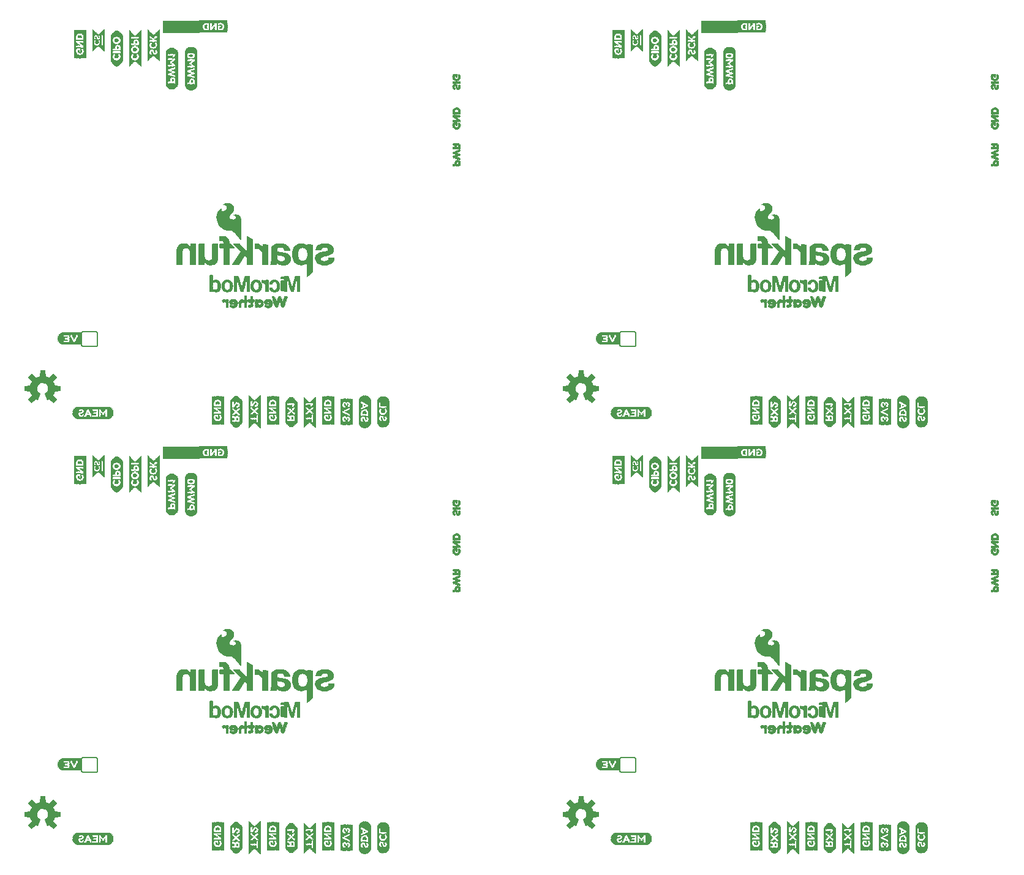
<source format=gbo>
G04 EAGLE Gerber RS-274X export*
G75*
%MOMM*%
%FSLAX34Y34*%
%LPD*%
%INSilkscreen Bottom*%
%IPPOS*%
%AMOC8*
5,1,8,0,0,1.08239X$1,22.5*%
G01*
%ADD10R,5.080000X1.778000*%
%ADD11R,4.520000X0.040000*%
%ADD12R,4.760000X0.040000*%
%ADD13R,4.880000X0.040000*%
%ADD14R,5.000000X0.040000*%
%ADD15R,5.080000X0.040000*%
%ADD16R,5.160000X0.040000*%
%ADD17R,5.240000X0.040000*%
%ADD18R,4.160000X0.040000*%
%ADD19R,0.960000X0.040000*%
%ADD20R,0.760000X0.040000*%
%ADD21R,0.680000X0.040000*%
%ADD22R,0.160000X0.040000*%
%ADD23R,0.520000X0.040000*%
%ADD24R,0.640000X0.040000*%
%ADD25R,0.880000X0.040000*%
%ADD26R,0.720000X0.040000*%
%ADD27R,0.600000X0.040000*%
%ADD28R,0.120000X0.040000*%
%ADD29R,0.480000X0.040000*%
%ADD30R,0.800000X0.040000*%
%ADD31R,0.440000X0.040000*%
%ADD32R,0.840000X0.040000*%
%ADD33R,0.400000X0.040000*%
%ADD34R,0.360000X0.040000*%
%ADD35R,0.280000X0.040000*%
%ADD36R,0.240000X0.040000*%
%ADD37R,0.920000X0.040000*%
%ADD38R,1.320000X0.040000*%
%ADD39R,0.200000X0.040000*%
%ADD40R,0.320000X0.040000*%
%ADD41R,1.280000X0.040000*%
%ADD42R,1.200000X0.040000*%
%ADD43R,0.040000X0.040000*%
%ADD44R,1.040000X0.040000*%
%ADD45R,0.080000X0.040000*%
%ADD46R,0.560000X0.040000*%
%ADD47R,4.840000X0.040000*%
%ADD48R,3.880000X0.040000*%
%ADD49R,2.800000X0.040000*%
%ADD50R,0.040000X3.880000*%
%ADD51R,0.040000X0.840000*%
%ADD52R,0.040000X2.800000*%
%ADD53R,0.040000X0.760000*%
%ADD54R,0.040000X0.320000*%
%ADD55R,0.040000X0.480000*%
%ADD56R,0.040000X0.160000*%
%ADD57R,0.040000X0.680000*%
%ADD58R,0.040000X0.200000*%
%ADD59R,0.040000X0.400000*%
%ADD60R,0.040000X0.120000*%
%ADD61R,0.040000X0.640000*%
%ADD62R,0.040000X0.360000*%
%ADD63R,0.040000X0.560000*%
%ADD64R,0.040000X0.600000*%
%ADD65R,0.040000X0.520000*%
%ADD66R,0.040000X0.280000*%
%ADD67R,0.040000X0.240000*%
%ADD68R,0.040000X0.720000*%
%ADD69R,0.040000X0.440000*%
%ADD70R,0.040000X0.080000*%
%ADD71R,0.040000X0.800000*%
%ADD72R,0.040000X2.840000*%
%ADD73R,0.040000X2.920000*%
%ADD74R,0.040000X3.080000*%
%ADD75R,0.040000X3.160000*%
%ADD76R,0.040000X3.240000*%
%ADD77R,0.040000X3.320000*%
%ADD78R,0.040000X3.400000*%
%ADD79R,0.040000X1.480000*%
%ADD80R,0.040000X1.160000*%
%ADD81R,0.040000X0.880000*%
%ADD82R,0.040000X4.280000*%
%ADD83R,0.040000X4.200000*%
%ADD84R,0.040000X4.120000*%
%ADD85R,0.040000X4.040000*%
%ADD86R,0.040000X3.960000*%
%ADD87R,0.040000X3.800000*%
%ADD88R,0.040000X1.680000*%
%ADD89R,0.040000X1.200000*%
%ADD90R,0.040000X0.960000*%
%ADD91R,0.040000X3.640000*%
%ADD92R,0.040000X1.800000*%
%ADD93R,0.040000X3.560000*%
%ADD94R,0.040000X3.720000*%
%ADD95R,0.040000X3.040000*%
%ADD96R,0.040000X0.920000*%
%ADD97R,0.040000X1.120000*%
%ADD98R,0.040000X1.080000*%
%ADD99R,0.040000X1.040000*%
%ADD100R,0.040000X1.000000*%
%ADD101R,0.040000X1.240000*%
%ADD102R,0.040000X1.360000*%
%ADD103R,0.040000X3.480000*%
%ADD104R,0.040000X1.280000*%
%ADD105R,0.040000X1.320000*%
%ADD106R,0.040000X4.360000*%
%ADD107R,0.040000X3.000000*%
%ADD108R,0.040000X2.280000*%
%ADD109R,0.040000X2.200000*%
%ADD110R,0.040000X2.120000*%
%ADD111R,0.040000X2.040000*%
%ADD112R,0.040000X2.760000*%
%ADD113R,0.040000X4.600000*%
%ADD114R,0.040000X4.840000*%
%ADD115R,0.040000X5.000000*%
%ADD116R,0.040000X5.080000*%
%ADD117R,0.040000X5.160000*%
%ADD118R,0.040000X5.240000*%
%ADD119R,0.040000X5.320000*%
%ADD120R,0.040000X2.640000*%
%ADD121R,0.040000X4.520000*%
%ADD122R,0.040000X4.440000*%
%ADD123R,0.040000X1.440000*%
%ADD124R,0.040000X5.400000*%
%ADD125R,0.040000X5.480000*%
%ADD126R,0.040000X5.560000*%
%ADD127R,0.040000X5.640000*%
%ADD128R,0.040000X1.760000*%
%ADD129R,0.360000X0.060000*%
%ADD130R,0.300000X0.060000*%
%ADD131R,0.240000X0.060000*%
%ADD132R,0.420000X0.060000*%
%ADD133R,0.480000X0.060000*%
%ADD134R,0.540000X0.060000*%
%ADD135R,0.600000X0.060000*%
%ADD136R,0.060000X0.060000*%
%ADD137R,0.180000X0.060000*%
%ADD138R,0.720000X0.060000*%
%ADD139R,0.120000X0.060000*%
%ADD140R,0.660000X0.060000*%
%ADD141R,0.900000X0.060000*%
%ADD142R,0.840000X0.060000*%
%ADD143R,0.960000X0.060000*%
%ADD144R,1.080000X0.060000*%
%ADD145R,1.020000X0.060000*%
%ADD146R,0.780000X0.060000*%
%ADD147R,1.800000X0.060000*%
%ADD148R,1.140000X0.060000*%
%ADD149R,1.740000X0.060000*%
%ADD150R,1.200000X0.060000*%
%ADD151R,1.680000X0.060000*%
%ADD152C,0.152400*%
%ADD153R,0.040000X4.920000*%
%ADD154R,0.040000X4.760000*%
%ADD155R,0.040000X4.680000*%
%ADD156R,2.640000X0.040000*%
%ADD157R,2.760000X0.040000*%
%ADD158R,2.840000X0.040000*%
%ADD159R,2.920000X0.040000*%
%ADD160R,2.960000X0.040000*%
%ADD161R,3.000000X0.040000*%
%ADD162R,3.040000X0.040000*%
%ADD163R,1.720000X0.040000*%
%ADD164R,1.360000X0.040000*%
%ADD165R,1.400000X0.040000*%
%ADD166R,1.000000X0.040000*%

G36*
X52255Y51050D02*
X52255Y51050D01*
X52311Y51050D01*
X52339Y51065D01*
X52371Y51070D01*
X52430Y51110D01*
X52466Y51128D01*
X52475Y51140D01*
X52491Y51151D01*
X56799Y55459D01*
X56816Y55486D01*
X56840Y55507D01*
X56861Y55559D01*
X56890Y55606D01*
X56893Y55638D01*
X56905Y55668D01*
X56902Y55723D01*
X56907Y55779D01*
X56895Y55809D01*
X56893Y55841D01*
X56859Y55904D01*
X56845Y55941D01*
X56834Y55951D01*
X56825Y55968D01*
X51858Y62059D01*
X53047Y64369D01*
X53054Y64395D01*
X53071Y64427D01*
X53863Y66901D01*
X61682Y67695D01*
X61713Y67705D01*
X61745Y67706D01*
X61794Y67733D01*
X61846Y67751D01*
X61869Y67774D01*
X61897Y67789D01*
X61929Y67835D01*
X61968Y67874D01*
X61978Y67905D01*
X61997Y67931D01*
X62010Y68001D01*
X62023Y68039D01*
X62021Y68054D01*
X62024Y68073D01*
X62024Y74167D01*
X62017Y74198D01*
X62019Y74230D01*
X61997Y74281D01*
X61985Y74336D01*
X61964Y74360D01*
X61952Y74390D01*
X61910Y74426D01*
X61875Y74469D01*
X61845Y74482D01*
X61821Y74503D01*
X61752Y74524D01*
X61716Y74540D01*
X61701Y74540D01*
X61682Y74545D01*
X53863Y75339D01*
X53071Y77813D01*
X53058Y77836D01*
X53047Y77871D01*
X51858Y80181D01*
X56825Y86272D01*
X56839Y86300D01*
X56860Y86324D01*
X56876Y86377D01*
X56901Y86427D01*
X56901Y86459D01*
X56910Y86490D01*
X56900Y86545D01*
X56900Y86601D01*
X56885Y86629D01*
X56880Y86661D01*
X56840Y86720D01*
X56822Y86756D01*
X56810Y86765D01*
X56799Y86781D01*
X52491Y91089D01*
X52464Y91106D01*
X52443Y91130D01*
X52391Y91151D01*
X52344Y91180D01*
X52312Y91183D01*
X52282Y91195D01*
X52227Y91192D01*
X52171Y91197D01*
X52141Y91185D01*
X52109Y91183D01*
X52046Y91149D01*
X52009Y91135D01*
X51999Y91124D01*
X51982Y91115D01*
X45891Y86148D01*
X43581Y87337D01*
X43555Y87344D01*
X43523Y87361D01*
X41049Y88153D01*
X40255Y95972D01*
X40247Y95998D01*
X40246Y96010D01*
X40245Y96013D01*
X40244Y96035D01*
X40217Y96084D01*
X40199Y96136D01*
X40176Y96159D01*
X40161Y96187D01*
X40115Y96219D01*
X40076Y96258D01*
X40045Y96268D01*
X40019Y96287D01*
X39949Y96300D01*
X39911Y96313D01*
X39896Y96311D01*
X39877Y96314D01*
X33783Y96314D01*
X33752Y96307D01*
X33720Y96309D01*
X33669Y96287D01*
X33614Y96275D01*
X33590Y96254D01*
X33560Y96242D01*
X33524Y96200D01*
X33481Y96165D01*
X33468Y96135D01*
X33447Y96111D01*
X33426Y96042D01*
X33410Y96006D01*
X33410Y95991D01*
X33408Y95984D01*
X33407Y95982D01*
X33407Y95981D01*
X33405Y95972D01*
X32611Y88153D01*
X30137Y87361D01*
X30114Y87348D01*
X30079Y87337D01*
X27769Y86148D01*
X21678Y91115D01*
X21650Y91129D01*
X21626Y91150D01*
X21573Y91166D01*
X21523Y91191D01*
X21491Y91191D01*
X21460Y91200D01*
X21405Y91190D01*
X21349Y91190D01*
X21321Y91175D01*
X21289Y91170D01*
X21230Y91130D01*
X21195Y91112D01*
X21185Y91100D01*
X21169Y91089D01*
X16861Y86781D01*
X16844Y86754D01*
X16820Y86733D01*
X16799Y86681D01*
X16770Y86634D01*
X16767Y86602D01*
X16755Y86572D01*
X16759Y86517D01*
X16753Y86461D01*
X16765Y86431D01*
X16767Y86399D01*
X16801Y86336D01*
X16815Y86299D01*
X16826Y86289D01*
X16835Y86272D01*
X21802Y80181D01*
X20613Y77871D01*
X20606Y77845D01*
X20589Y77813D01*
X19797Y75339D01*
X11978Y74545D01*
X11947Y74535D01*
X11915Y74534D01*
X11866Y74507D01*
X11814Y74489D01*
X11791Y74466D01*
X11763Y74451D01*
X11731Y74405D01*
X11692Y74366D01*
X11682Y74335D01*
X11663Y74309D01*
X11650Y74239D01*
X11637Y74201D01*
X11639Y74186D01*
X11636Y74167D01*
X11636Y68073D01*
X11643Y68042D01*
X11641Y68010D01*
X11663Y67959D01*
X11675Y67904D01*
X11696Y67880D01*
X11708Y67850D01*
X11750Y67814D01*
X11785Y67771D01*
X11815Y67758D01*
X11839Y67737D01*
X11908Y67716D01*
X11944Y67700D01*
X11959Y67700D01*
X11978Y67695D01*
X19797Y66901D01*
X20589Y64427D01*
X20602Y64404D01*
X20613Y64369D01*
X21802Y62059D01*
X16835Y55968D01*
X16821Y55940D01*
X16800Y55916D01*
X16784Y55863D01*
X16759Y55813D01*
X16759Y55781D01*
X16750Y55750D01*
X16760Y55695D01*
X16760Y55639D01*
X16775Y55611D01*
X16780Y55579D01*
X16820Y55520D01*
X16838Y55485D01*
X16850Y55475D01*
X16861Y55459D01*
X21169Y51151D01*
X21196Y51134D01*
X21217Y51110D01*
X21269Y51089D01*
X21316Y51060D01*
X21348Y51057D01*
X21378Y51045D01*
X21433Y51049D01*
X21489Y51043D01*
X21519Y51055D01*
X21551Y51057D01*
X21614Y51091D01*
X21651Y51105D01*
X21661Y51116D01*
X21678Y51125D01*
X27769Y56092D01*
X30078Y54902D01*
X30142Y54886D01*
X30205Y54863D01*
X30226Y54865D01*
X30246Y54860D01*
X30311Y54874D01*
X30377Y54881D01*
X30395Y54892D01*
X30415Y54897D01*
X30467Y54938D01*
X30523Y54974D01*
X30536Y54993D01*
X30551Y55005D01*
X30567Y55040D01*
X30603Y55094D01*
X34191Y63756D01*
X34196Y63788D01*
X34210Y63816D01*
X34210Y63872D01*
X34219Y63927D01*
X34210Y63958D01*
X34210Y63989D01*
X34185Y64040D01*
X34169Y64093D01*
X34147Y64116D01*
X34133Y64145D01*
X34077Y64191D01*
X34050Y64219D01*
X34036Y64224D01*
X34021Y64237D01*
X32644Y64981D01*
X31478Y65965D01*
X30538Y67167D01*
X29864Y68535D01*
X29483Y70013D01*
X29411Y71537D01*
X29653Y73043D01*
X30197Y74469D01*
X31021Y75753D01*
X32090Y76842D01*
X33358Y77690D01*
X34773Y78260D01*
X36275Y78530D01*
X37800Y78487D01*
X39284Y78134D01*
X40665Y77484D01*
X41884Y76567D01*
X42890Y75420D01*
X43641Y74091D01*
X44104Y72638D01*
X44261Y71119D01*
X44118Y69670D01*
X43695Y68276D01*
X43009Y66992D01*
X42085Y65866D01*
X40959Y64942D01*
X39641Y64237D01*
X39616Y64216D01*
X39587Y64202D01*
X39552Y64159D01*
X39511Y64123D01*
X39498Y64093D01*
X39478Y64068D01*
X39466Y64014D01*
X39445Y63963D01*
X39447Y63930D01*
X39440Y63898D01*
X39454Y63829D01*
X39457Y63790D01*
X39465Y63776D01*
X39469Y63756D01*
X43057Y55094D01*
X43096Y55040D01*
X43128Y54983D01*
X43145Y54971D01*
X43158Y54954D01*
X43216Y54923D01*
X43271Y54885D01*
X43292Y54882D01*
X43311Y54872D01*
X43377Y54871D01*
X43443Y54861D01*
X43466Y54868D01*
X43484Y54867D01*
X43519Y54884D01*
X43582Y54902D01*
X45891Y56092D01*
X51982Y51125D01*
X52010Y51111D01*
X52034Y51090D01*
X52087Y51074D01*
X52137Y51049D01*
X52169Y51049D01*
X52200Y51040D01*
X52255Y51050D01*
G37*
G36*
X796475Y640330D02*
X796475Y640330D01*
X796531Y640330D01*
X796559Y640345D01*
X796591Y640350D01*
X796650Y640390D01*
X796686Y640408D01*
X796695Y640420D01*
X796711Y640431D01*
X801019Y644739D01*
X801036Y644766D01*
X801060Y644787D01*
X801081Y644839D01*
X801110Y644886D01*
X801113Y644918D01*
X801125Y644948D01*
X801122Y645003D01*
X801127Y645059D01*
X801115Y645089D01*
X801113Y645121D01*
X801079Y645184D01*
X801065Y645221D01*
X801054Y645231D01*
X801045Y645248D01*
X796078Y651339D01*
X797267Y653649D01*
X797274Y653675D01*
X797291Y653707D01*
X798083Y656181D01*
X805902Y656975D01*
X805933Y656985D01*
X805965Y656986D01*
X806014Y657013D01*
X806066Y657031D01*
X806089Y657054D01*
X806117Y657069D01*
X806149Y657115D01*
X806188Y657154D01*
X806198Y657185D01*
X806217Y657211D01*
X806230Y657281D01*
X806243Y657319D01*
X806241Y657334D01*
X806244Y657353D01*
X806244Y663447D01*
X806237Y663478D01*
X806239Y663510D01*
X806217Y663561D01*
X806205Y663616D01*
X806184Y663640D01*
X806172Y663670D01*
X806130Y663706D01*
X806095Y663749D01*
X806065Y663762D01*
X806041Y663783D01*
X805972Y663804D01*
X805936Y663820D01*
X805921Y663820D01*
X805902Y663825D01*
X798083Y664619D01*
X797291Y667093D01*
X797278Y667116D01*
X797267Y667151D01*
X796078Y669461D01*
X801045Y675552D01*
X801059Y675580D01*
X801080Y675604D01*
X801096Y675657D01*
X801121Y675707D01*
X801121Y675739D01*
X801130Y675770D01*
X801120Y675825D01*
X801120Y675881D01*
X801105Y675909D01*
X801100Y675941D01*
X801060Y676000D01*
X801042Y676036D01*
X801030Y676045D01*
X801019Y676061D01*
X796711Y680369D01*
X796684Y680386D01*
X796663Y680410D01*
X796611Y680431D01*
X796564Y680460D01*
X796532Y680463D01*
X796502Y680475D01*
X796447Y680472D01*
X796391Y680477D01*
X796361Y680465D01*
X796329Y680463D01*
X796266Y680429D01*
X796229Y680415D01*
X796219Y680404D01*
X796202Y680395D01*
X790111Y675428D01*
X787801Y676617D01*
X787775Y676624D01*
X787743Y676641D01*
X785269Y677433D01*
X784475Y685252D01*
X784467Y685278D01*
X784466Y685290D01*
X784465Y685293D01*
X784464Y685315D01*
X784437Y685364D01*
X784419Y685416D01*
X784396Y685439D01*
X784381Y685467D01*
X784335Y685499D01*
X784296Y685538D01*
X784265Y685548D01*
X784239Y685567D01*
X784169Y685580D01*
X784131Y685593D01*
X784116Y685591D01*
X784097Y685594D01*
X778003Y685594D01*
X777972Y685587D01*
X777940Y685589D01*
X777889Y685567D01*
X777834Y685555D01*
X777810Y685534D01*
X777780Y685522D01*
X777744Y685480D01*
X777701Y685445D01*
X777688Y685415D01*
X777667Y685391D01*
X777646Y685322D01*
X777630Y685286D01*
X777630Y685271D01*
X777628Y685264D01*
X777627Y685262D01*
X777627Y685261D01*
X777625Y685252D01*
X776831Y677433D01*
X774357Y676641D01*
X774334Y676628D01*
X774299Y676617D01*
X771989Y675428D01*
X765898Y680395D01*
X765870Y680409D01*
X765846Y680430D01*
X765793Y680446D01*
X765743Y680471D01*
X765711Y680471D01*
X765680Y680480D01*
X765625Y680470D01*
X765569Y680470D01*
X765541Y680455D01*
X765509Y680450D01*
X765450Y680410D01*
X765415Y680392D01*
X765405Y680380D01*
X765389Y680369D01*
X761081Y676061D01*
X761064Y676034D01*
X761040Y676013D01*
X761019Y675961D01*
X760990Y675914D01*
X760987Y675882D01*
X760975Y675852D01*
X760979Y675797D01*
X760973Y675741D01*
X760985Y675711D01*
X760987Y675679D01*
X761021Y675616D01*
X761035Y675579D01*
X761046Y675569D01*
X761055Y675552D01*
X766022Y669461D01*
X764833Y667151D01*
X764826Y667125D01*
X764809Y667093D01*
X764017Y664619D01*
X756198Y663825D01*
X756167Y663815D01*
X756135Y663814D01*
X756086Y663787D01*
X756034Y663769D01*
X756011Y663746D01*
X755983Y663731D01*
X755951Y663685D01*
X755912Y663646D01*
X755902Y663615D01*
X755883Y663589D01*
X755870Y663519D01*
X755857Y663481D01*
X755859Y663466D01*
X755856Y663447D01*
X755856Y657353D01*
X755863Y657322D01*
X755861Y657290D01*
X755883Y657239D01*
X755895Y657184D01*
X755916Y657160D01*
X755928Y657130D01*
X755970Y657094D01*
X756005Y657051D01*
X756035Y657038D01*
X756059Y657017D01*
X756128Y656996D01*
X756164Y656980D01*
X756179Y656980D01*
X756198Y656975D01*
X764017Y656181D01*
X764809Y653707D01*
X764822Y653684D01*
X764833Y653649D01*
X766022Y651339D01*
X761055Y645248D01*
X761041Y645220D01*
X761020Y645196D01*
X761004Y645143D01*
X760979Y645093D01*
X760979Y645061D01*
X760970Y645030D01*
X760980Y644975D01*
X760980Y644919D01*
X760995Y644891D01*
X761000Y644859D01*
X761040Y644800D01*
X761058Y644765D01*
X761070Y644755D01*
X761081Y644739D01*
X765389Y640431D01*
X765416Y640414D01*
X765437Y640390D01*
X765489Y640369D01*
X765536Y640340D01*
X765568Y640337D01*
X765598Y640325D01*
X765653Y640329D01*
X765709Y640323D01*
X765739Y640335D01*
X765771Y640337D01*
X765834Y640371D01*
X765871Y640385D01*
X765881Y640396D01*
X765898Y640405D01*
X771989Y645372D01*
X774298Y644182D01*
X774362Y644166D01*
X774425Y644143D01*
X774446Y644145D01*
X774466Y644140D01*
X774531Y644154D01*
X774597Y644161D01*
X774615Y644172D01*
X774635Y644177D01*
X774687Y644218D01*
X774743Y644254D01*
X774756Y644273D01*
X774771Y644285D01*
X774787Y644320D01*
X774823Y644374D01*
X778411Y653036D01*
X778416Y653068D01*
X778430Y653096D01*
X778430Y653152D01*
X778439Y653207D01*
X778430Y653238D01*
X778430Y653269D01*
X778405Y653320D01*
X778389Y653373D01*
X778367Y653396D01*
X778353Y653425D01*
X778297Y653471D01*
X778270Y653499D01*
X778256Y653504D01*
X778241Y653517D01*
X776864Y654261D01*
X775698Y655245D01*
X774758Y656447D01*
X774084Y657815D01*
X773703Y659293D01*
X773631Y660817D01*
X773873Y662323D01*
X774417Y663749D01*
X775241Y665033D01*
X776310Y666122D01*
X777578Y666970D01*
X778993Y667540D01*
X780495Y667810D01*
X782020Y667767D01*
X783504Y667414D01*
X784885Y666764D01*
X786104Y665847D01*
X787110Y664700D01*
X787861Y663371D01*
X788324Y661918D01*
X788481Y660399D01*
X788338Y658950D01*
X787915Y657556D01*
X787229Y656272D01*
X786305Y655146D01*
X785179Y654222D01*
X783861Y653517D01*
X783836Y653496D01*
X783807Y653482D01*
X783772Y653439D01*
X783731Y653403D01*
X783718Y653373D01*
X783698Y653348D01*
X783686Y653294D01*
X783665Y653243D01*
X783667Y653210D01*
X783660Y653178D01*
X783674Y653109D01*
X783677Y653070D01*
X783685Y653056D01*
X783689Y653036D01*
X787277Y644374D01*
X787316Y644320D01*
X787348Y644263D01*
X787365Y644251D01*
X787378Y644234D01*
X787436Y644203D01*
X787491Y644165D01*
X787512Y644162D01*
X787531Y644152D01*
X787597Y644151D01*
X787663Y644141D01*
X787686Y644148D01*
X787704Y644147D01*
X787739Y644164D01*
X787802Y644182D01*
X790111Y645372D01*
X796202Y640405D01*
X796230Y640391D01*
X796254Y640370D01*
X796307Y640354D01*
X796357Y640329D01*
X796389Y640329D01*
X796420Y640320D01*
X796475Y640330D01*
G37*
G36*
X52255Y640330D02*
X52255Y640330D01*
X52311Y640330D01*
X52339Y640345D01*
X52371Y640350D01*
X52430Y640390D01*
X52466Y640408D01*
X52475Y640420D01*
X52491Y640431D01*
X56799Y644739D01*
X56816Y644766D01*
X56840Y644787D01*
X56861Y644839D01*
X56890Y644886D01*
X56893Y644918D01*
X56905Y644948D01*
X56902Y645003D01*
X56907Y645059D01*
X56895Y645089D01*
X56893Y645121D01*
X56859Y645184D01*
X56845Y645221D01*
X56834Y645231D01*
X56825Y645248D01*
X51858Y651339D01*
X53047Y653649D01*
X53054Y653675D01*
X53071Y653707D01*
X53863Y656181D01*
X61682Y656975D01*
X61713Y656985D01*
X61745Y656986D01*
X61794Y657013D01*
X61846Y657031D01*
X61869Y657054D01*
X61897Y657069D01*
X61929Y657115D01*
X61968Y657154D01*
X61978Y657185D01*
X61997Y657211D01*
X62010Y657281D01*
X62023Y657319D01*
X62021Y657334D01*
X62024Y657353D01*
X62024Y663447D01*
X62017Y663478D01*
X62019Y663510D01*
X61997Y663561D01*
X61985Y663616D01*
X61964Y663640D01*
X61952Y663670D01*
X61910Y663706D01*
X61875Y663749D01*
X61845Y663762D01*
X61821Y663783D01*
X61752Y663804D01*
X61716Y663820D01*
X61701Y663820D01*
X61682Y663825D01*
X53863Y664619D01*
X53071Y667093D01*
X53058Y667116D01*
X53047Y667151D01*
X51858Y669461D01*
X56825Y675552D01*
X56839Y675580D01*
X56860Y675604D01*
X56876Y675657D01*
X56901Y675707D01*
X56901Y675739D01*
X56910Y675770D01*
X56900Y675825D01*
X56900Y675881D01*
X56885Y675909D01*
X56880Y675941D01*
X56840Y676000D01*
X56822Y676036D01*
X56810Y676045D01*
X56799Y676061D01*
X52491Y680369D01*
X52464Y680386D01*
X52443Y680410D01*
X52391Y680431D01*
X52344Y680460D01*
X52312Y680463D01*
X52282Y680475D01*
X52227Y680472D01*
X52171Y680477D01*
X52141Y680465D01*
X52109Y680463D01*
X52046Y680429D01*
X52009Y680415D01*
X51999Y680404D01*
X51982Y680395D01*
X45891Y675428D01*
X43581Y676617D01*
X43555Y676624D01*
X43523Y676641D01*
X41049Y677433D01*
X40255Y685252D01*
X40247Y685278D01*
X40246Y685290D01*
X40245Y685293D01*
X40244Y685315D01*
X40217Y685364D01*
X40199Y685416D01*
X40176Y685439D01*
X40161Y685467D01*
X40115Y685499D01*
X40076Y685538D01*
X40045Y685548D01*
X40019Y685567D01*
X39949Y685580D01*
X39911Y685593D01*
X39896Y685591D01*
X39877Y685594D01*
X33783Y685594D01*
X33752Y685587D01*
X33720Y685589D01*
X33669Y685567D01*
X33614Y685555D01*
X33590Y685534D01*
X33560Y685522D01*
X33524Y685480D01*
X33481Y685445D01*
X33468Y685415D01*
X33447Y685391D01*
X33426Y685322D01*
X33410Y685286D01*
X33410Y685271D01*
X33408Y685264D01*
X33407Y685262D01*
X33407Y685261D01*
X33405Y685252D01*
X32611Y677433D01*
X30137Y676641D01*
X30114Y676628D01*
X30079Y676617D01*
X27769Y675428D01*
X21678Y680395D01*
X21650Y680409D01*
X21626Y680430D01*
X21573Y680446D01*
X21523Y680471D01*
X21491Y680471D01*
X21460Y680480D01*
X21405Y680470D01*
X21349Y680470D01*
X21321Y680455D01*
X21289Y680450D01*
X21230Y680410D01*
X21195Y680392D01*
X21185Y680380D01*
X21169Y680369D01*
X16861Y676061D01*
X16844Y676034D01*
X16820Y676013D01*
X16799Y675961D01*
X16770Y675914D01*
X16767Y675882D01*
X16755Y675852D01*
X16759Y675797D01*
X16753Y675741D01*
X16765Y675711D01*
X16767Y675679D01*
X16801Y675616D01*
X16815Y675579D01*
X16826Y675569D01*
X16835Y675552D01*
X21802Y669461D01*
X20613Y667151D01*
X20606Y667125D01*
X20589Y667093D01*
X19797Y664619D01*
X11978Y663825D01*
X11947Y663815D01*
X11915Y663814D01*
X11866Y663787D01*
X11814Y663769D01*
X11791Y663746D01*
X11763Y663731D01*
X11731Y663685D01*
X11692Y663646D01*
X11682Y663615D01*
X11663Y663589D01*
X11650Y663519D01*
X11637Y663481D01*
X11639Y663466D01*
X11636Y663447D01*
X11636Y657353D01*
X11643Y657322D01*
X11641Y657290D01*
X11663Y657239D01*
X11675Y657184D01*
X11696Y657160D01*
X11708Y657130D01*
X11750Y657094D01*
X11785Y657051D01*
X11815Y657038D01*
X11839Y657017D01*
X11908Y656996D01*
X11944Y656980D01*
X11959Y656980D01*
X11978Y656975D01*
X19797Y656181D01*
X20589Y653707D01*
X20602Y653684D01*
X20613Y653649D01*
X21802Y651339D01*
X16835Y645248D01*
X16821Y645220D01*
X16800Y645196D01*
X16784Y645143D01*
X16759Y645093D01*
X16759Y645061D01*
X16750Y645030D01*
X16760Y644975D01*
X16760Y644919D01*
X16775Y644891D01*
X16780Y644859D01*
X16820Y644800D01*
X16838Y644765D01*
X16850Y644755D01*
X16861Y644739D01*
X21169Y640431D01*
X21196Y640414D01*
X21217Y640390D01*
X21269Y640369D01*
X21316Y640340D01*
X21348Y640337D01*
X21378Y640325D01*
X21433Y640329D01*
X21489Y640323D01*
X21519Y640335D01*
X21551Y640337D01*
X21614Y640371D01*
X21651Y640385D01*
X21661Y640396D01*
X21678Y640405D01*
X27769Y645372D01*
X30078Y644182D01*
X30142Y644166D01*
X30205Y644143D01*
X30226Y644145D01*
X30246Y644140D01*
X30311Y644154D01*
X30377Y644161D01*
X30395Y644172D01*
X30415Y644177D01*
X30467Y644218D01*
X30523Y644254D01*
X30536Y644273D01*
X30551Y644285D01*
X30567Y644320D01*
X30603Y644374D01*
X34191Y653036D01*
X34196Y653068D01*
X34210Y653096D01*
X34210Y653152D01*
X34219Y653207D01*
X34210Y653238D01*
X34210Y653269D01*
X34185Y653320D01*
X34169Y653373D01*
X34147Y653396D01*
X34133Y653425D01*
X34077Y653471D01*
X34050Y653499D01*
X34036Y653504D01*
X34021Y653517D01*
X32644Y654261D01*
X31478Y655245D01*
X30538Y656447D01*
X29864Y657815D01*
X29483Y659293D01*
X29411Y660817D01*
X29653Y662323D01*
X30197Y663749D01*
X31021Y665033D01*
X32090Y666122D01*
X33358Y666970D01*
X34773Y667540D01*
X36275Y667810D01*
X37800Y667767D01*
X39284Y667414D01*
X40665Y666764D01*
X41884Y665847D01*
X42890Y664700D01*
X43641Y663371D01*
X44104Y661918D01*
X44261Y660399D01*
X44118Y658950D01*
X43695Y657556D01*
X43009Y656272D01*
X42085Y655146D01*
X40959Y654222D01*
X39641Y653517D01*
X39616Y653496D01*
X39587Y653482D01*
X39552Y653439D01*
X39511Y653403D01*
X39498Y653373D01*
X39478Y653348D01*
X39466Y653294D01*
X39445Y653243D01*
X39447Y653210D01*
X39440Y653178D01*
X39454Y653109D01*
X39457Y653070D01*
X39465Y653056D01*
X39469Y653036D01*
X43057Y644374D01*
X43096Y644320D01*
X43128Y644263D01*
X43145Y644251D01*
X43158Y644234D01*
X43216Y644203D01*
X43271Y644165D01*
X43292Y644162D01*
X43311Y644152D01*
X43377Y644151D01*
X43443Y644141D01*
X43466Y644148D01*
X43484Y644147D01*
X43519Y644164D01*
X43582Y644182D01*
X45891Y645372D01*
X51982Y640405D01*
X52010Y640391D01*
X52034Y640370D01*
X52087Y640354D01*
X52137Y640329D01*
X52169Y640329D01*
X52200Y640320D01*
X52255Y640330D01*
G37*
G36*
X796475Y51050D02*
X796475Y51050D01*
X796531Y51050D01*
X796559Y51065D01*
X796591Y51070D01*
X796650Y51110D01*
X796686Y51128D01*
X796695Y51140D01*
X796711Y51151D01*
X801019Y55459D01*
X801036Y55486D01*
X801060Y55507D01*
X801081Y55559D01*
X801110Y55606D01*
X801113Y55638D01*
X801125Y55668D01*
X801122Y55723D01*
X801127Y55779D01*
X801115Y55809D01*
X801113Y55841D01*
X801079Y55904D01*
X801065Y55941D01*
X801054Y55951D01*
X801045Y55968D01*
X796078Y62059D01*
X797267Y64369D01*
X797274Y64395D01*
X797291Y64427D01*
X798083Y66901D01*
X805902Y67695D01*
X805933Y67705D01*
X805965Y67706D01*
X806014Y67733D01*
X806066Y67751D01*
X806089Y67774D01*
X806117Y67789D01*
X806149Y67835D01*
X806188Y67874D01*
X806198Y67905D01*
X806217Y67931D01*
X806230Y68001D01*
X806243Y68039D01*
X806241Y68054D01*
X806244Y68073D01*
X806244Y74167D01*
X806237Y74198D01*
X806239Y74230D01*
X806217Y74281D01*
X806205Y74336D01*
X806184Y74360D01*
X806172Y74390D01*
X806130Y74426D01*
X806095Y74469D01*
X806065Y74482D01*
X806041Y74503D01*
X805972Y74524D01*
X805936Y74540D01*
X805921Y74540D01*
X805902Y74545D01*
X798083Y75339D01*
X797291Y77813D01*
X797278Y77836D01*
X797267Y77871D01*
X796078Y80181D01*
X801045Y86272D01*
X801059Y86300D01*
X801080Y86324D01*
X801096Y86377D01*
X801121Y86427D01*
X801121Y86459D01*
X801130Y86490D01*
X801120Y86545D01*
X801120Y86601D01*
X801105Y86629D01*
X801100Y86661D01*
X801060Y86720D01*
X801042Y86756D01*
X801030Y86765D01*
X801019Y86781D01*
X796711Y91089D01*
X796684Y91106D01*
X796663Y91130D01*
X796611Y91151D01*
X796564Y91180D01*
X796532Y91183D01*
X796502Y91195D01*
X796447Y91192D01*
X796391Y91197D01*
X796361Y91185D01*
X796329Y91183D01*
X796266Y91149D01*
X796229Y91135D01*
X796219Y91124D01*
X796202Y91115D01*
X790111Y86148D01*
X787801Y87337D01*
X787775Y87344D01*
X787743Y87361D01*
X785269Y88153D01*
X784475Y95972D01*
X784467Y95998D01*
X784466Y96010D01*
X784465Y96013D01*
X784464Y96035D01*
X784437Y96084D01*
X784419Y96136D01*
X784396Y96159D01*
X784381Y96187D01*
X784335Y96219D01*
X784296Y96258D01*
X784265Y96268D01*
X784239Y96287D01*
X784169Y96300D01*
X784131Y96313D01*
X784116Y96311D01*
X784097Y96314D01*
X778003Y96314D01*
X777972Y96307D01*
X777940Y96309D01*
X777889Y96287D01*
X777834Y96275D01*
X777810Y96254D01*
X777780Y96242D01*
X777744Y96200D01*
X777701Y96165D01*
X777688Y96135D01*
X777667Y96111D01*
X777646Y96042D01*
X777630Y96006D01*
X777630Y95991D01*
X777628Y95984D01*
X777627Y95982D01*
X777627Y95981D01*
X777625Y95972D01*
X776831Y88153D01*
X774357Y87361D01*
X774334Y87348D01*
X774299Y87337D01*
X771989Y86148D01*
X765898Y91115D01*
X765870Y91129D01*
X765846Y91150D01*
X765793Y91166D01*
X765743Y91191D01*
X765711Y91191D01*
X765680Y91200D01*
X765625Y91190D01*
X765569Y91190D01*
X765541Y91175D01*
X765509Y91170D01*
X765450Y91130D01*
X765415Y91112D01*
X765405Y91100D01*
X765389Y91089D01*
X761081Y86781D01*
X761064Y86754D01*
X761040Y86733D01*
X761019Y86681D01*
X760990Y86634D01*
X760987Y86602D01*
X760975Y86572D01*
X760979Y86517D01*
X760973Y86461D01*
X760985Y86431D01*
X760987Y86399D01*
X761021Y86336D01*
X761035Y86299D01*
X761046Y86289D01*
X761055Y86272D01*
X766022Y80181D01*
X764833Y77871D01*
X764826Y77845D01*
X764809Y77813D01*
X764017Y75339D01*
X756198Y74545D01*
X756167Y74535D01*
X756135Y74534D01*
X756086Y74507D01*
X756034Y74489D01*
X756011Y74466D01*
X755983Y74451D01*
X755951Y74405D01*
X755912Y74366D01*
X755902Y74335D01*
X755883Y74309D01*
X755870Y74239D01*
X755857Y74201D01*
X755859Y74186D01*
X755856Y74167D01*
X755856Y68073D01*
X755863Y68042D01*
X755861Y68010D01*
X755883Y67959D01*
X755895Y67904D01*
X755916Y67880D01*
X755928Y67850D01*
X755970Y67814D01*
X756005Y67771D01*
X756035Y67758D01*
X756059Y67737D01*
X756128Y67716D01*
X756164Y67700D01*
X756179Y67700D01*
X756198Y67695D01*
X764017Y66901D01*
X764809Y64427D01*
X764822Y64404D01*
X764833Y64369D01*
X766022Y62059D01*
X761055Y55968D01*
X761041Y55940D01*
X761020Y55916D01*
X761004Y55863D01*
X760979Y55813D01*
X760979Y55781D01*
X760970Y55750D01*
X760980Y55695D01*
X760980Y55639D01*
X760995Y55611D01*
X761000Y55579D01*
X761040Y55520D01*
X761058Y55485D01*
X761070Y55475D01*
X761081Y55459D01*
X765389Y51151D01*
X765416Y51134D01*
X765437Y51110D01*
X765489Y51089D01*
X765536Y51060D01*
X765568Y51057D01*
X765598Y51045D01*
X765653Y51049D01*
X765709Y51043D01*
X765739Y51055D01*
X765771Y51057D01*
X765834Y51091D01*
X765871Y51105D01*
X765881Y51116D01*
X765898Y51125D01*
X771989Y56092D01*
X774298Y54902D01*
X774362Y54886D01*
X774425Y54863D01*
X774446Y54865D01*
X774466Y54860D01*
X774531Y54874D01*
X774597Y54881D01*
X774615Y54892D01*
X774635Y54897D01*
X774687Y54938D01*
X774743Y54974D01*
X774756Y54993D01*
X774771Y55005D01*
X774787Y55040D01*
X774823Y55094D01*
X778411Y63756D01*
X778416Y63788D01*
X778430Y63816D01*
X778430Y63872D01*
X778439Y63927D01*
X778430Y63958D01*
X778430Y63989D01*
X778405Y64040D01*
X778389Y64093D01*
X778367Y64116D01*
X778353Y64145D01*
X778297Y64191D01*
X778270Y64219D01*
X778256Y64224D01*
X778241Y64237D01*
X776864Y64981D01*
X775698Y65965D01*
X774758Y67167D01*
X774084Y68535D01*
X773703Y70013D01*
X773631Y71537D01*
X773873Y73043D01*
X774417Y74469D01*
X775241Y75753D01*
X776310Y76842D01*
X777578Y77690D01*
X778993Y78260D01*
X780495Y78530D01*
X782020Y78487D01*
X783504Y78134D01*
X784885Y77484D01*
X786104Y76567D01*
X787110Y75420D01*
X787861Y74091D01*
X788324Y72638D01*
X788481Y71119D01*
X788338Y69670D01*
X787915Y68276D01*
X787229Y66992D01*
X786305Y65866D01*
X785179Y64942D01*
X783861Y64237D01*
X783836Y64216D01*
X783807Y64202D01*
X783772Y64159D01*
X783731Y64123D01*
X783718Y64093D01*
X783698Y64068D01*
X783686Y64014D01*
X783665Y63963D01*
X783667Y63930D01*
X783660Y63898D01*
X783674Y63829D01*
X783677Y63790D01*
X783685Y63776D01*
X783689Y63756D01*
X787277Y55094D01*
X787316Y55040D01*
X787348Y54983D01*
X787365Y54971D01*
X787378Y54954D01*
X787436Y54923D01*
X787491Y54885D01*
X787512Y54882D01*
X787531Y54872D01*
X787597Y54871D01*
X787663Y54861D01*
X787686Y54868D01*
X787704Y54867D01*
X787739Y54884D01*
X787802Y54902D01*
X790111Y56092D01*
X796202Y51125D01*
X796230Y51111D01*
X796254Y51090D01*
X796307Y51074D01*
X796357Y51049D01*
X796389Y51049D01*
X796420Y51040D01*
X796475Y51050D01*
G37*
G36*
X311354Y865600D02*
X311354Y865600D01*
X311441Y865603D01*
X311441Y865604D01*
X311442Y865604D01*
X311517Y865645D01*
X311593Y865686D01*
X311593Y865687D01*
X311594Y865687D01*
X311645Y865759D01*
X311693Y865828D01*
X311693Y865829D01*
X311694Y865836D01*
X311720Y865970D01*
X311720Y893570D01*
X311716Y893590D01*
X311717Y893617D01*
X311517Y895217D01*
X311506Y895249D01*
X311498Y895298D01*
X310998Y896698D01*
X310990Y896710D01*
X310986Y896727D01*
X310486Y897827D01*
X310468Y897851D01*
X310452Y897888D01*
X309752Y898888D01*
X309733Y898905D01*
X309722Y898924D01*
X309700Y898940D01*
X309673Y898970D01*
X308773Y899670D01*
X308762Y899675D01*
X308751Y899686D01*
X307851Y900286D01*
X307820Y900298D01*
X307781Y900323D01*
X306781Y900723D01*
X306766Y900725D01*
X306749Y900734D01*
X305749Y901034D01*
X305730Y901035D01*
X305708Y901044D01*
X304608Y901244D01*
X304579Y901243D01*
X304540Y901250D01*
X302840Y901250D01*
X302817Y901245D01*
X302786Y901246D01*
X302086Y901146D01*
X302053Y901133D01*
X301999Y901123D01*
X301509Y900927D01*
X301278Y900850D01*
X301140Y900850D01*
X300971Y900811D01*
X300838Y900701D01*
X300767Y900542D01*
X300773Y900369D01*
X300856Y900217D01*
X300998Y900117D01*
X301119Y900094D01*
X301329Y899954D01*
X301360Y899942D01*
X301448Y899901D01*
X301773Y899820D01*
X302112Y899566D01*
X302128Y899559D01*
X302144Y899544D01*
X303104Y898968D01*
X303438Y898634D01*
X303692Y898210D01*
X303860Y897708D01*
X303860Y897132D01*
X303691Y896626D01*
X303326Y895988D01*
X302879Y895451D01*
X302250Y895002D01*
X301412Y894629D01*
X300401Y894353D01*
X298901Y894447D01*
X297487Y894824D01*
X296401Y895458D01*
X295674Y896458D01*
X295226Y897533D01*
X295315Y898784D01*
X295869Y900169D01*
X297118Y901611D01*
X298809Y903301D01*
X298823Y903323D01*
X298848Y903347D01*
X300148Y905147D01*
X300154Y905162D01*
X300168Y905177D01*
X301168Y906877D01*
X301179Y906914D01*
X301211Y906988D01*
X301611Y908788D01*
X301611Y908821D01*
X301620Y908870D01*
X301620Y910570D01*
X301611Y910608D01*
X301603Y910683D01*
X301103Y912283D01*
X301083Y912317D01*
X301053Y912385D01*
X299953Y913985D01*
X299926Y914010D01*
X299892Y914055D01*
X298192Y915555D01*
X298157Y915574D01*
X298104Y915613D01*
X295804Y916713D01*
X295771Y916720D01*
X295724Y916741D01*
X293524Y917241D01*
X293486Y917241D01*
X293421Y917250D01*
X291421Y917150D01*
X291395Y917142D01*
X291358Y917141D01*
X289558Y916741D01*
X289527Y916727D01*
X289479Y916715D01*
X287979Y916015D01*
X287975Y916012D01*
X287970Y916010D01*
X287436Y915743D01*
X286770Y915410D01*
X286748Y915392D01*
X286712Y915374D01*
X285912Y914774D01*
X285897Y914756D01*
X285871Y914739D01*
X285671Y914539D01*
X285658Y914517D01*
X285638Y914501D01*
X285612Y914444D01*
X285580Y914392D01*
X285577Y914366D01*
X285567Y914342D01*
X285569Y914281D01*
X285563Y914219D01*
X285572Y914195D01*
X285573Y914169D01*
X285603Y914115D01*
X285625Y914057D01*
X285644Y914040D01*
X285656Y914017D01*
X285707Y913982D01*
X285752Y913940D01*
X285777Y913932D01*
X285798Y913917D01*
X285882Y913901D01*
X285918Y913890D01*
X285928Y913892D01*
X285940Y913890D01*
X286040Y913890D01*
X286076Y913898D01*
X286132Y913901D01*
X286518Y913998D01*
X287071Y914090D01*
X287716Y914090D01*
X288455Y913997D01*
X289294Y913718D01*
X290028Y913351D01*
X290668Y912802D01*
X291129Y912249D01*
X291392Y911810D01*
X291560Y911308D01*
X291560Y910232D01*
X291391Y909726D01*
X291019Y909076D01*
X290549Y908417D01*
X289394Y907261D01*
X288735Y906791D01*
X288060Y906405D01*
X287724Y906237D01*
X287288Y906019D01*
X286545Y905741D01*
X285913Y905650D01*
X285418Y905650D01*
X284837Y905899D01*
X284443Y906215D01*
X284192Y906716D01*
X284020Y907232D01*
X284020Y908208D01*
X284101Y908450D01*
X284103Y908471D01*
X284109Y908486D01*
X284108Y908509D01*
X284120Y908570D01*
X284120Y908770D01*
X284106Y908833D01*
X284098Y908897D01*
X284086Y908916D01*
X284081Y908939D01*
X284040Y908989D01*
X284005Y909043D01*
X283985Y909055D01*
X283971Y909072D01*
X283912Y909099D01*
X283857Y909132D01*
X283834Y909134D01*
X283812Y909143D01*
X283748Y909141D01*
X283684Y909146D01*
X283659Y909137D01*
X283639Y909137D01*
X283606Y909118D01*
X283547Y909098D01*
X281847Y908098D01*
X281819Y908071D01*
X281763Y908031D01*
X280163Y906331D01*
X280147Y906302D01*
X280115Y906268D01*
X278715Y903968D01*
X278705Y903936D01*
X278681Y903894D01*
X277681Y900994D01*
X277678Y900966D01*
X277664Y900929D01*
X277164Y897729D01*
X277167Y897696D01*
X277160Y897648D01*
X277360Y894148D01*
X277370Y894117D01*
X277373Y894071D01*
X278373Y890371D01*
X278390Y890339D01*
X278408Y890285D01*
X280408Y886685D01*
X280425Y886667D01*
X280440Y886637D01*
X281840Y884837D01*
X281852Y884827D01*
X281863Y884810D01*
X283363Y883210D01*
X283381Y883198D01*
X283398Y883176D01*
X285098Y881776D01*
X285117Y881767D01*
X285137Y881749D01*
X287037Y880549D01*
X287065Y880539D01*
X287099Y880517D01*
X289099Y879717D01*
X289111Y879715D01*
X289125Y879708D01*
X291325Y879008D01*
X291354Y879005D01*
X291393Y878993D01*
X293793Y878693D01*
X293814Y878695D01*
X293840Y878690D01*
X297593Y878690D01*
X298707Y878411D01*
X299652Y877939D01*
X300709Y877266D01*
X301671Y876400D01*
X302659Y875314D01*
X302660Y875313D01*
X302661Y875312D01*
X303855Y874018D01*
X305051Y872623D01*
X305057Y872619D01*
X305061Y872612D01*
X306260Y871313D01*
X308460Y868913D01*
X309348Y867926D01*
X310040Y867037D01*
X310046Y867031D01*
X310051Y867023D01*
X310643Y866332D01*
X310915Y865969D01*
X310999Y865801D01*
X311000Y865800D01*
X311052Y865737D01*
X311109Y865668D01*
X311110Y865667D01*
X311111Y865667D01*
X311186Y865633D01*
X311268Y865597D01*
X311269Y865596D01*
X311354Y865600D01*
G37*
G36*
X311354Y276320D02*
X311354Y276320D01*
X311441Y276323D01*
X311441Y276324D01*
X311442Y276324D01*
X311517Y276365D01*
X311593Y276406D01*
X311593Y276407D01*
X311594Y276407D01*
X311645Y276479D01*
X311693Y276548D01*
X311693Y276549D01*
X311694Y276556D01*
X311720Y276690D01*
X311720Y304290D01*
X311716Y304310D01*
X311717Y304337D01*
X311517Y305937D01*
X311506Y305969D01*
X311498Y306018D01*
X310998Y307418D01*
X310990Y307430D01*
X310986Y307447D01*
X310486Y308547D01*
X310468Y308571D01*
X310452Y308608D01*
X309752Y309608D01*
X309733Y309625D01*
X309722Y309644D01*
X309700Y309660D01*
X309673Y309690D01*
X308773Y310390D01*
X308762Y310395D01*
X308751Y310406D01*
X307851Y311006D01*
X307820Y311018D01*
X307781Y311043D01*
X306781Y311443D01*
X306766Y311445D01*
X306749Y311454D01*
X305749Y311754D01*
X305730Y311755D01*
X305708Y311764D01*
X304608Y311964D01*
X304579Y311963D01*
X304540Y311970D01*
X302840Y311970D01*
X302817Y311965D01*
X302786Y311966D01*
X302086Y311866D01*
X302053Y311853D01*
X301999Y311843D01*
X301509Y311647D01*
X301278Y311570D01*
X301140Y311570D01*
X300971Y311531D01*
X300838Y311421D01*
X300767Y311262D01*
X300773Y311089D01*
X300856Y310937D01*
X300998Y310837D01*
X301119Y310814D01*
X301329Y310674D01*
X301360Y310662D01*
X301448Y310621D01*
X301773Y310540D01*
X302112Y310286D01*
X302128Y310279D01*
X302144Y310264D01*
X303104Y309688D01*
X303438Y309354D01*
X303692Y308930D01*
X303860Y308428D01*
X303860Y307852D01*
X303691Y307346D01*
X303326Y306708D01*
X302879Y306171D01*
X302250Y305722D01*
X301412Y305349D01*
X300401Y305073D01*
X298901Y305167D01*
X297487Y305544D01*
X296401Y306178D01*
X295674Y307178D01*
X295226Y308253D01*
X295315Y309504D01*
X295869Y310889D01*
X297118Y312331D01*
X298809Y314021D01*
X298823Y314043D01*
X298848Y314067D01*
X300148Y315867D01*
X300154Y315882D01*
X300168Y315897D01*
X301168Y317597D01*
X301179Y317634D01*
X301211Y317708D01*
X301611Y319508D01*
X301611Y319541D01*
X301620Y319590D01*
X301620Y321290D01*
X301611Y321328D01*
X301603Y321403D01*
X301103Y323003D01*
X301083Y323037D01*
X301053Y323105D01*
X299953Y324705D01*
X299926Y324730D01*
X299892Y324775D01*
X298192Y326275D01*
X298157Y326294D01*
X298104Y326333D01*
X295804Y327433D01*
X295771Y327440D01*
X295724Y327461D01*
X293524Y327961D01*
X293486Y327961D01*
X293421Y327970D01*
X291421Y327870D01*
X291395Y327862D01*
X291358Y327861D01*
X289558Y327461D01*
X289527Y327447D01*
X289479Y327435D01*
X287979Y326735D01*
X287975Y326732D01*
X287970Y326730D01*
X287436Y326463D01*
X286770Y326130D01*
X286748Y326112D01*
X286712Y326094D01*
X285912Y325494D01*
X285897Y325476D01*
X285871Y325459D01*
X285671Y325259D01*
X285658Y325237D01*
X285638Y325221D01*
X285612Y325164D01*
X285580Y325112D01*
X285577Y325086D01*
X285567Y325062D01*
X285569Y325001D01*
X285563Y324939D01*
X285572Y324915D01*
X285573Y324889D01*
X285603Y324835D01*
X285625Y324777D01*
X285644Y324760D01*
X285656Y324737D01*
X285707Y324702D01*
X285752Y324660D01*
X285777Y324652D01*
X285798Y324637D01*
X285882Y324621D01*
X285918Y324610D01*
X285928Y324612D01*
X285940Y324610D01*
X286040Y324610D01*
X286076Y324618D01*
X286132Y324621D01*
X286518Y324718D01*
X287071Y324810D01*
X287716Y324810D01*
X288455Y324717D01*
X289294Y324438D01*
X290028Y324071D01*
X290668Y323522D01*
X291129Y322969D01*
X291392Y322530D01*
X291560Y322028D01*
X291560Y320952D01*
X291391Y320446D01*
X291019Y319796D01*
X290549Y319137D01*
X289394Y317981D01*
X288735Y317511D01*
X288060Y317125D01*
X287724Y316957D01*
X287288Y316739D01*
X286545Y316461D01*
X285913Y316370D01*
X285418Y316370D01*
X284837Y316619D01*
X284443Y316935D01*
X284192Y317436D01*
X284020Y317952D01*
X284020Y318928D01*
X284101Y319170D01*
X284103Y319191D01*
X284109Y319206D01*
X284108Y319229D01*
X284120Y319290D01*
X284120Y319490D01*
X284106Y319553D01*
X284098Y319617D01*
X284086Y319636D01*
X284081Y319659D01*
X284040Y319709D01*
X284005Y319763D01*
X283985Y319775D01*
X283971Y319792D01*
X283912Y319819D01*
X283857Y319852D01*
X283834Y319854D01*
X283812Y319863D01*
X283748Y319861D01*
X283684Y319866D01*
X283659Y319857D01*
X283639Y319857D01*
X283606Y319838D01*
X283547Y319818D01*
X281847Y318818D01*
X281819Y318791D01*
X281763Y318751D01*
X280163Y317051D01*
X280147Y317022D01*
X280115Y316988D01*
X278715Y314688D01*
X278705Y314656D01*
X278681Y314614D01*
X277681Y311714D01*
X277678Y311686D01*
X277664Y311649D01*
X277164Y308449D01*
X277167Y308416D01*
X277160Y308368D01*
X277360Y304868D01*
X277370Y304837D01*
X277373Y304791D01*
X278373Y301091D01*
X278390Y301059D01*
X278408Y301005D01*
X280408Y297405D01*
X280425Y297387D01*
X280440Y297357D01*
X281840Y295557D01*
X281852Y295547D01*
X281863Y295530D01*
X283363Y293930D01*
X283381Y293918D01*
X283398Y293896D01*
X285098Y292496D01*
X285117Y292487D01*
X285137Y292469D01*
X287037Y291269D01*
X287065Y291259D01*
X287099Y291237D01*
X289099Y290437D01*
X289111Y290435D01*
X289125Y290428D01*
X291325Y289728D01*
X291354Y289725D01*
X291393Y289713D01*
X293793Y289413D01*
X293814Y289415D01*
X293840Y289410D01*
X297593Y289410D01*
X298707Y289131D01*
X299652Y288659D01*
X300709Y287986D01*
X301671Y287120D01*
X302659Y286034D01*
X302660Y286033D01*
X302661Y286032D01*
X303855Y284738D01*
X305051Y283343D01*
X305057Y283339D01*
X305061Y283332D01*
X306260Y282033D01*
X308460Y279633D01*
X309348Y278646D01*
X310040Y277757D01*
X310046Y277751D01*
X310051Y277743D01*
X310643Y277052D01*
X310915Y276689D01*
X310999Y276521D01*
X311000Y276520D01*
X311052Y276457D01*
X311109Y276388D01*
X311110Y276387D01*
X311111Y276387D01*
X311186Y276353D01*
X311268Y276317D01*
X311269Y276316D01*
X311354Y276320D01*
G37*
G36*
X1055574Y865600D02*
X1055574Y865600D01*
X1055661Y865603D01*
X1055661Y865604D01*
X1055662Y865604D01*
X1055737Y865645D01*
X1055813Y865686D01*
X1055813Y865687D01*
X1055814Y865687D01*
X1055865Y865759D01*
X1055913Y865828D01*
X1055913Y865829D01*
X1055914Y865836D01*
X1055940Y865970D01*
X1055940Y893570D01*
X1055936Y893590D01*
X1055937Y893617D01*
X1055737Y895217D01*
X1055726Y895249D01*
X1055718Y895298D01*
X1055218Y896698D01*
X1055210Y896710D01*
X1055206Y896727D01*
X1054706Y897827D01*
X1054688Y897851D01*
X1054672Y897888D01*
X1053972Y898888D01*
X1053953Y898905D01*
X1053942Y898924D01*
X1053920Y898940D01*
X1053893Y898970D01*
X1052993Y899670D01*
X1052982Y899675D01*
X1052971Y899686D01*
X1052071Y900286D01*
X1052040Y900298D01*
X1052001Y900323D01*
X1051001Y900723D01*
X1050986Y900725D01*
X1050969Y900734D01*
X1049969Y901034D01*
X1049950Y901035D01*
X1049928Y901044D01*
X1048828Y901244D01*
X1048799Y901243D01*
X1048760Y901250D01*
X1047060Y901250D01*
X1047037Y901245D01*
X1047006Y901246D01*
X1046306Y901146D01*
X1046273Y901133D01*
X1046219Y901123D01*
X1045729Y900927D01*
X1045498Y900850D01*
X1045360Y900850D01*
X1045191Y900811D01*
X1045058Y900701D01*
X1044987Y900542D01*
X1044993Y900369D01*
X1045076Y900217D01*
X1045218Y900117D01*
X1045339Y900094D01*
X1045549Y899954D01*
X1045580Y899942D01*
X1045668Y899901D01*
X1045993Y899820D01*
X1046332Y899566D01*
X1046348Y899559D01*
X1046364Y899544D01*
X1047324Y898968D01*
X1047658Y898634D01*
X1047912Y898210D01*
X1048080Y897708D01*
X1048080Y897132D01*
X1047911Y896626D01*
X1047546Y895988D01*
X1047099Y895451D01*
X1046470Y895002D01*
X1045632Y894629D01*
X1044621Y894353D01*
X1043121Y894447D01*
X1041707Y894824D01*
X1040621Y895458D01*
X1039894Y896458D01*
X1039446Y897533D01*
X1039535Y898784D01*
X1040089Y900169D01*
X1041338Y901611D01*
X1043029Y903301D01*
X1043043Y903323D01*
X1043068Y903347D01*
X1044368Y905147D01*
X1044374Y905162D01*
X1044388Y905177D01*
X1045388Y906877D01*
X1045399Y906914D01*
X1045431Y906988D01*
X1045831Y908788D01*
X1045831Y908821D01*
X1045840Y908870D01*
X1045840Y910570D01*
X1045831Y910608D01*
X1045823Y910683D01*
X1045323Y912283D01*
X1045303Y912317D01*
X1045273Y912385D01*
X1044173Y913985D01*
X1044146Y914010D01*
X1044112Y914055D01*
X1042412Y915555D01*
X1042377Y915574D01*
X1042324Y915613D01*
X1040024Y916713D01*
X1039991Y916720D01*
X1039944Y916741D01*
X1037744Y917241D01*
X1037706Y917241D01*
X1037641Y917250D01*
X1035641Y917150D01*
X1035615Y917142D01*
X1035578Y917141D01*
X1033778Y916741D01*
X1033747Y916727D01*
X1033699Y916715D01*
X1032199Y916015D01*
X1032195Y916012D01*
X1032190Y916010D01*
X1031656Y915743D01*
X1030990Y915410D01*
X1030968Y915392D01*
X1030932Y915374D01*
X1030132Y914774D01*
X1030117Y914756D01*
X1030091Y914739D01*
X1029891Y914539D01*
X1029878Y914517D01*
X1029858Y914501D01*
X1029832Y914444D01*
X1029800Y914392D01*
X1029797Y914366D01*
X1029787Y914342D01*
X1029789Y914281D01*
X1029783Y914219D01*
X1029792Y914195D01*
X1029793Y914169D01*
X1029823Y914115D01*
X1029845Y914057D01*
X1029864Y914040D01*
X1029876Y914017D01*
X1029927Y913982D01*
X1029972Y913940D01*
X1029997Y913932D01*
X1030018Y913917D01*
X1030102Y913901D01*
X1030138Y913890D01*
X1030148Y913892D01*
X1030160Y913890D01*
X1030260Y913890D01*
X1030296Y913898D01*
X1030352Y913901D01*
X1030738Y913998D01*
X1031291Y914090D01*
X1031936Y914090D01*
X1032675Y913997D01*
X1033514Y913718D01*
X1034248Y913351D01*
X1034888Y912802D01*
X1035349Y912249D01*
X1035612Y911810D01*
X1035780Y911308D01*
X1035780Y910232D01*
X1035611Y909726D01*
X1035239Y909076D01*
X1034769Y908417D01*
X1033614Y907261D01*
X1032955Y906791D01*
X1032280Y906405D01*
X1031944Y906237D01*
X1031508Y906019D01*
X1030765Y905741D01*
X1030133Y905650D01*
X1029638Y905650D01*
X1029057Y905899D01*
X1028663Y906215D01*
X1028412Y906716D01*
X1028240Y907232D01*
X1028240Y908208D01*
X1028321Y908450D01*
X1028323Y908471D01*
X1028329Y908486D01*
X1028328Y908509D01*
X1028340Y908570D01*
X1028340Y908770D01*
X1028326Y908833D01*
X1028318Y908897D01*
X1028306Y908916D01*
X1028301Y908939D01*
X1028260Y908989D01*
X1028225Y909043D01*
X1028205Y909055D01*
X1028191Y909072D01*
X1028132Y909099D01*
X1028077Y909132D01*
X1028054Y909134D01*
X1028032Y909143D01*
X1027968Y909141D01*
X1027904Y909146D01*
X1027879Y909137D01*
X1027859Y909137D01*
X1027826Y909118D01*
X1027767Y909098D01*
X1026067Y908098D01*
X1026039Y908071D01*
X1025983Y908031D01*
X1024383Y906331D01*
X1024367Y906302D01*
X1024335Y906268D01*
X1022935Y903968D01*
X1022925Y903936D01*
X1022901Y903894D01*
X1021901Y900994D01*
X1021898Y900966D01*
X1021884Y900929D01*
X1021384Y897729D01*
X1021387Y897696D01*
X1021380Y897648D01*
X1021580Y894148D01*
X1021590Y894117D01*
X1021593Y894071D01*
X1022593Y890371D01*
X1022610Y890339D01*
X1022628Y890285D01*
X1024628Y886685D01*
X1024645Y886667D01*
X1024660Y886637D01*
X1026060Y884837D01*
X1026072Y884827D01*
X1026083Y884810D01*
X1027583Y883210D01*
X1027601Y883198D01*
X1027618Y883176D01*
X1029318Y881776D01*
X1029337Y881767D01*
X1029357Y881749D01*
X1031257Y880549D01*
X1031285Y880539D01*
X1031319Y880517D01*
X1033319Y879717D01*
X1033331Y879715D01*
X1033345Y879708D01*
X1035545Y879008D01*
X1035574Y879005D01*
X1035613Y878993D01*
X1038013Y878693D01*
X1038034Y878695D01*
X1038060Y878690D01*
X1041813Y878690D01*
X1042927Y878411D01*
X1043872Y877939D01*
X1044929Y877266D01*
X1045891Y876400D01*
X1046879Y875314D01*
X1046880Y875313D01*
X1046881Y875312D01*
X1048075Y874018D01*
X1049271Y872623D01*
X1049277Y872619D01*
X1049281Y872612D01*
X1050480Y871313D01*
X1052680Y868913D01*
X1053568Y867926D01*
X1054260Y867037D01*
X1054266Y867031D01*
X1054271Y867023D01*
X1054863Y866332D01*
X1055135Y865969D01*
X1055219Y865801D01*
X1055220Y865800D01*
X1055272Y865737D01*
X1055329Y865668D01*
X1055330Y865667D01*
X1055331Y865667D01*
X1055406Y865633D01*
X1055488Y865597D01*
X1055489Y865596D01*
X1055574Y865600D01*
G37*
G36*
X1055574Y276320D02*
X1055574Y276320D01*
X1055661Y276323D01*
X1055661Y276324D01*
X1055662Y276324D01*
X1055737Y276365D01*
X1055813Y276406D01*
X1055813Y276407D01*
X1055814Y276407D01*
X1055865Y276479D01*
X1055913Y276548D01*
X1055913Y276549D01*
X1055914Y276556D01*
X1055940Y276690D01*
X1055940Y304290D01*
X1055936Y304310D01*
X1055937Y304337D01*
X1055737Y305937D01*
X1055726Y305969D01*
X1055718Y306018D01*
X1055218Y307418D01*
X1055210Y307430D01*
X1055206Y307447D01*
X1054706Y308547D01*
X1054688Y308571D01*
X1054672Y308608D01*
X1053972Y309608D01*
X1053953Y309625D01*
X1053942Y309644D01*
X1053920Y309660D01*
X1053893Y309690D01*
X1052993Y310390D01*
X1052982Y310395D01*
X1052971Y310406D01*
X1052071Y311006D01*
X1052040Y311018D01*
X1052001Y311043D01*
X1051001Y311443D01*
X1050986Y311445D01*
X1050969Y311454D01*
X1049969Y311754D01*
X1049950Y311755D01*
X1049928Y311764D01*
X1048828Y311964D01*
X1048799Y311963D01*
X1048760Y311970D01*
X1047060Y311970D01*
X1047037Y311965D01*
X1047006Y311966D01*
X1046306Y311866D01*
X1046273Y311853D01*
X1046219Y311843D01*
X1045729Y311647D01*
X1045498Y311570D01*
X1045360Y311570D01*
X1045191Y311531D01*
X1045058Y311421D01*
X1044987Y311262D01*
X1044993Y311089D01*
X1045076Y310937D01*
X1045218Y310837D01*
X1045339Y310814D01*
X1045549Y310674D01*
X1045580Y310662D01*
X1045668Y310621D01*
X1045993Y310540D01*
X1046332Y310286D01*
X1046348Y310279D01*
X1046364Y310264D01*
X1047324Y309688D01*
X1047658Y309354D01*
X1047912Y308930D01*
X1048080Y308428D01*
X1048080Y307852D01*
X1047911Y307346D01*
X1047546Y306708D01*
X1047099Y306171D01*
X1046470Y305722D01*
X1045632Y305349D01*
X1044621Y305073D01*
X1043121Y305167D01*
X1041707Y305544D01*
X1040621Y306178D01*
X1039894Y307178D01*
X1039446Y308253D01*
X1039535Y309504D01*
X1040089Y310889D01*
X1041338Y312331D01*
X1043029Y314021D01*
X1043043Y314043D01*
X1043068Y314067D01*
X1044368Y315867D01*
X1044374Y315882D01*
X1044388Y315897D01*
X1045388Y317597D01*
X1045399Y317634D01*
X1045431Y317708D01*
X1045831Y319508D01*
X1045831Y319541D01*
X1045840Y319590D01*
X1045840Y321290D01*
X1045831Y321328D01*
X1045823Y321403D01*
X1045323Y323003D01*
X1045303Y323037D01*
X1045273Y323105D01*
X1044173Y324705D01*
X1044146Y324730D01*
X1044112Y324775D01*
X1042412Y326275D01*
X1042377Y326294D01*
X1042324Y326333D01*
X1040024Y327433D01*
X1039991Y327440D01*
X1039944Y327461D01*
X1037744Y327961D01*
X1037706Y327961D01*
X1037641Y327970D01*
X1035641Y327870D01*
X1035615Y327862D01*
X1035578Y327861D01*
X1033778Y327461D01*
X1033747Y327447D01*
X1033699Y327435D01*
X1032199Y326735D01*
X1032195Y326732D01*
X1032190Y326730D01*
X1031656Y326463D01*
X1030990Y326130D01*
X1030968Y326112D01*
X1030932Y326094D01*
X1030132Y325494D01*
X1030117Y325476D01*
X1030091Y325459D01*
X1029891Y325259D01*
X1029878Y325237D01*
X1029858Y325221D01*
X1029832Y325164D01*
X1029800Y325112D01*
X1029797Y325086D01*
X1029787Y325062D01*
X1029789Y325001D01*
X1029783Y324939D01*
X1029792Y324915D01*
X1029793Y324889D01*
X1029823Y324835D01*
X1029845Y324777D01*
X1029864Y324760D01*
X1029876Y324737D01*
X1029927Y324702D01*
X1029972Y324660D01*
X1029997Y324652D01*
X1030018Y324637D01*
X1030102Y324621D01*
X1030138Y324610D01*
X1030148Y324612D01*
X1030160Y324610D01*
X1030260Y324610D01*
X1030296Y324618D01*
X1030352Y324621D01*
X1030738Y324718D01*
X1031291Y324810D01*
X1031936Y324810D01*
X1032675Y324717D01*
X1033514Y324438D01*
X1034248Y324071D01*
X1034888Y323522D01*
X1035349Y322969D01*
X1035612Y322530D01*
X1035780Y322028D01*
X1035780Y320952D01*
X1035611Y320446D01*
X1035239Y319796D01*
X1034769Y319137D01*
X1033613Y317981D01*
X1032955Y317511D01*
X1032280Y317125D01*
X1031944Y316957D01*
X1031508Y316739D01*
X1030765Y316461D01*
X1030133Y316370D01*
X1029638Y316370D01*
X1029057Y316619D01*
X1028663Y316935D01*
X1028412Y317436D01*
X1028240Y317952D01*
X1028240Y318928D01*
X1028321Y319170D01*
X1028323Y319191D01*
X1028329Y319206D01*
X1028328Y319229D01*
X1028340Y319290D01*
X1028340Y319490D01*
X1028326Y319553D01*
X1028318Y319617D01*
X1028306Y319636D01*
X1028301Y319659D01*
X1028260Y319709D01*
X1028225Y319763D01*
X1028205Y319775D01*
X1028191Y319792D01*
X1028132Y319819D01*
X1028077Y319852D01*
X1028054Y319854D01*
X1028032Y319863D01*
X1027968Y319861D01*
X1027904Y319866D01*
X1027879Y319857D01*
X1027859Y319857D01*
X1027826Y319838D01*
X1027767Y319818D01*
X1026067Y318818D01*
X1026039Y318791D01*
X1025983Y318751D01*
X1024383Y317051D01*
X1024367Y317022D01*
X1024335Y316988D01*
X1022935Y314688D01*
X1022925Y314656D01*
X1022901Y314614D01*
X1021901Y311714D01*
X1021898Y311686D01*
X1021884Y311649D01*
X1021384Y308449D01*
X1021387Y308416D01*
X1021380Y308368D01*
X1021580Y304868D01*
X1021590Y304837D01*
X1021593Y304791D01*
X1022593Y301091D01*
X1022610Y301059D01*
X1022628Y301005D01*
X1024628Y297405D01*
X1024645Y297387D01*
X1024660Y297357D01*
X1026060Y295557D01*
X1026072Y295547D01*
X1026083Y295530D01*
X1027583Y293930D01*
X1027601Y293918D01*
X1027618Y293896D01*
X1029318Y292496D01*
X1029337Y292487D01*
X1029357Y292469D01*
X1031257Y291269D01*
X1031285Y291259D01*
X1031319Y291237D01*
X1033319Y290437D01*
X1033331Y290435D01*
X1033345Y290428D01*
X1035545Y289728D01*
X1035574Y289725D01*
X1035613Y289713D01*
X1038013Y289413D01*
X1038034Y289415D01*
X1038060Y289410D01*
X1041813Y289410D01*
X1042927Y289131D01*
X1043872Y288659D01*
X1044929Y287986D01*
X1045891Y287120D01*
X1046879Y286034D01*
X1046880Y286033D01*
X1046881Y286032D01*
X1048075Y284738D01*
X1049271Y283343D01*
X1049277Y283339D01*
X1049281Y283332D01*
X1050480Y282033D01*
X1052680Y279633D01*
X1053568Y278646D01*
X1054260Y277757D01*
X1054266Y277751D01*
X1054271Y277743D01*
X1054863Y277052D01*
X1055135Y276689D01*
X1055219Y276521D01*
X1055220Y276520D01*
X1055272Y276457D01*
X1055329Y276388D01*
X1055330Y276387D01*
X1055331Y276387D01*
X1055406Y276353D01*
X1055488Y276317D01*
X1055489Y276316D01*
X1055574Y276320D01*
G37*
G36*
X1146989Y225421D02*
X1146989Y225421D01*
X1147061Y225423D01*
X1147075Y225431D01*
X1147090Y225433D01*
X1147205Y225502D01*
X1147213Y225506D01*
X1147213Y225507D01*
X1147214Y225507D01*
X1148206Y226400D01*
X1149198Y227193D01*
X1149204Y227201D01*
X1149214Y227207D01*
X1150214Y228107D01*
X1150220Y228115D01*
X1150229Y228121D01*
X1151114Y229006D01*
X1152098Y229793D01*
X1152104Y229801D01*
X1152114Y229807D01*
X1153113Y230706D01*
X1154013Y231506D01*
X1154013Y231507D01*
X1154014Y231507D01*
X1155014Y232407D01*
X1155065Y232480D01*
X1155113Y232548D01*
X1155113Y232549D01*
X1155113Y232550D01*
X1155115Y232558D01*
X1155140Y232690D01*
X1155140Y269590D01*
X1155138Y269599D01*
X1155140Y269609D01*
X1155118Y269683D01*
X1155101Y269759D01*
X1155095Y269766D01*
X1155092Y269775D01*
X1155040Y269833D01*
X1154991Y269892D01*
X1154982Y269896D01*
X1154975Y269903D01*
X1154843Y269961D01*
X1153043Y270361D01*
X1153023Y270361D01*
X1152998Y270368D01*
X1152020Y270466D01*
X1151143Y270661D01*
X1151124Y270661D01*
X1151102Y270668D01*
X1150222Y270766D01*
X1149343Y270961D01*
X1149339Y270961D01*
X1149335Y270963D01*
X1148335Y271163D01*
X1148320Y271162D01*
X1148302Y271168D01*
X1147402Y271268D01*
X1147331Y271259D01*
X1147259Y271257D01*
X1147246Y271249D01*
X1147230Y271247D01*
X1147170Y271208D01*
X1147107Y271174D01*
X1147098Y271161D01*
X1147085Y271153D01*
X1147049Y271091D01*
X1147007Y271032D01*
X1147004Y271015D01*
X1146997Y271003D01*
X1146994Y270964D01*
X1146980Y270890D01*
X1146980Y268459D01*
X1146868Y268614D01*
X1146857Y268623D01*
X1146853Y268631D01*
X1146843Y268638D01*
X1146829Y268659D01*
X1145929Y269559D01*
X1145920Y269564D01*
X1145913Y269574D01*
X1145013Y270374D01*
X1144986Y270388D01*
X1144956Y270416D01*
X1143956Y271016D01*
X1143927Y271025D01*
X1143890Y271047D01*
X1142790Y271447D01*
X1142785Y271448D01*
X1142780Y271451D01*
X1141580Y271851D01*
X1141544Y271854D01*
X1141489Y271869D01*
X1140191Y271969D01*
X1138992Y272069D01*
X1138963Y272065D01*
X1138923Y272068D01*
X1135823Y271768D01*
X1135791Y271757D01*
X1135740Y271751D01*
X1133040Y270851D01*
X1133007Y270830D01*
X1132946Y270804D01*
X1130746Y269304D01*
X1130723Y269280D01*
X1130684Y269252D01*
X1128884Y267352D01*
X1128867Y267323D01*
X1128835Y267288D01*
X1127435Y264988D01*
X1127425Y264958D01*
X1127402Y264919D01*
X1126502Y262419D01*
X1126500Y262397D01*
X1126488Y262370D01*
X1125888Y259570D01*
X1125889Y259546D01*
X1125881Y259515D01*
X1125681Y256515D01*
X1125684Y256493D01*
X1125681Y256463D01*
X1125881Y253663D01*
X1125888Y253640D01*
X1125889Y253608D01*
X1126489Y250908D01*
X1126499Y250887D01*
X1126504Y250857D01*
X1127404Y248457D01*
X1127422Y248429D01*
X1127439Y248386D01*
X1128839Y246186D01*
X1128858Y246167D01*
X1128877Y246136D01*
X1130577Y244236D01*
X1130608Y244214D01*
X1130656Y244169D01*
X1132856Y242769D01*
X1132888Y242758D01*
X1132931Y242732D01*
X1135431Y241832D01*
X1135467Y241828D01*
X1135521Y241812D01*
X1138421Y241512D01*
X1138450Y241515D01*
X1138489Y241511D01*
X1139789Y241611D01*
X1139804Y241615D01*
X1139823Y241615D01*
X1141023Y241815D01*
X1141035Y241820D01*
X1141052Y241821D01*
X1142252Y242121D01*
X1142278Y242135D01*
X1142317Y242144D01*
X1143417Y242644D01*
X1143427Y242651D01*
X1143442Y242656D01*
X1144542Y243256D01*
X1144556Y243269D01*
X1144578Y243279D01*
X1145578Y243979D01*
X1145602Y244005D01*
X1145644Y244037D01*
X1146444Y244937D01*
X1146448Y244945D01*
X1146457Y244952D01*
X1146580Y245106D01*
X1146580Y225790D01*
X1146583Y225775D01*
X1146581Y225759D01*
X1146603Y225691D01*
X1146619Y225621D01*
X1146629Y225609D01*
X1146634Y225594D01*
X1146684Y225543D01*
X1146729Y225488D01*
X1146744Y225481D01*
X1146755Y225470D01*
X1146822Y225446D01*
X1146888Y225417D01*
X1146903Y225417D01*
X1146918Y225412D01*
X1146989Y225421D01*
G37*
G36*
X402769Y225421D02*
X402769Y225421D01*
X402841Y225423D01*
X402855Y225431D01*
X402870Y225433D01*
X402985Y225502D01*
X402993Y225506D01*
X402993Y225507D01*
X402994Y225507D01*
X403986Y226400D01*
X404978Y227193D01*
X404984Y227201D01*
X404994Y227207D01*
X405994Y228107D01*
X406000Y228115D01*
X406009Y228121D01*
X406894Y229006D01*
X407878Y229793D01*
X407884Y229801D01*
X407894Y229807D01*
X408893Y230706D01*
X409793Y231506D01*
X409793Y231507D01*
X409794Y231507D01*
X410794Y232407D01*
X410845Y232480D01*
X410893Y232548D01*
X410893Y232549D01*
X410893Y232550D01*
X410895Y232558D01*
X410920Y232690D01*
X410920Y269590D01*
X410918Y269599D01*
X410920Y269609D01*
X410898Y269683D01*
X410881Y269759D01*
X410875Y269766D01*
X410872Y269775D01*
X410820Y269833D01*
X410771Y269892D01*
X410762Y269896D01*
X410755Y269903D01*
X410623Y269961D01*
X408823Y270361D01*
X408803Y270361D01*
X408778Y270368D01*
X407800Y270466D01*
X406923Y270661D01*
X406904Y270661D01*
X406882Y270668D01*
X406002Y270766D01*
X405123Y270961D01*
X405119Y270961D01*
X405115Y270963D01*
X404115Y271163D01*
X404100Y271162D01*
X404082Y271168D01*
X403182Y271268D01*
X403111Y271259D01*
X403039Y271257D01*
X403026Y271249D01*
X403010Y271247D01*
X402950Y271208D01*
X402887Y271174D01*
X402878Y271161D01*
X402865Y271153D01*
X402829Y271091D01*
X402787Y271032D01*
X402784Y271015D01*
X402777Y271003D01*
X402774Y270964D01*
X402760Y270890D01*
X402760Y268459D01*
X402648Y268614D01*
X402637Y268623D01*
X402633Y268631D01*
X402623Y268638D01*
X402609Y268659D01*
X401709Y269559D01*
X401700Y269564D01*
X401693Y269574D01*
X400793Y270374D01*
X400766Y270388D01*
X400736Y270416D01*
X399736Y271016D01*
X399707Y271025D01*
X399670Y271047D01*
X398570Y271447D01*
X398565Y271448D01*
X398560Y271451D01*
X397360Y271851D01*
X397324Y271854D01*
X397269Y271869D01*
X395971Y271969D01*
X394772Y272069D01*
X394743Y272065D01*
X394703Y272068D01*
X391603Y271768D01*
X391571Y271757D01*
X391520Y271751D01*
X388820Y270851D01*
X388787Y270830D01*
X388726Y270804D01*
X386526Y269304D01*
X386503Y269280D01*
X386464Y269252D01*
X384664Y267352D01*
X384647Y267323D01*
X384615Y267288D01*
X383215Y264988D01*
X383205Y264958D01*
X383182Y264919D01*
X382282Y262419D01*
X382280Y262397D01*
X382268Y262370D01*
X381668Y259570D01*
X381669Y259546D01*
X381661Y259515D01*
X381461Y256515D01*
X381464Y256493D01*
X381461Y256463D01*
X381661Y253663D01*
X381668Y253640D01*
X381669Y253608D01*
X382269Y250908D01*
X382279Y250887D01*
X382284Y250857D01*
X383184Y248457D01*
X383202Y248429D01*
X383219Y248386D01*
X384619Y246186D01*
X384638Y246167D01*
X384657Y246136D01*
X386357Y244236D01*
X386388Y244214D01*
X386436Y244169D01*
X388636Y242769D01*
X388668Y242758D01*
X388711Y242732D01*
X391211Y241832D01*
X391247Y241828D01*
X391301Y241812D01*
X394201Y241512D01*
X394230Y241515D01*
X394269Y241511D01*
X395569Y241611D01*
X395584Y241615D01*
X395603Y241615D01*
X396803Y241815D01*
X396815Y241820D01*
X396832Y241821D01*
X398032Y242121D01*
X398058Y242135D01*
X398097Y242144D01*
X399197Y242644D01*
X399207Y242651D01*
X399222Y242656D01*
X400322Y243256D01*
X400336Y243269D01*
X400358Y243279D01*
X401358Y243979D01*
X401382Y244005D01*
X401424Y244037D01*
X402224Y244937D01*
X402228Y244945D01*
X402237Y244952D01*
X402360Y245106D01*
X402360Y225790D01*
X402363Y225775D01*
X402361Y225759D01*
X402383Y225691D01*
X402399Y225621D01*
X402409Y225609D01*
X402414Y225594D01*
X402464Y225543D01*
X402509Y225488D01*
X402524Y225481D01*
X402535Y225470D01*
X402602Y225446D01*
X402668Y225417D01*
X402683Y225417D01*
X402698Y225412D01*
X402769Y225421D01*
G37*
G36*
X402769Y814701D02*
X402769Y814701D01*
X402841Y814703D01*
X402855Y814711D01*
X402870Y814713D01*
X402985Y814782D01*
X402993Y814786D01*
X402993Y814787D01*
X402994Y814787D01*
X403986Y815680D01*
X404978Y816473D01*
X404984Y816481D01*
X404994Y816487D01*
X405994Y817387D01*
X406000Y817395D01*
X406009Y817401D01*
X406894Y818286D01*
X407878Y819073D01*
X407884Y819081D01*
X407894Y819087D01*
X408893Y819986D01*
X409793Y820786D01*
X409793Y820787D01*
X409794Y820787D01*
X410794Y821687D01*
X410845Y821760D01*
X410893Y821828D01*
X410893Y821829D01*
X410893Y821830D01*
X410895Y821838D01*
X410920Y821970D01*
X410920Y858870D01*
X410918Y858879D01*
X410920Y858889D01*
X410898Y858963D01*
X410881Y859039D01*
X410875Y859046D01*
X410872Y859055D01*
X410820Y859113D01*
X410771Y859172D01*
X410762Y859176D01*
X410755Y859183D01*
X410623Y859241D01*
X408823Y859641D01*
X408803Y859641D01*
X408778Y859648D01*
X407800Y859746D01*
X406923Y859941D01*
X406904Y859941D01*
X406882Y859948D01*
X406002Y860046D01*
X405123Y860241D01*
X405119Y860241D01*
X405115Y860243D01*
X404115Y860443D01*
X404100Y860442D01*
X404082Y860448D01*
X403182Y860548D01*
X403111Y860539D01*
X403039Y860537D01*
X403026Y860529D01*
X403010Y860527D01*
X402950Y860488D01*
X402887Y860454D01*
X402878Y860441D01*
X402865Y860433D01*
X402829Y860371D01*
X402787Y860312D01*
X402784Y860295D01*
X402777Y860283D01*
X402774Y860244D01*
X402760Y860170D01*
X402760Y857739D01*
X402648Y857894D01*
X402637Y857903D01*
X402633Y857911D01*
X402623Y857918D01*
X402609Y857939D01*
X401709Y858839D01*
X401700Y858844D01*
X401693Y858854D01*
X400793Y859654D01*
X400766Y859668D01*
X400736Y859696D01*
X399736Y860296D01*
X399707Y860305D01*
X399670Y860327D01*
X398570Y860727D01*
X398565Y860728D01*
X398560Y860731D01*
X397360Y861131D01*
X397324Y861134D01*
X397269Y861149D01*
X395971Y861249D01*
X394772Y861349D01*
X394743Y861345D01*
X394703Y861348D01*
X391603Y861048D01*
X391571Y861037D01*
X391520Y861031D01*
X388820Y860131D01*
X388787Y860110D01*
X388726Y860084D01*
X386526Y858584D01*
X386503Y858560D01*
X386464Y858532D01*
X384664Y856632D01*
X384647Y856603D01*
X384615Y856568D01*
X383215Y854268D01*
X383205Y854238D01*
X383182Y854199D01*
X382282Y851699D01*
X382280Y851677D01*
X382268Y851650D01*
X381668Y848850D01*
X381669Y848826D01*
X381661Y848795D01*
X381461Y845795D01*
X381464Y845773D01*
X381461Y845743D01*
X381661Y842943D01*
X381668Y842920D01*
X381669Y842888D01*
X382269Y840188D01*
X382279Y840167D01*
X382284Y840137D01*
X383184Y837737D01*
X383202Y837709D01*
X383219Y837666D01*
X384619Y835466D01*
X384638Y835447D01*
X384657Y835416D01*
X386357Y833516D01*
X386388Y833494D01*
X386436Y833449D01*
X388636Y832049D01*
X388668Y832038D01*
X388711Y832012D01*
X391211Y831112D01*
X391247Y831108D01*
X391301Y831092D01*
X394201Y830792D01*
X394230Y830795D01*
X394269Y830791D01*
X395569Y830891D01*
X395584Y830895D01*
X395603Y830895D01*
X396803Y831095D01*
X396815Y831100D01*
X396832Y831101D01*
X398032Y831401D01*
X398058Y831415D01*
X398097Y831424D01*
X399197Y831924D01*
X399207Y831931D01*
X399222Y831936D01*
X400322Y832536D01*
X400336Y832549D01*
X400358Y832559D01*
X401358Y833259D01*
X401382Y833285D01*
X401424Y833317D01*
X402224Y834217D01*
X402228Y834225D01*
X402237Y834232D01*
X402360Y834386D01*
X402360Y815070D01*
X402363Y815055D01*
X402361Y815039D01*
X402383Y814971D01*
X402399Y814901D01*
X402409Y814889D01*
X402414Y814874D01*
X402464Y814823D01*
X402509Y814768D01*
X402524Y814761D01*
X402535Y814750D01*
X402602Y814726D01*
X402668Y814697D01*
X402683Y814697D01*
X402698Y814692D01*
X402769Y814701D01*
G37*
G36*
X1146989Y814701D02*
X1146989Y814701D01*
X1147061Y814703D01*
X1147075Y814711D01*
X1147090Y814713D01*
X1147205Y814782D01*
X1147213Y814786D01*
X1147213Y814787D01*
X1147214Y814787D01*
X1148206Y815680D01*
X1149198Y816473D01*
X1149204Y816481D01*
X1149214Y816487D01*
X1150214Y817387D01*
X1150220Y817395D01*
X1150229Y817401D01*
X1151114Y818286D01*
X1152098Y819073D01*
X1152104Y819081D01*
X1152114Y819087D01*
X1153113Y819986D01*
X1154013Y820786D01*
X1154013Y820787D01*
X1154014Y820787D01*
X1155014Y821687D01*
X1155065Y821760D01*
X1155113Y821828D01*
X1155113Y821829D01*
X1155113Y821830D01*
X1155115Y821838D01*
X1155140Y821970D01*
X1155140Y858870D01*
X1155138Y858879D01*
X1155140Y858889D01*
X1155118Y858963D01*
X1155101Y859039D01*
X1155095Y859046D01*
X1155092Y859055D01*
X1155040Y859113D01*
X1154991Y859172D01*
X1154982Y859176D01*
X1154975Y859183D01*
X1154843Y859241D01*
X1153043Y859641D01*
X1153023Y859641D01*
X1152998Y859648D01*
X1152020Y859746D01*
X1151143Y859941D01*
X1151124Y859941D01*
X1151102Y859948D01*
X1150222Y860046D01*
X1149343Y860241D01*
X1149339Y860241D01*
X1149335Y860243D01*
X1148335Y860443D01*
X1148320Y860442D01*
X1148302Y860448D01*
X1147402Y860548D01*
X1147331Y860539D01*
X1147259Y860537D01*
X1147246Y860529D01*
X1147230Y860527D01*
X1147170Y860488D01*
X1147107Y860454D01*
X1147098Y860441D01*
X1147085Y860433D01*
X1147049Y860371D01*
X1147007Y860312D01*
X1147004Y860295D01*
X1146997Y860283D01*
X1146994Y860244D01*
X1146980Y860170D01*
X1146980Y857739D01*
X1146868Y857894D01*
X1146857Y857903D01*
X1146853Y857911D01*
X1146843Y857918D01*
X1146829Y857939D01*
X1145929Y858839D01*
X1145920Y858844D01*
X1145913Y858854D01*
X1145013Y859654D01*
X1144986Y859668D01*
X1144956Y859696D01*
X1143956Y860296D01*
X1143927Y860305D01*
X1143890Y860327D01*
X1142790Y860727D01*
X1142785Y860728D01*
X1142780Y860731D01*
X1141580Y861131D01*
X1141544Y861134D01*
X1141489Y861149D01*
X1140191Y861249D01*
X1138992Y861349D01*
X1138963Y861345D01*
X1138923Y861348D01*
X1135823Y861048D01*
X1135791Y861037D01*
X1135740Y861031D01*
X1133040Y860131D01*
X1133007Y860110D01*
X1132946Y860084D01*
X1130746Y858584D01*
X1130723Y858560D01*
X1130684Y858532D01*
X1128884Y856632D01*
X1128867Y856603D01*
X1128835Y856568D01*
X1127435Y854268D01*
X1127425Y854238D01*
X1127402Y854199D01*
X1126502Y851699D01*
X1126500Y851677D01*
X1126488Y851650D01*
X1125888Y848850D01*
X1125889Y848826D01*
X1125881Y848795D01*
X1125681Y845795D01*
X1125684Y845773D01*
X1125681Y845743D01*
X1125881Y842943D01*
X1125888Y842920D01*
X1125889Y842888D01*
X1126489Y840188D01*
X1126499Y840167D01*
X1126504Y840137D01*
X1127404Y837737D01*
X1127422Y837709D01*
X1127439Y837666D01*
X1128839Y835466D01*
X1128858Y835447D01*
X1128877Y835416D01*
X1130577Y833516D01*
X1130608Y833494D01*
X1130656Y833449D01*
X1132856Y832049D01*
X1132888Y832038D01*
X1132931Y832012D01*
X1135431Y831112D01*
X1135467Y831108D01*
X1135521Y831092D01*
X1138421Y830792D01*
X1138450Y830795D01*
X1138489Y830791D01*
X1139789Y830891D01*
X1139804Y830895D01*
X1139823Y830895D01*
X1141023Y831095D01*
X1141035Y831100D01*
X1141052Y831101D01*
X1142252Y831401D01*
X1142278Y831415D01*
X1142317Y831424D01*
X1143417Y831924D01*
X1143427Y831931D01*
X1143442Y831936D01*
X1144542Y832536D01*
X1144556Y832549D01*
X1144578Y832559D01*
X1145578Y833259D01*
X1145602Y833285D01*
X1145644Y833317D01*
X1146444Y834217D01*
X1146448Y834225D01*
X1146457Y834232D01*
X1146580Y834386D01*
X1146580Y815070D01*
X1146583Y815055D01*
X1146581Y815039D01*
X1146603Y814971D01*
X1146619Y814901D01*
X1146629Y814889D01*
X1146634Y814874D01*
X1146684Y814823D01*
X1146729Y814768D01*
X1146744Y814761D01*
X1146755Y814750D01*
X1146822Y814726D01*
X1146888Y814697D01*
X1146903Y814697D01*
X1146918Y814692D01*
X1146989Y814701D01*
G37*
G36*
X1115176Y241414D02*
X1115176Y241414D01*
X1115198Y241412D01*
X1116198Y241512D01*
X1116217Y241518D01*
X1116243Y241519D01*
X1118043Y241919D01*
X1118058Y241926D01*
X1118080Y241929D01*
X1118980Y242229D01*
X1119000Y242242D01*
X1119030Y242250D01*
X1119710Y242590D01*
X1119830Y242650D01*
X1119837Y242656D01*
X1119849Y242660D01*
X1120549Y243060D01*
X1120561Y243072D01*
X1120581Y243081D01*
X1121281Y243581D01*
X1121290Y243590D01*
X1121303Y243598D01*
X1121903Y244098D01*
X1121926Y244128D01*
X1121969Y244169D01*
X1122461Y244858D01*
X1122952Y245447D01*
X1122968Y245478D01*
X1123000Y245520D01*
X1123400Y246320D01*
X1123404Y246337D01*
X1123416Y246357D01*
X1123716Y247157D01*
X1123718Y247168D01*
X1123724Y247181D01*
X1124024Y248181D01*
X1124026Y248210D01*
X1124038Y248248D01*
X1124138Y249148D01*
X1124138Y249152D01*
X1124139Y249156D01*
X1124239Y250256D01*
X1124234Y250290D01*
X1124237Y250341D01*
X1123937Y252541D01*
X1123925Y252571D01*
X1123919Y252617D01*
X1123319Y254317D01*
X1123300Y254346D01*
X1123280Y254396D01*
X1122380Y255796D01*
X1122352Y255823D01*
X1122306Y255880D01*
X1121006Y256980D01*
X1120986Y256990D01*
X1120966Y257010D01*
X1119566Y257910D01*
X1119534Y257921D01*
X1119494Y257946D01*
X1117894Y258546D01*
X1117872Y258549D01*
X1117847Y258560D01*
X1116147Y258960D01*
X1116136Y258960D01*
X1116123Y258965D01*
X1114323Y259265D01*
X1114313Y259264D01*
X1114302Y259268D01*
X1112503Y259468D01*
X1110804Y259668D01*
X1109240Y259863D01*
X1107977Y260252D01*
X1106814Y260640D01*
X1106016Y261083D01*
X1105528Y261733D01*
X1105440Y262609D01*
X1105440Y263159D01*
X1105533Y263712D01*
X1105619Y264057D01*
X1105990Y264799D01*
X1106156Y265048D01*
X1106402Y265295D01*
X1106651Y265461D01*
X1106993Y265631D01*
X1107352Y265721D01*
X1107382Y265737D01*
X1107430Y265750D01*
X1107501Y265785D01*
X1107750Y265910D01*
X1108060Y265910D01*
X1108090Y265917D01*
X1108135Y265917D01*
X1109098Y266110D01*
X1110529Y266110D01*
X1111091Y266016D01*
X1111577Y265919D01*
X1111968Y265821D01*
X1111976Y265821D01*
X1111985Y265817D01*
X1112436Y265727D01*
X1112769Y265561D01*
X1113049Y265374D01*
X1113069Y265366D01*
X1113090Y265350D01*
X1113435Y265178D01*
X1113948Y264665D01*
X1114497Y263566D01*
X1114587Y263115D01*
X1114599Y263089D01*
X1114607Y263049D01*
X1114780Y262617D01*
X1114780Y262190D01*
X1114791Y262140D01*
X1114793Y262089D01*
X1114811Y262057D01*
X1114819Y262021D01*
X1114852Y261982D01*
X1114876Y261937D01*
X1114906Y261916D01*
X1114929Y261888D01*
X1114976Y261867D01*
X1115018Y261837D01*
X1115060Y261829D01*
X1115088Y261817D01*
X1115118Y261818D01*
X1115160Y261810D01*
X1122960Y261810D01*
X1123037Y261828D01*
X1123115Y261843D01*
X1123121Y261847D01*
X1123129Y261849D01*
X1123190Y261900D01*
X1123253Y261948D01*
X1123257Y261955D01*
X1123262Y261959D01*
X1123295Y262032D01*
X1123330Y262103D01*
X1123330Y262111D01*
X1123333Y262118D01*
X1123332Y262151D01*
X1123336Y262248D01*
X1123136Y263548D01*
X1123131Y263560D01*
X1123131Y263565D01*
X1123130Y263567D01*
X1123129Y263582D01*
X1122829Y264782D01*
X1122819Y264802D01*
X1122813Y264831D01*
X1122413Y265831D01*
X1122405Y265843D01*
X1122400Y265860D01*
X1121900Y266860D01*
X1121887Y266876D01*
X1121876Y266901D01*
X1121276Y267801D01*
X1121260Y267816D01*
X1121246Y267840D01*
X1120546Y268640D01*
X1120515Y268663D01*
X1120471Y268706D01*
X1118671Y269906D01*
X1118658Y269911D01*
X1118645Y269922D01*
X1117745Y270422D01*
X1117737Y270424D01*
X1117730Y270430D01*
X1116730Y270930D01*
X1116700Y270937D01*
X1116660Y270957D01*
X1114460Y271557D01*
X1114443Y271557D01*
X1114423Y271565D01*
X1113223Y271765D01*
X1113210Y271764D01*
X1113194Y271769D01*
X1112094Y271869D01*
X1112093Y271869D01*
X1112092Y271869D01*
X1110892Y271969D01*
X1110877Y271967D01*
X1110860Y271970D01*
X1107460Y271970D01*
X1107444Y271966D01*
X1107422Y271968D01*
X1106422Y271868D01*
X1106409Y271864D01*
X1106392Y271864D01*
X1104192Y271464D01*
X1104189Y271463D01*
X1104185Y271463D01*
X1103185Y271263D01*
X1103171Y271256D01*
X1103151Y271254D01*
X1102151Y270954D01*
X1102132Y270944D01*
X1102106Y270937D01*
X1101206Y270537D01*
X1101194Y270528D01*
X1101175Y270522D01*
X1100275Y270022D01*
X1100259Y270007D01*
X1100232Y269994D01*
X1099432Y269394D01*
X1099425Y269386D01*
X1099413Y269379D01*
X1098713Y268779D01*
X1098692Y268751D01*
X1098656Y268718D01*
X1098056Y267918D01*
X1098050Y267905D01*
X1098038Y267892D01*
X1097538Y267092D01*
X1097525Y267055D01*
X1097496Y266999D01*
X1097196Y265999D01*
X1097196Y265995D01*
X1097193Y265990D01*
X1096893Y264890D01*
X1096892Y264852D01*
X1096880Y264790D01*
X1096880Y247928D01*
X1096787Y247465D01*
X1096788Y247433D01*
X1096780Y247390D01*
X1096780Y246128D01*
X1096687Y245665D01*
X1096688Y245633D01*
X1096680Y245590D01*
X1096680Y245237D01*
X1096391Y244082D01*
X1096391Y244046D01*
X1096380Y243990D01*
X1096380Y243752D01*
X1096315Y243559D01*
X1096144Y243301D01*
X1096130Y243265D01*
X1096099Y243210D01*
X1096008Y242936D01*
X1095920Y242760D01*
X1095908Y242710D01*
X1095887Y242662D01*
X1095888Y242627D01*
X1095880Y242592D01*
X1095891Y242541D01*
X1095893Y242489D01*
X1095911Y242458D01*
X1095919Y242423D01*
X1095951Y242383D01*
X1095976Y242337D01*
X1096005Y242316D01*
X1096028Y242289D01*
X1096075Y242267D01*
X1096118Y242237D01*
X1096159Y242229D01*
X1096186Y242217D01*
X1096217Y242218D01*
X1096260Y242210D01*
X1104160Y242210D01*
X1104210Y242221D01*
X1104261Y242223D01*
X1104293Y242241D01*
X1104329Y242249D01*
X1104368Y242282D01*
X1104413Y242306D01*
X1104434Y242336D01*
X1104462Y242359D01*
X1104483Y242406D01*
X1104513Y242448D01*
X1104521Y242490D01*
X1104533Y242518D01*
X1104532Y242548D01*
X1104540Y242590D01*
X1104540Y242639D01*
X1104569Y242686D01*
X1104613Y242748D01*
X1104615Y242760D01*
X1104620Y242768D01*
X1104624Y242805D01*
X1104640Y242890D01*
X1104640Y243000D01*
X1104673Y243065D01*
X1104729Y243121D01*
X1104769Y243186D01*
X1104813Y243248D01*
X1104815Y243260D01*
X1104820Y243268D01*
X1104824Y243305D01*
X1104840Y243390D01*
X1104840Y243639D01*
X1104869Y243686D01*
X1104913Y243748D01*
X1104915Y243760D01*
X1104920Y243768D01*
X1104924Y243805D01*
X1104940Y243890D01*
X1104940Y244200D01*
X1105000Y244320D01*
X1105004Y244335D01*
X1105013Y244348D01*
X1105037Y244475D01*
X1105391Y244121D01*
X1105407Y244111D01*
X1105422Y244093D01*
X1105922Y243693D01*
X1105943Y243683D01*
X1105964Y243664D01*
X1106464Y243364D01*
X1106477Y243360D01*
X1106490Y243350D01*
X1108290Y242450D01*
X1108313Y242444D01*
X1108340Y242429D01*
X1109540Y242029D01*
X1109565Y242027D01*
X1109598Y242015D01*
X1110176Y241919D01*
X1110856Y241724D01*
X1110875Y241723D01*
X1110898Y241715D01*
X1111498Y241615D01*
X1111502Y241615D01*
X1111506Y241614D01*
X1112206Y241514D01*
X1112230Y241516D01*
X1112260Y241510D01*
X1112833Y241510D01*
X1113506Y241414D01*
X1113530Y241416D01*
X1113560Y241410D01*
X1115160Y241410D01*
X1115176Y241414D01*
G37*
G36*
X370956Y241414D02*
X370956Y241414D01*
X370978Y241412D01*
X371978Y241512D01*
X371997Y241518D01*
X372023Y241519D01*
X373823Y241919D01*
X373838Y241926D01*
X373860Y241929D01*
X374760Y242229D01*
X374780Y242242D01*
X374810Y242250D01*
X375490Y242590D01*
X375610Y242650D01*
X375617Y242656D01*
X375629Y242660D01*
X376329Y243060D01*
X376341Y243072D01*
X376361Y243081D01*
X377061Y243581D01*
X377070Y243590D01*
X377083Y243598D01*
X377683Y244098D01*
X377706Y244128D01*
X377749Y244169D01*
X378241Y244858D01*
X378732Y245447D01*
X378748Y245478D01*
X378780Y245520D01*
X379180Y246320D01*
X379184Y246337D01*
X379196Y246357D01*
X379496Y247157D01*
X379498Y247168D01*
X379504Y247181D01*
X379804Y248181D01*
X379806Y248210D01*
X379818Y248248D01*
X379918Y249148D01*
X379918Y249152D01*
X379919Y249156D01*
X380019Y250256D01*
X380014Y250290D01*
X380017Y250341D01*
X379717Y252541D01*
X379705Y252571D01*
X379699Y252617D01*
X379099Y254317D01*
X379080Y254346D01*
X379060Y254396D01*
X378160Y255796D01*
X378132Y255823D01*
X378086Y255880D01*
X376786Y256980D01*
X376766Y256990D01*
X376746Y257010D01*
X375346Y257910D01*
X375314Y257921D01*
X375274Y257946D01*
X373674Y258546D01*
X373652Y258549D01*
X373627Y258560D01*
X371927Y258960D01*
X371916Y258960D01*
X371903Y258965D01*
X370103Y259265D01*
X370093Y259264D01*
X370082Y259268D01*
X368283Y259468D01*
X366584Y259668D01*
X365020Y259863D01*
X363757Y260252D01*
X362594Y260640D01*
X361796Y261083D01*
X361308Y261733D01*
X361220Y262609D01*
X361220Y263159D01*
X361313Y263712D01*
X361399Y264057D01*
X361770Y264799D01*
X361936Y265048D01*
X362182Y265295D01*
X362431Y265461D01*
X362773Y265631D01*
X363132Y265721D01*
X363162Y265737D01*
X363210Y265750D01*
X363281Y265785D01*
X363530Y265910D01*
X363840Y265910D01*
X363870Y265917D01*
X363915Y265917D01*
X364878Y266110D01*
X366309Y266110D01*
X366871Y266016D01*
X367357Y265919D01*
X367748Y265821D01*
X367756Y265821D01*
X367765Y265817D01*
X368216Y265727D01*
X368549Y265561D01*
X368829Y265374D01*
X368849Y265366D01*
X368870Y265350D01*
X369215Y265178D01*
X369728Y264665D01*
X370277Y263566D01*
X370367Y263115D01*
X370379Y263089D01*
X370387Y263049D01*
X370560Y262617D01*
X370560Y262190D01*
X370571Y262140D01*
X370573Y262089D01*
X370591Y262057D01*
X370599Y262021D01*
X370632Y261982D01*
X370656Y261937D01*
X370686Y261916D01*
X370709Y261888D01*
X370756Y261867D01*
X370798Y261837D01*
X370840Y261829D01*
X370868Y261817D01*
X370898Y261818D01*
X370940Y261810D01*
X378740Y261810D01*
X378817Y261828D01*
X378895Y261843D01*
X378901Y261847D01*
X378909Y261849D01*
X378970Y261900D01*
X379033Y261948D01*
X379037Y261955D01*
X379042Y261959D01*
X379075Y262032D01*
X379110Y262103D01*
X379110Y262111D01*
X379113Y262118D01*
X379112Y262151D01*
X379116Y262248D01*
X378916Y263548D01*
X378911Y263560D01*
X378911Y263565D01*
X378910Y263567D01*
X378909Y263582D01*
X378609Y264782D01*
X378599Y264802D01*
X378593Y264831D01*
X378193Y265831D01*
X378185Y265843D01*
X378180Y265860D01*
X377680Y266860D01*
X377667Y266876D01*
X377656Y266901D01*
X377056Y267801D01*
X377040Y267816D01*
X377026Y267840D01*
X376326Y268640D01*
X376295Y268663D01*
X376251Y268706D01*
X374451Y269906D01*
X374438Y269911D01*
X374425Y269922D01*
X373525Y270422D01*
X373517Y270424D01*
X373510Y270430D01*
X372510Y270930D01*
X372480Y270937D01*
X372440Y270957D01*
X370240Y271557D01*
X370223Y271557D01*
X370203Y271565D01*
X369003Y271765D01*
X368990Y271764D01*
X368974Y271769D01*
X367874Y271869D01*
X367873Y271869D01*
X367872Y271869D01*
X366672Y271969D01*
X366657Y271967D01*
X366640Y271970D01*
X363240Y271970D01*
X363224Y271966D01*
X363202Y271968D01*
X362202Y271868D01*
X362189Y271864D01*
X362172Y271864D01*
X359972Y271464D01*
X359969Y271463D01*
X359965Y271463D01*
X358965Y271263D01*
X358951Y271256D01*
X358931Y271254D01*
X357931Y270954D01*
X357912Y270944D01*
X357886Y270937D01*
X356986Y270537D01*
X356974Y270528D01*
X356955Y270522D01*
X356055Y270022D01*
X356039Y270007D01*
X356012Y269994D01*
X355212Y269394D01*
X355205Y269386D01*
X355193Y269379D01*
X354493Y268779D01*
X354472Y268751D01*
X354436Y268718D01*
X353836Y267918D01*
X353830Y267905D01*
X353818Y267892D01*
X353318Y267092D01*
X353305Y267055D01*
X353276Y266999D01*
X352976Y265999D01*
X352976Y265995D01*
X352973Y265990D01*
X352673Y264890D01*
X352672Y264852D01*
X352660Y264790D01*
X352660Y247928D01*
X352567Y247465D01*
X352568Y247433D01*
X352560Y247390D01*
X352560Y246128D01*
X352467Y245665D01*
X352468Y245633D01*
X352460Y245590D01*
X352460Y245237D01*
X352171Y244082D01*
X352171Y244046D01*
X352160Y243990D01*
X352160Y243752D01*
X352095Y243559D01*
X351924Y243301D01*
X351910Y243265D01*
X351879Y243210D01*
X351788Y242936D01*
X351700Y242760D01*
X351688Y242710D01*
X351667Y242662D01*
X351668Y242627D01*
X351660Y242592D01*
X351671Y242541D01*
X351673Y242489D01*
X351691Y242458D01*
X351699Y242423D01*
X351731Y242383D01*
X351756Y242337D01*
X351785Y242316D01*
X351808Y242289D01*
X351855Y242267D01*
X351898Y242237D01*
X351939Y242229D01*
X351966Y242217D01*
X351997Y242218D01*
X352040Y242210D01*
X359940Y242210D01*
X359990Y242221D01*
X360041Y242223D01*
X360073Y242241D01*
X360109Y242249D01*
X360148Y242282D01*
X360193Y242306D01*
X360214Y242336D01*
X360242Y242359D01*
X360263Y242406D01*
X360293Y242448D01*
X360301Y242490D01*
X360313Y242518D01*
X360312Y242548D01*
X360320Y242590D01*
X360320Y242639D01*
X360349Y242686D01*
X360393Y242748D01*
X360395Y242760D01*
X360400Y242768D01*
X360404Y242805D01*
X360420Y242890D01*
X360420Y243000D01*
X360453Y243065D01*
X360509Y243121D01*
X360549Y243186D01*
X360593Y243248D01*
X360595Y243260D01*
X360600Y243268D01*
X360604Y243305D01*
X360620Y243390D01*
X360620Y243639D01*
X360649Y243686D01*
X360693Y243748D01*
X360695Y243760D01*
X360700Y243768D01*
X360704Y243805D01*
X360720Y243890D01*
X360720Y244200D01*
X360780Y244320D01*
X360784Y244335D01*
X360793Y244348D01*
X360817Y244475D01*
X361171Y244121D01*
X361187Y244111D01*
X361202Y244093D01*
X361702Y243693D01*
X361723Y243683D01*
X361744Y243664D01*
X362244Y243364D01*
X362257Y243360D01*
X362270Y243350D01*
X364070Y242450D01*
X364093Y242444D01*
X364120Y242429D01*
X365320Y242029D01*
X365345Y242027D01*
X365378Y242015D01*
X365956Y241919D01*
X366636Y241724D01*
X366655Y241723D01*
X366678Y241715D01*
X367278Y241615D01*
X367282Y241615D01*
X367286Y241614D01*
X367986Y241514D01*
X368010Y241516D01*
X368040Y241510D01*
X368613Y241510D01*
X369286Y241414D01*
X369310Y241416D01*
X369340Y241410D01*
X370940Y241410D01*
X370956Y241414D01*
G37*
G36*
X370956Y830694D02*
X370956Y830694D01*
X370978Y830692D01*
X371978Y830792D01*
X371997Y830798D01*
X372023Y830799D01*
X373823Y831199D01*
X373838Y831206D01*
X373860Y831209D01*
X374760Y831509D01*
X374780Y831522D01*
X374810Y831530D01*
X375490Y831870D01*
X375610Y831930D01*
X375617Y831936D01*
X375629Y831940D01*
X376329Y832340D01*
X376341Y832352D01*
X376361Y832361D01*
X377061Y832861D01*
X377070Y832870D01*
X377083Y832878D01*
X377683Y833378D01*
X377706Y833408D01*
X377749Y833449D01*
X378241Y834138D01*
X378732Y834727D01*
X378748Y834758D01*
X378780Y834800D01*
X379180Y835600D01*
X379184Y835617D01*
X379196Y835637D01*
X379496Y836437D01*
X379498Y836448D01*
X379504Y836461D01*
X379804Y837461D01*
X379806Y837490D01*
X379818Y837528D01*
X379918Y838428D01*
X379918Y838432D01*
X379919Y838436D01*
X380019Y839536D01*
X380014Y839570D01*
X380017Y839621D01*
X379717Y841821D01*
X379705Y841851D01*
X379699Y841897D01*
X379099Y843597D01*
X379080Y843626D01*
X379060Y843676D01*
X378160Y845076D01*
X378132Y845103D01*
X378086Y845160D01*
X376786Y846260D01*
X376766Y846270D01*
X376746Y846290D01*
X375346Y847190D01*
X375314Y847201D01*
X375274Y847226D01*
X373674Y847826D01*
X373652Y847829D01*
X373627Y847840D01*
X371927Y848240D01*
X371916Y848240D01*
X371903Y848245D01*
X370103Y848545D01*
X370093Y848544D01*
X370082Y848548D01*
X368283Y848748D01*
X366584Y848948D01*
X365020Y849143D01*
X363757Y849532D01*
X362594Y849920D01*
X361796Y850363D01*
X361308Y851013D01*
X361220Y851889D01*
X361220Y852439D01*
X361313Y852992D01*
X361399Y853337D01*
X361770Y854079D01*
X361936Y854328D01*
X362182Y854575D01*
X362431Y854741D01*
X362773Y854911D01*
X363132Y855001D01*
X363162Y855017D01*
X363210Y855030D01*
X363281Y855065D01*
X363530Y855190D01*
X363840Y855190D01*
X363870Y855197D01*
X363915Y855197D01*
X364878Y855390D01*
X366309Y855390D01*
X366871Y855296D01*
X367357Y855199D01*
X367748Y855101D01*
X367756Y855101D01*
X367765Y855097D01*
X368216Y855007D01*
X368549Y854841D01*
X368829Y854654D01*
X368849Y854646D01*
X368870Y854630D01*
X369215Y854458D01*
X369728Y853945D01*
X370277Y852846D01*
X370367Y852395D01*
X370379Y852369D01*
X370387Y852329D01*
X370560Y851897D01*
X370560Y851470D01*
X370571Y851420D01*
X370573Y851369D01*
X370591Y851337D01*
X370599Y851301D01*
X370632Y851262D01*
X370656Y851217D01*
X370686Y851196D01*
X370709Y851168D01*
X370756Y851147D01*
X370798Y851117D01*
X370840Y851109D01*
X370868Y851097D01*
X370898Y851098D01*
X370940Y851090D01*
X378740Y851090D01*
X378817Y851108D01*
X378895Y851123D01*
X378901Y851127D01*
X378909Y851129D01*
X378970Y851180D01*
X379033Y851228D01*
X379037Y851235D01*
X379042Y851239D01*
X379075Y851312D01*
X379110Y851383D01*
X379110Y851391D01*
X379113Y851398D01*
X379112Y851431D01*
X379116Y851528D01*
X378916Y852828D01*
X378911Y852840D01*
X378911Y852845D01*
X378910Y852847D01*
X378909Y852862D01*
X378609Y854062D01*
X378599Y854082D01*
X378593Y854111D01*
X378193Y855111D01*
X378185Y855123D01*
X378180Y855140D01*
X377680Y856140D01*
X377667Y856156D01*
X377656Y856181D01*
X377056Y857081D01*
X377040Y857096D01*
X377026Y857120D01*
X376326Y857920D01*
X376295Y857943D01*
X376251Y857986D01*
X374451Y859186D01*
X374438Y859191D01*
X374425Y859202D01*
X373525Y859702D01*
X373517Y859704D01*
X373510Y859710D01*
X372510Y860210D01*
X372480Y860217D01*
X372440Y860237D01*
X370240Y860837D01*
X370223Y860837D01*
X370203Y860845D01*
X369003Y861045D01*
X368990Y861044D01*
X368974Y861049D01*
X367874Y861149D01*
X367873Y861149D01*
X367872Y861149D01*
X366672Y861249D01*
X366657Y861247D01*
X366640Y861250D01*
X363240Y861250D01*
X363224Y861246D01*
X363202Y861248D01*
X362202Y861148D01*
X362189Y861144D01*
X362172Y861144D01*
X359972Y860744D01*
X359969Y860743D01*
X359965Y860743D01*
X358965Y860543D01*
X358951Y860536D01*
X358931Y860534D01*
X357931Y860234D01*
X357912Y860224D01*
X357886Y860217D01*
X356986Y859817D01*
X356974Y859808D01*
X356955Y859802D01*
X356055Y859302D01*
X356039Y859287D01*
X356012Y859274D01*
X355212Y858674D01*
X355205Y858666D01*
X355193Y858659D01*
X354493Y858059D01*
X354472Y858031D01*
X354436Y857998D01*
X353836Y857198D01*
X353830Y857185D01*
X353818Y857172D01*
X353318Y856372D01*
X353305Y856335D01*
X353276Y856279D01*
X352976Y855279D01*
X352976Y855275D01*
X352973Y855270D01*
X352673Y854170D01*
X352672Y854132D01*
X352660Y854070D01*
X352660Y837208D01*
X352567Y836745D01*
X352568Y836713D01*
X352560Y836670D01*
X352560Y835408D01*
X352467Y834945D01*
X352468Y834913D01*
X352460Y834870D01*
X352460Y834517D01*
X352171Y833362D01*
X352171Y833326D01*
X352160Y833270D01*
X352160Y833032D01*
X352095Y832839D01*
X351924Y832581D01*
X351910Y832545D01*
X351879Y832490D01*
X351788Y832216D01*
X351700Y832040D01*
X351688Y831990D01*
X351667Y831942D01*
X351668Y831907D01*
X351660Y831872D01*
X351671Y831821D01*
X351673Y831769D01*
X351691Y831738D01*
X351699Y831703D01*
X351731Y831663D01*
X351756Y831617D01*
X351785Y831596D01*
X351808Y831569D01*
X351855Y831547D01*
X351898Y831517D01*
X351939Y831509D01*
X351966Y831497D01*
X351997Y831498D01*
X352040Y831490D01*
X359940Y831490D01*
X359990Y831501D01*
X360041Y831503D01*
X360073Y831521D01*
X360109Y831529D01*
X360148Y831562D01*
X360193Y831586D01*
X360214Y831616D01*
X360242Y831639D01*
X360263Y831686D01*
X360293Y831728D01*
X360301Y831770D01*
X360313Y831798D01*
X360312Y831828D01*
X360320Y831870D01*
X360320Y831919D01*
X360349Y831966D01*
X360393Y832028D01*
X360395Y832040D01*
X360400Y832048D01*
X360404Y832085D01*
X360420Y832170D01*
X360420Y832280D01*
X360453Y832345D01*
X360509Y832401D01*
X360549Y832466D01*
X360593Y832528D01*
X360595Y832540D01*
X360600Y832548D01*
X360604Y832585D01*
X360620Y832670D01*
X360620Y832919D01*
X360649Y832966D01*
X360693Y833028D01*
X360695Y833040D01*
X360700Y833048D01*
X360704Y833085D01*
X360720Y833170D01*
X360720Y833480D01*
X360780Y833600D01*
X360784Y833615D01*
X360793Y833628D01*
X360817Y833755D01*
X361171Y833401D01*
X361187Y833391D01*
X361202Y833373D01*
X361702Y832973D01*
X361723Y832963D01*
X361744Y832944D01*
X362244Y832644D01*
X362257Y832640D01*
X362270Y832630D01*
X364070Y831730D01*
X364093Y831724D01*
X364120Y831709D01*
X365320Y831309D01*
X365345Y831307D01*
X365378Y831295D01*
X365956Y831199D01*
X366636Y831004D01*
X366655Y831003D01*
X366678Y830995D01*
X367278Y830895D01*
X367282Y830895D01*
X367286Y830894D01*
X367986Y830794D01*
X368010Y830796D01*
X368040Y830790D01*
X368613Y830790D01*
X369286Y830694D01*
X369310Y830696D01*
X369340Y830690D01*
X370940Y830690D01*
X370956Y830694D01*
G37*
G36*
X1115176Y830694D02*
X1115176Y830694D01*
X1115198Y830692D01*
X1116198Y830792D01*
X1116217Y830798D01*
X1116243Y830799D01*
X1118043Y831199D01*
X1118058Y831206D01*
X1118080Y831209D01*
X1118980Y831509D01*
X1119000Y831522D01*
X1119030Y831530D01*
X1119710Y831870D01*
X1119830Y831930D01*
X1119837Y831936D01*
X1119849Y831940D01*
X1120549Y832340D01*
X1120561Y832352D01*
X1120581Y832361D01*
X1121281Y832861D01*
X1121290Y832870D01*
X1121303Y832878D01*
X1121903Y833378D01*
X1121926Y833408D01*
X1121969Y833449D01*
X1122461Y834138D01*
X1122952Y834727D01*
X1122968Y834758D01*
X1123000Y834800D01*
X1123400Y835600D01*
X1123404Y835617D01*
X1123416Y835637D01*
X1123716Y836437D01*
X1123718Y836448D01*
X1123724Y836461D01*
X1124024Y837461D01*
X1124026Y837490D01*
X1124038Y837528D01*
X1124138Y838428D01*
X1124138Y838432D01*
X1124139Y838436D01*
X1124239Y839536D01*
X1124234Y839570D01*
X1124237Y839621D01*
X1123937Y841821D01*
X1123925Y841851D01*
X1123919Y841897D01*
X1123319Y843597D01*
X1123300Y843626D01*
X1123280Y843676D01*
X1122380Y845076D01*
X1122352Y845103D01*
X1122306Y845160D01*
X1121006Y846260D01*
X1120986Y846270D01*
X1120966Y846290D01*
X1119566Y847190D01*
X1119534Y847201D01*
X1119494Y847226D01*
X1117894Y847826D01*
X1117872Y847829D01*
X1117847Y847840D01*
X1116147Y848240D01*
X1116136Y848240D01*
X1116123Y848245D01*
X1114323Y848545D01*
X1114313Y848544D01*
X1114302Y848548D01*
X1112503Y848748D01*
X1110804Y848948D01*
X1109240Y849143D01*
X1107977Y849532D01*
X1106814Y849920D01*
X1106016Y850363D01*
X1105528Y851013D01*
X1105440Y851889D01*
X1105440Y852439D01*
X1105533Y852992D01*
X1105619Y853337D01*
X1105990Y854079D01*
X1106156Y854328D01*
X1106402Y854575D01*
X1106651Y854741D01*
X1106993Y854911D01*
X1107352Y855001D01*
X1107382Y855017D01*
X1107430Y855030D01*
X1107501Y855065D01*
X1107750Y855190D01*
X1108060Y855190D01*
X1108090Y855197D01*
X1108135Y855197D01*
X1109098Y855390D01*
X1110529Y855390D01*
X1111091Y855296D01*
X1111577Y855199D01*
X1111968Y855101D01*
X1111976Y855101D01*
X1111985Y855097D01*
X1112436Y855007D01*
X1112769Y854841D01*
X1113049Y854654D01*
X1113069Y854646D01*
X1113090Y854630D01*
X1113435Y854458D01*
X1113948Y853945D01*
X1114497Y852846D01*
X1114587Y852395D01*
X1114599Y852369D01*
X1114607Y852329D01*
X1114780Y851897D01*
X1114780Y851470D01*
X1114791Y851420D01*
X1114793Y851369D01*
X1114811Y851337D01*
X1114819Y851301D01*
X1114852Y851262D01*
X1114876Y851217D01*
X1114906Y851196D01*
X1114929Y851168D01*
X1114976Y851147D01*
X1115018Y851117D01*
X1115060Y851109D01*
X1115088Y851097D01*
X1115118Y851098D01*
X1115160Y851090D01*
X1122960Y851090D01*
X1123037Y851108D01*
X1123115Y851123D01*
X1123121Y851127D01*
X1123129Y851129D01*
X1123190Y851180D01*
X1123253Y851228D01*
X1123257Y851235D01*
X1123262Y851239D01*
X1123295Y851312D01*
X1123330Y851383D01*
X1123330Y851391D01*
X1123333Y851398D01*
X1123332Y851431D01*
X1123336Y851528D01*
X1123136Y852828D01*
X1123131Y852840D01*
X1123131Y852845D01*
X1123130Y852847D01*
X1123129Y852862D01*
X1122829Y854062D01*
X1122819Y854082D01*
X1122813Y854111D01*
X1122413Y855111D01*
X1122405Y855123D01*
X1122400Y855140D01*
X1121900Y856140D01*
X1121887Y856156D01*
X1121876Y856181D01*
X1121276Y857081D01*
X1121260Y857096D01*
X1121246Y857120D01*
X1120546Y857920D01*
X1120515Y857943D01*
X1120471Y857986D01*
X1118671Y859186D01*
X1118658Y859191D01*
X1118645Y859202D01*
X1117745Y859702D01*
X1117737Y859704D01*
X1117730Y859710D01*
X1116730Y860210D01*
X1116700Y860217D01*
X1116660Y860237D01*
X1114460Y860837D01*
X1114443Y860837D01*
X1114423Y860845D01*
X1113223Y861045D01*
X1113210Y861044D01*
X1113194Y861049D01*
X1112094Y861149D01*
X1112093Y861149D01*
X1112092Y861149D01*
X1110892Y861249D01*
X1110877Y861247D01*
X1110860Y861250D01*
X1107460Y861250D01*
X1107444Y861246D01*
X1107422Y861248D01*
X1106422Y861148D01*
X1106409Y861144D01*
X1106392Y861144D01*
X1104192Y860744D01*
X1104189Y860743D01*
X1104185Y860743D01*
X1103185Y860543D01*
X1103171Y860536D01*
X1103151Y860534D01*
X1102151Y860234D01*
X1102132Y860224D01*
X1102106Y860217D01*
X1101206Y859817D01*
X1101194Y859808D01*
X1101175Y859802D01*
X1100275Y859302D01*
X1100259Y859287D01*
X1100232Y859274D01*
X1099432Y858674D01*
X1099425Y858666D01*
X1099413Y858659D01*
X1098713Y858059D01*
X1098692Y858031D01*
X1098656Y857998D01*
X1098056Y857198D01*
X1098050Y857185D01*
X1098038Y857172D01*
X1097538Y856372D01*
X1097525Y856335D01*
X1097496Y856279D01*
X1097196Y855279D01*
X1097196Y855275D01*
X1097193Y855270D01*
X1096893Y854170D01*
X1096892Y854132D01*
X1096880Y854070D01*
X1096880Y837208D01*
X1096787Y836745D01*
X1096788Y836713D01*
X1096780Y836670D01*
X1096780Y835408D01*
X1096687Y834945D01*
X1096688Y834913D01*
X1096680Y834870D01*
X1096680Y834517D01*
X1096391Y833362D01*
X1096391Y833326D01*
X1096380Y833270D01*
X1096380Y833032D01*
X1096315Y832839D01*
X1096144Y832581D01*
X1096130Y832545D01*
X1096099Y832490D01*
X1096008Y832216D01*
X1095920Y832040D01*
X1095908Y831990D01*
X1095887Y831942D01*
X1095888Y831907D01*
X1095880Y831872D01*
X1095891Y831821D01*
X1095893Y831769D01*
X1095911Y831738D01*
X1095919Y831703D01*
X1095951Y831663D01*
X1095976Y831617D01*
X1096005Y831596D01*
X1096028Y831569D01*
X1096075Y831547D01*
X1096118Y831517D01*
X1096159Y831509D01*
X1096186Y831497D01*
X1096217Y831498D01*
X1096260Y831490D01*
X1104160Y831490D01*
X1104210Y831501D01*
X1104261Y831503D01*
X1104293Y831521D01*
X1104329Y831529D01*
X1104368Y831562D01*
X1104413Y831586D01*
X1104434Y831616D01*
X1104462Y831639D01*
X1104483Y831686D01*
X1104513Y831728D01*
X1104521Y831770D01*
X1104533Y831798D01*
X1104532Y831828D01*
X1104540Y831870D01*
X1104540Y831919D01*
X1104569Y831966D01*
X1104613Y832028D01*
X1104615Y832040D01*
X1104620Y832048D01*
X1104624Y832085D01*
X1104640Y832170D01*
X1104640Y832280D01*
X1104673Y832345D01*
X1104729Y832401D01*
X1104769Y832466D01*
X1104813Y832528D01*
X1104815Y832540D01*
X1104820Y832548D01*
X1104824Y832585D01*
X1104840Y832670D01*
X1104840Y832919D01*
X1104869Y832966D01*
X1104913Y833028D01*
X1104915Y833040D01*
X1104920Y833048D01*
X1104924Y833085D01*
X1104940Y833170D01*
X1104940Y833480D01*
X1105000Y833600D01*
X1105004Y833615D01*
X1105013Y833628D01*
X1105037Y833755D01*
X1105391Y833401D01*
X1105407Y833391D01*
X1105422Y833373D01*
X1105922Y832973D01*
X1105943Y832963D01*
X1105964Y832944D01*
X1106464Y832644D01*
X1106477Y832640D01*
X1106490Y832630D01*
X1108290Y831730D01*
X1108313Y831724D01*
X1108340Y831709D01*
X1109540Y831309D01*
X1109565Y831307D01*
X1109598Y831295D01*
X1110176Y831199D01*
X1110856Y831004D01*
X1110875Y831003D01*
X1110898Y830995D01*
X1111498Y830895D01*
X1111502Y830895D01*
X1111506Y830894D01*
X1112206Y830794D01*
X1112230Y830796D01*
X1112260Y830790D01*
X1112833Y830790D01*
X1113506Y830694D01*
X1113530Y830696D01*
X1113560Y830690D01*
X1115160Y830690D01*
X1115176Y830694D01*
G37*
G36*
X1053092Y831597D02*
X1053092Y831597D01*
X1053126Y831595D01*
X1053176Y831617D01*
X1053229Y831629D01*
X1053254Y831650D01*
X1053285Y831663D01*
X1053332Y831715D01*
X1053362Y831739D01*
X1053369Y831755D01*
X1053383Y831770D01*
X1060935Y843969D01*
X1063480Y841509D01*
X1063480Y831970D01*
X1063491Y831920D01*
X1063493Y831869D01*
X1063511Y831837D01*
X1063519Y831801D01*
X1063552Y831762D01*
X1063576Y831717D01*
X1063606Y831696D01*
X1063629Y831668D01*
X1063676Y831647D01*
X1063718Y831617D01*
X1063760Y831609D01*
X1063788Y831597D01*
X1063818Y831598D01*
X1063860Y831590D01*
X1071660Y831590D01*
X1071710Y831601D01*
X1071761Y831603D01*
X1071793Y831621D01*
X1071829Y831629D01*
X1071868Y831662D01*
X1071913Y831686D01*
X1071934Y831716D01*
X1071962Y831739D01*
X1071983Y831786D01*
X1072013Y831828D01*
X1072021Y831870D01*
X1072033Y831898D01*
X1072032Y831928D01*
X1072040Y831970D01*
X1072040Y866670D01*
X1072031Y866712D01*
X1072031Y866754D01*
X1072011Y866795D01*
X1072001Y866839D01*
X1071974Y866872D01*
X1071955Y866910D01*
X1071913Y866945D01*
X1071891Y866972D01*
X1071868Y866982D01*
X1071844Y867003D01*
X1064044Y871303D01*
X1063987Y871319D01*
X1063932Y871343D01*
X1063904Y871342D01*
X1063877Y871350D01*
X1063819Y871339D01*
X1063759Y871337D01*
X1063734Y871323D01*
X1063707Y871318D01*
X1063659Y871282D01*
X1063607Y871254D01*
X1063591Y871231D01*
X1063568Y871214D01*
X1063541Y871161D01*
X1063507Y871112D01*
X1063501Y871081D01*
X1063490Y871059D01*
X1063490Y871023D01*
X1063480Y870970D01*
X1063480Y851008D01*
X1054333Y860435D01*
X1054267Y860477D01*
X1054202Y860523D01*
X1054193Y860524D01*
X1054187Y860528D01*
X1054153Y860532D01*
X1054060Y860550D01*
X1044860Y860550D01*
X1044832Y860544D01*
X1044804Y860546D01*
X1044749Y860524D01*
X1044691Y860511D01*
X1044669Y860493D01*
X1044643Y860482D01*
X1044603Y860438D01*
X1044558Y860401D01*
X1044546Y860375D01*
X1044527Y860353D01*
X1044511Y860296D01*
X1044487Y860242D01*
X1044488Y860214D01*
X1044480Y860187D01*
X1044491Y860129D01*
X1044493Y860069D01*
X1044507Y860044D01*
X1044512Y860016D01*
X1044558Y859951D01*
X1044576Y859917D01*
X1044586Y859910D01*
X1044595Y859897D01*
X1055068Y849718D01*
X1043344Y832181D01*
X1043317Y832111D01*
X1043287Y832042D01*
X1043287Y832030D01*
X1043283Y832019D01*
X1043290Y831944D01*
X1043293Y831869D01*
X1043299Y831859D01*
X1043300Y831847D01*
X1043340Y831783D01*
X1043376Y831717D01*
X1043386Y831710D01*
X1043392Y831700D01*
X1043456Y831661D01*
X1043518Y831617D01*
X1043531Y831615D01*
X1043540Y831609D01*
X1043578Y831606D01*
X1043660Y831590D01*
X1053060Y831590D01*
X1053092Y831597D01*
G37*
G36*
X308872Y831597D02*
X308872Y831597D01*
X308906Y831595D01*
X308956Y831617D01*
X309009Y831629D01*
X309034Y831650D01*
X309065Y831663D01*
X309112Y831715D01*
X309142Y831739D01*
X309149Y831755D01*
X309163Y831770D01*
X316715Y843969D01*
X319260Y841509D01*
X319260Y831970D01*
X319271Y831920D01*
X319273Y831869D01*
X319291Y831837D01*
X319299Y831801D01*
X319332Y831762D01*
X319356Y831717D01*
X319386Y831696D01*
X319409Y831668D01*
X319456Y831647D01*
X319498Y831617D01*
X319540Y831609D01*
X319568Y831597D01*
X319598Y831598D01*
X319640Y831590D01*
X327440Y831590D01*
X327490Y831601D01*
X327541Y831603D01*
X327573Y831621D01*
X327609Y831629D01*
X327648Y831662D01*
X327693Y831686D01*
X327714Y831716D01*
X327742Y831739D01*
X327763Y831786D01*
X327793Y831828D01*
X327801Y831870D01*
X327813Y831898D01*
X327812Y831928D01*
X327820Y831970D01*
X327820Y866670D01*
X327811Y866712D01*
X327811Y866754D01*
X327791Y866795D01*
X327781Y866839D01*
X327754Y866872D01*
X327735Y866910D01*
X327693Y866945D01*
X327671Y866972D01*
X327648Y866982D01*
X327624Y867003D01*
X319824Y871303D01*
X319767Y871319D01*
X319712Y871343D01*
X319684Y871342D01*
X319657Y871350D01*
X319599Y871339D01*
X319539Y871337D01*
X319514Y871323D01*
X319487Y871318D01*
X319439Y871282D01*
X319387Y871254D01*
X319371Y871231D01*
X319348Y871214D01*
X319321Y871161D01*
X319287Y871112D01*
X319281Y871081D01*
X319270Y871059D01*
X319270Y871023D01*
X319260Y870970D01*
X319260Y851008D01*
X310113Y860435D01*
X310047Y860477D01*
X309982Y860523D01*
X309973Y860524D01*
X309967Y860528D01*
X309933Y860532D01*
X309840Y860550D01*
X300640Y860550D01*
X300612Y860544D01*
X300584Y860546D01*
X300529Y860524D01*
X300471Y860511D01*
X300449Y860493D01*
X300423Y860482D01*
X300383Y860438D01*
X300338Y860401D01*
X300326Y860375D01*
X300307Y860353D01*
X300291Y860296D01*
X300267Y860242D01*
X300268Y860214D01*
X300260Y860187D01*
X300271Y860129D01*
X300273Y860069D01*
X300287Y860044D01*
X300292Y860016D01*
X300338Y859951D01*
X300356Y859917D01*
X300366Y859910D01*
X300375Y859897D01*
X310848Y849718D01*
X299124Y832181D01*
X299097Y832111D01*
X299067Y832042D01*
X299067Y832030D01*
X299063Y832019D01*
X299070Y831944D01*
X299073Y831869D01*
X299079Y831859D01*
X299080Y831847D01*
X299120Y831783D01*
X299156Y831717D01*
X299166Y831710D01*
X299172Y831700D01*
X299236Y831661D01*
X299298Y831617D01*
X299311Y831615D01*
X299320Y831609D01*
X299358Y831606D01*
X299440Y831590D01*
X308840Y831590D01*
X308872Y831597D01*
G37*
G36*
X308872Y242317D02*
X308872Y242317D01*
X308906Y242315D01*
X308956Y242337D01*
X309009Y242349D01*
X309034Y242370D01*
X309065Y242383D01*
X309112Y242435D01*
X309142Y242459D01*
X309149Y242475D01*
X309163Y242490D01*
X316715Y254689D01*
X319260Y252229D01*
X319260Y242690D01*
X319271Y242640D01*
X319273Y242589D01*
X319291Y242557D01*
X319299Y242521D01*
X319332Y242482D01*
X319356Y242437D01*
X319386Y242416D01*
X319409Y242388D01*
X319456Y242367D01*
X319498Y242337D01*
X319540Y242329D01*
X319568Y242317D01*
X319598Y242318D01*
X319640Y242310D01*
X327440Y242310D01*
X327490Y242321D01*
X327541Y242323D01*
X327573Y242341D01*
X327609Y242349D01*
X327648Y242382D01*
X327693Y242406D01*
X327714Y242436D01*
X327742Y242459D01*
X327763Y242506D01*
X327793Y242548D01*
X327801Y242590D01*
X327813Y242618D01*
X327812Y242648D01*
X327820Y242690D01*
X327820Y277390D01*
X327811Y277432D01*
X327811Y277474D01*
X327791Y277515D01*
X327781Y277559D01*
X327754Y277592D01*
X327735Y277630D01*
X327693Y277665D01*
X327671Y277692D01*
X327648Y277702D01*
X327624Y277723D01*
X319824Y282023D01*
X319767Y282039D01*
X319712Y282063D01*
X319684Y282062D01*
X319657Y282070D01*
X319599Y282059D01*
X319539Y282057D01*
X319514Y282043D01*
X319487Y282038D01*
X319439Y282002D01*
X319387Y281974D01*
X319371Y281951D01*
X319348Y281934D01*
X319321Y281881D01*
X319287Y281832D01*
X319281Y281801D01*
X319270Y281779D01*
X319270Y281743D01*
X319260Y281690D01*
X319260Y261728D01*
X310113Y271155D01*
X310047Y271197D01*
X309982Y271243D01*
X309973Y271244D01*
X309967Y271248D01*
X309933Y271252D01*
X309840Y271270D01*
X300640Y271270D01*
X300612Y271264D01*
X300584Y271266D01*
X300529Y271244D01*
X300471Y271231D01*
X300449Y271213D01*
X300423Y271202D01*
X300383Y271158D01*
X300338Y271121D01*
X300326Y271095D01*
X300307Y271073D01*
X300291Y271016D01*
X300267Y270962D01*
X300268Y270934D01*
X300260Y270907D01*
X300271Y270849D01*
X300273Y270789D01*
X300287Y270764D01*
X300292Y270736D01*
X300338Y270671D01*
X300356Y270637D01*
X300366Y270630D01*
X300375Y270617D01*
X310848Y260438D01*
X299124Y242901D01*
X299097Y242831D01*
X299067Y242762D01*
X299067Y242750D01*
X299063Y242739D01*
X299070Y242664D01*
X299073Y242589D01*
X299079Y242579D01*
X299080Y242567D01*
X299120Y242503D01*
X299156Y242437D01*
X299166Y242430D01*
X299172Y242420D01*
X299236Y242381D01*
X299298Y242337D01*
X299311Y242335D01*
X299320Y242329D01*
X299358Y242326D01*
X299440Y242310D01*
X308840Y242310D01*
X308872Y242317D01*
G37*
G36*
X1053092Y242317D02*
X1053092Y242317D01*
X1053126Y242315D01*
X1053176Y242337D01*
X1053229Y242349D01*
X1053254Y242370D01*
X1053285Y242383D01*
X1053332Y242435D01*
X1053362Y242459D01*
X1053369Y242475D01*
X1053383Y242490D01*
X1060935Y254689D01*
X1063480Y252229D01*
X1063480Y242690D01*
X1063491Y242640D01*
X1063493Y242589D01*
X1063511Y242557D01*
X1063519Y242521D01*
X1063552Y242482D01*
X1063576Y242437D01*
X1063606Y242416D01*
X1063629Y242388D01*
X1063676Y242367D01*
X1063718Y242337D01*
X1063760Y242329D01*
X1063788Y242317D01*
X1063818Y242318D01*
X1063860Y242310D01*
X1071660Y242310D01*
X1071710Y242321D01*
X1071761Y242323D01*
X1071793Y242341D01*
X1071829Y242349D01*
X1071868Y242382D01*
X1071913Y242406D01*
X1071934Y242436D01*
X1071962Y242459D01*
X1071983Y242506D01*
X1072013Y242548D01*
X1072021Y242590D01*
X1072033Y242618D01*
X1072032Y242648D01*
X1072040Y242690D01*
X1072040Y277390D01*
X1072031Y277432D01*
X1072031Y277474D01*
X1072011Y277515D01*
X1072001Y277559D01*
X1071974Y277592D01*
X1071955Y277630D01*
X1071913Y277665D01*
X1071891Y277692D01*
X1071868Y277702D01*
X1071844Y277723D01*
X1064044Y282023D01*
X1063987Y282039D01*
X1063932Y282063D01*
X1063904Y282062D01*
X1063877Y282070D01*
X1063819Y282059D01*
X1063759Y282057D01*
X1063734Y282043D01*
X1063707Y282038D01*
X1063659Y282002D01*
X1063607Y281974D01*
X1063591Y281951D01*
X1063568Y281934D01*
X1063541Y281881D01*
X1063507Y281832D01*
X1063501Y281801D01*
X1063490Y281779D01*
X1063490Y281743D01*
X1063480Y281690D01*
X1063480Y261728D01*
X1054333Y271155D01*
X1054267Y271197D01*
X1054202Y271243D01*
X1054193Y271244D01*
X1054187Y271248D01*
X1054153Y271252D01*
X1054060Y271270D01*
X1044860Y271270D01*
X1044832Y271264D01*
X1044804Y271266D01*
X1044749Y271244D01*
X1044691Y271231D01*
X1044669Y271213D01*
X1044643Y271202D01*
X1044603Y271158D01*
X1044558Y271121D01*
X1044546Y271095D01*
X1044527Y271073D01*
X1044511Y271016D01*
X1044487Y270962D01*
X1044488Y270934D01*
X1044480Y270907D01*
X1044491Y270849D01*
X1044493Y270789D01*
X1044507Y270764D01*
X1044512Y270736D01*
X1044558Y270671D01*
X1044576Y270637D01*
X1044586Y270630D01*
X1044595Y270617D01*
X1055068Y260438D01*
X1043344Y242901D01*
X1043317Y242831D01*
X1043287Y242762D01*
X1043287Y242750D01*
X1043283Y242739D01*
X1043290Y242664D01*
X1043293Y242589D01*
X1043299Y242579D01*
X1043300Y242567D01*
X1043340Y242503D01*
X1043376Y242437D01*
X1043386Y242430D01*
X1043392Y242420D01*
X1043456Y242381D01*
X1043518Y242337D01*
X1043531Y242335D01*
X1043540Y242329D01*
X1043578Y242326D01*
X1043660Y242310D01*
X1053060Y242310D01*
X1053092Y242317D01*
G37*
G36*
X229990Y831601D02*
X229990Y831601D01*
X230041Y831603D01*
X230073Y831621D01*
X230109Y831629D01*
X230148Y831662D01*
X230193Y831686D01*
X230214Y831716D01*
X230242Y831739D01*
X230263Y831786D01*
X230293Y831828D01*
X230301Y831870D01*
X230313Y831898D01*
X230312Y831928D01*
X230320Y831970D01*
X230320Y847859D01*
X230419Y849532D01*
X230614Y850897D01*
X230899Y852037D01*
X231353Y852945D01*
X231971Y853563D01*
X232804Y854026D01*
X233727Y854395D01*
X234941Y854489D01*
X236270Y854394D01*
X237484Y854020D01*
X238414Y853462D01*
X239238Y852730D01*
X239786Y851725D01*
X240169Y850385D01*
X240461Y848727D01*
X240560Y846760D01*
X240560Y831970D01*
X240571Y831920D01*
X240573Y831869D01*
X240591Y831837D01*
X240599Y831801D01*
X240632Y831762D01*
X240656Y831717D01*
X240686Y831696D01*
X240709Y831668D01*
X240756Y831647D01*
X240798Y831617D01*
X240840Y831609D01*
X240868Y831597D01*
X240898Y831598D01*
X240940Y831590D01*
X248740Y831590D01*
X248790Y831601D01*
X248841Y831603D01*
X248873Y831621D01*
X248909Y831629D01*
X248948Y831662D01*
X248993Y831686D01*
X249014Y831716D01*
X249042Y831739D01*
X249063Y831786D01*
X249093Y831828D01*
X249101Y831870D01*
X249113Y831898D01*
X249112Y831928D01*
X249120Y831970D01*
X249120Y856670D01*
X249119Y856675D01*
X249120Y856681D01*
X249020Y860181D01*
X249008Y860225D01*
X249007Y860271D01*
X248987Y860308D01*
X248976Y860348D01*
X248946Y860383D01*
X248924Y860423D01*
X248890Y860447D01*
X248862Y860479D01*
X248820Y860496D01*
X248782Y860523D01*
X248733Y860532D01*
X248702Y860545D01*
X248675Y860543D01*
X248640Y860550D01*
X241240Y860550D01*
X241190Y860539D01*
X241139Y860537D01*
X241107Y860519D01*
X241071Y860511D01*
X241032Y860478D01*
X240987Y860454D01*
X240966Y860424D01*
X240938Y860401D01*
X240917Y860354D01*
X240887Y860312D01*
X240879Y860270D01*
X240867Y860242D01*
X240868Y860212D01*
X240860Y860170D01*
X240860Y857302D01*
X240648Y857594D01*
X240634Y857605D01*
X240623Y857624D01*
X239723Y858624D01*
X239701Y858640D01*
X239678Y858667D01*
X238678Y859467D01*
X238661Y859475D01*
X238644Y859491D01*
X237544Y860191D01*
X237518Y860200D01*
X237486Y860221D01*
X236286Y860721D01*
X236262Y860725D01*
X236232Y860739D01*
X235032Y861039D01*
X235018Y861039D01*
X235003Y861045D01*
X233803Y861245D01*
X233789Y861244D01*
X233772Y861249D01*
X232572Y861349D01*
X232546Y861345D01*
X232513Y861349D01*
X229713Y861149D01*
X229685Y861141D01*
X229644Y861138D01*
X227344Y860538D01*
X227311Y860521D01*
X227255Y860502D01*
X225455Y859502D01*
X225427Y859476D01*
X225371Y859439D01*
X223971Y858039D01*
X223951Y858007D01*
X223912Y857963D01*
X222912Y856263D01*
X222902Y856228D01*
X222876Y856179D01*
X222276Y854179D01*
X222275Y854160D01*
X222266Y854138D01*
X221866Y851938D01*
X221867Y851915D01*
X221860Y851885D01*
X221760Y849385D01*
X221761Y849378D01*
X221760Y849370D01*
X221760Y831970D01*
X221771Y831920D01*
X221773Y831869D01*
X221791Y831837D01*
X221799Y831801D01*
X221832Y831762D01*
X221856Y831717D01*
X221886Y831696D01*
X221909Y831668D01*
X221956Y831647D01*
X221998Y831617D01*
X222040Y831609D01*
X222068Y831597D01*
X222098Y831598D01*
X222140Y831590D01*
X229940Y831590D01*
X229990Y831601D01*
G37*
G36*
X974210Y831601D02*
X974210Y831601D01*
X974261Y831603D01*
X974293Y831621D01*
X974329Y831629D01*
X974368Y831662D01*
X974413Y831686D01*
X974434Y831716D01*
X974462Y831739D01*
X974483Y831786D01*
X974513Y831828D01*
X974521Y831870D01*
X974533Y831898D01*
X974532Y831928D01*
X974540Y831970D01*
X974540Y847859D01*
X974639Y849532D01*
X974834Y850897D01*
X975119Y852037D01*
X975573Y852945D01*
X976191Y853563D01*
X977024Y854026D01*
X977947Y854395D01*
X979161Y854489D01*
X980490Y854394D01*
X981704Y854020D01*
X982634Y853462D01*
X983458Y852730D01*
X984006Y851725D01*
X984389Y850385D01*
X984681Y848727D01*
X984780Y846760D01*
X984780Y831970D01*
X984791Y831920D01*
X984793Y831869D01*
X984811Y831837D01*
X984819Y831801D01*
X984852Y831762D01*
X984876Y831717D01*
X984906Y831696D01*
X984929Y831668D01*
X984976Y831647D01*
X985018Y831617D01*
X985060Y831609D01*
X985088Y831597D01*
X985118Y831598D01*
X985160Y831590D01*
X992960Y831590D01*
X993010Y831601D01*
X993061Y831603D01*
X993093Y831621D01*
X993129Y831629D01*
X993168Y831662D01*
X993213Y831686D01*
X993234Y831716D01*
X993262Y831739D01*
X993283Y831786D01*
X993313Y831828D01*
X993321Y831870D01*
X993333Y831898D01*
X993332Y831928D01*
X993340Y831970D01*
X993340Y856670D01*
X993339Y856675D01*
X993340Y856681D01*
X993240Y860181D01*
X993228Y860225D01*
X993227Y860271D01*
X993207Y860308D01*
X993196Y860348D01*
X993166Y860383D01*
X993144Y860423D01*
X993110Y860447D01*
X993082Y860479D01*
X993040Y860496D01*
X993002Y860523D01*
X992953Y860532D01*
X992922Y860545D01*
X992895Y860543D01*
X992860Y860550D01*
X985460Y860550D01*
X985410Y860539D01*
X985359Y860537D01*
X985327Y860519D01*
X985291Y860511D01*
X985252Y860478D01*
X985207Y860454D01*
X985186Y860424D01*
X985158Y860401D01*
X985137Y860354D01*
X985107Y860312D01*
X985099Y860270D01*
X985087Y860242D01*
X985088Y860212D01*
X985080Y860170D01*
X985080Y857302D01*
X984868Y857594D01*
X984854Y857605D01*
X984843Y857624D01*
X983943Y858624D01*
X983921Y858640D01*
X983898Y858667D01*
X982898Y859467D01*
X982881Y859475D01*
X982864Y859491D01*
X981764Y860191D01*
X981738Y860200D01*
X981706Y860221D01*
X980506Y860721D01*
X980482Y860725D01*
X980452Y860739D01*
X979252Y861039D01*
X979238Y861039D01*
X979223Y861045D01*
X978023Y861245D01*
X978009Y861244D01*
X977992Y861249D01*
X976792Y861349D01*
X976766Y861345D01*
X976733Y861349D01*
X973933Y861149D01*
X973905Y861141D01*
X973864Y861138D01*
X971564Y860538D01*
X971531Y860521D01*
X971475Y860502D01*
X969675Y859502D01*
X969647Y859476D01*
X969591Y859439D01*
X968191Y858039D01*
X968171Y858007D01*
X968132Y857963D01*
X967132Y856263D01*
X967122Y856228D01*
X967096Y856179D01*
X966496Y854179D01*
X966495Y854160D01*
X966486Y854138D01*
X966086Y851938D01*
X966087Y851915D01*
X966080Y851885D01*
X965980Y849385D01*
X965981Y849378D01*
X965980Y849370D01*
X965980Y831970D01*
X965991Y831920D01*
X965993Y831869D01*
X966011Y831837D01*
X966019Y831801D01*
X966052Y831762D01*
X966076Y831717D01*
X966106Y831696D01*
X966129Y831668D01*
X966176Y831647D01*
X966218Y831617D01*
X966260Y831609D01*
X966288Y831597D01*
X966318Y831598D01*
X966360Y831590D01*
X974160Y831590D01*
X974210Y831601D01*
G37*
G36*
X229990Y242321D02*
X229990Y242321D01*
X230041Y242323D01*
X230073Y242341D01*
X230109Y242349D01*
X230148Y242382D01*
X230193Y242406D01*
X230214Y242436D01*
X230242Y242459D01*
X230263Y242506D01*
X230293Y242548D01*
X230301Y242590D01*
X230313Y242618D01*
X230312Y242648D01*
X230320Y242690D01*
X230320Y258579D01*
X230419Y260252D01*
X230614Y261617D01*
X230899Y262757D01*
X231353Y263665D01*
X231971Y264283D01*
X232804Y264746D01*
X233727Y265115D01*
X234941Y265209D01*
X236270Y265114D01*
X237484Y264740D01*
X238414Y264182D01*
X239238Y263450D01*
X239786Y262445D01*
X240169Y261105D01*
X240461Y259447D01*
X240560Y257480D01*
X240560Y242690D01*
X240571Y242640D01*
X240573Y242589D01*
X240591Y242557D01*
X240599Y242521D01*
X240632Y242482D01*
X240656Y242437D01*
X240686Y242416D01*
X240709Y242388D01*
X240756Y242367D01*
X240798Y242337D01*
X240840Y242329D01*
X240868Y242317D01*
X240898Y242318D01*
X240940Y242310D01*
X248740Y242310D01*
X248790Y242321D01*
X248841Y242323D01*
X248873Y242341D01*
X248909Y242349D01*
X248948Y242382D01*
X248993Y242406D01*
X249014Y242436D01*
X249042Y242459D01*
X249063Y242506D01*
X249093Y242548D01*
X249101Y242590D01*
X249113Y242618D01*
X249112Y242648D01*
X249120Y242690D01*
X249120Y267390D01*
X249119Y267395D01*
X249120Y267401D01*
X249020Y270901D01*
X249008Y270945D01*
X249007Y270991D01*
X248987Y271028D01*
X248976Y271068D01*
X248946Y271103D01*
X248924Y271143D01*
X248890Y271167D01*
X248862Y271199D01*
X248820Y271216D01*
X248782Y271243D01*
X248733Y271252D01*
X248702Y271265D01*
X248675Y271263D01*
X248640Y271270D01*
X241240Y271270D01*
X241190Y271259D01*
X241139Y271257D01*
X241107Y271239D01*
X241071Y271231D01*
X241032Y271198D01*
X240987Y271174D01*
X240966Y271144D01*
X240938Y271121D01*
X240917Y271074D01*
X240887Y271032D01*
X240879Y270990D01*
X240867Y270962D01*
X240868Y270932D01*
X240860Y270890D01*
X240860Y268022D01*
X240648Y268314D01*
X240634Y268325D01*
X240623Y268344D01*
X239723Y269344D01*
X239701Y269360D01*
X239678Y269387D01*
X238678Y270187D01*
X238661Y270195D01*
X238644Y270211D01*
X237544Y270911D01*
X237518Y270920D01*
X237486Y270941D01*
X236286Y271441D01*
X236262Y271445D01*
X236232Y271459D01*
X235032Y271759D01*
X235018Y271759D01*
X235003Y271765D01*
X233803Y271965D01*
X233789Y271964D01*
X233772Y271969D01*
X232572Y272069D01*
X232546Y272065D01*
X232513Y272069D01*
X229713Y271869D01*
X229685Y271861D01*
X229644Y271858D01*
X227344Y271258D01*
X227311Y271241D01*
X227255Y271222D01*
X225455Y270222D01*
X225427Y270196D01*
X225371Y270159D01*
X223971Y268759D01*
X223951Y268727D01*
X223912Y268683D01*
X222912Y266983D01*
X222902Y266948D01*
X222876Y266899D01*
X222276Y264899D01*
X222275Y264880D01*
X222266Y264858D01*
X221866Y262658D01*
X221867Y262635D01*
X221860Y262605D01*
X221760Y260105D01*
X221761Y260098D01*
X221760Y260090D01*
X221760Y242690D01*
X221771Y242640D01*
X221773Y242589D01*
X221791Y242557D01*
X221799Y242521D01*
X221832Y242482D01*
X221856Y242437D01*
X221886Y242416D01*
X221909Y242388D01*
X221956Y242367D01*
X221998Y242337D01*
X222040Y242329D01*
X222068Y242317D01*
X222098Y242318D01*
X222140Y242310D01*
X229940Y242310D01*
X229990Y242321D01*
G37*
G36*
X974210Y242321D02*
X974210Y242321D01*
X974261Y242323D01*
X974293Y242341D01*
X974329Y242349D01*
X974368Y242382D01*
X974413Y242406D01*
X974434Y242436D01*
X974462Y242459D01*
X974483Y242506D01*
X974513Y242548D01*
X974521Y242590D01*
X974533Y242618D01*
X974532Y242648D01*
X974540Y242690D01*
X974540Y258579D01*
X974639Y260252D01*
X974834Y261617D01*
X975119Y262757D01*
X975573Y263665D01*
X976191Y264283D01*
X977024Y264746D01*
X977947Y265115D01*
X979161Y265209D01*
X980490Y265114D01*
X981704Y264740D01*
X982634Y264182D01*
X983458Y263450D01*
X984006Y262445D01*
X984389Y261105D01*
X984681Y259447D01*
X984780Y257480D01*
X984780Y242690D01*
X984791Y242640D01*
X984793Y242589D01*
X984811Y242557D01*
X984819Y242521D01*
X984852Y242482D01*
X984876Y242437D01*
X984906Y242416D01*
X984929Y242388D01*
X984976Y242367D01*
X985018Y242337D01*
X985060Y242329D01*
X985088Y242317D01*
X985118Y242318D01*
X985160Y242310D01*
X992960Y242310D01*
X993010Y242321D01*
X993061Y242323D01*
X993093Y242341D01*
X993129Y242349D01*
X993168Y242382D01*
X993213Y242406D01*
X993234Y242436D01*
X993262Y242459D01*
X993283Y242506D01*
X993313Y242548D01*
X993321Y242590D01*
X993333Y242618D01*
X993332Y242648D01*
X993340Y242690D01*
X993340Y267390D01*
X993339Y267395D01*
X993340Y267401D01*
X993240Y270901D01*
X993228Y270945D01*
X993227Y270991D01*
X993207Y271028D01*
X993196Y271068D01*
X993166Y271103D01*
X993144Y271143D01*
X993110Y271167D01*
X993082Y271199D01*
X993040Y271216D01*
X993002Y271243D01*
X992953Y271252D01*
X992922Y271265D01*
X992895Y271263D01*
X992860Y271270D01*
X985460Y271270D01*
X985410Y271259D01*
X985359Y271257D01*
X985327Y271239D01*
X985291Y271231D01*
X985252Y271198D01*
X985207Y271174D01*
X985186Y271144D01*
X985158Y271121D01*
X985137Y271074D01*
X985107Y271032D01*
X985099Y270990D01*
X985087Y270962D01*
X985088Y270932D01*
X985080Y270890D01*
X985080Y268022D01*
X984868Y268314D01*
X984854Y268325D01*
X984843Y268344D01*
X983943Y269344D01*
X983921Y269360D01*
X983898Y269387D01*
X982898Y270187D01*
X982881Y270195D01*
X982864Y270211D01*
X981764Y270911D01*
X981738Y270920D01*
X981706Y270941D01*
X980506Y271441D01*
X980482Y271445D01*
X980452Y271459D01*
X979252Y271759D01*
X979238Y271759D01*
X979223Y271765D01*
X978023Y271965D01*
X978009Y271964D01*
X977992Y271969D01*
X976792Y272069D01*
X976766Y272065D01*
X976733Y272069D01*
X973933Y271869D01*
X973905Y271861D01*
X973864Y271858D01*
X971564Y271258D01*
X971531Y271241D01*
X971475Y271222D01*
X969675Y270222D01*
X969647Y270196D01*
X969591Y270159D01*
X968191Y268759D01*
X968171Y268727D01*
X968132Y268683D01*
X967132Y266983D01*
X967122Y266948D01*
X967096Y266899D01*
X966496Y264899D01*
X966495Y264880D01*
X966486Y264858D01*
X966086Y262658D01*
X966087Y262635D01*
X966080Y262605D01*
X965980Y260105D01*
X965981Y260098D01*
X965980Y260090D01*
X965980Y242690D01*
X965991Y242640D01*
X965993Y242589D01*
X966011Y242557D01*
X966019Y242521D01*
X966052Y242482D01*
X966076Y242437D01*
X966106Y242416D01*
X966129Y242388D01*
X966176Y242367D01*
X966218Y242337D01*
X966260Y242329D01*
X966288Y242317D01*
X966318Y242318D01*
X966360Y242310D01*
X974160Y242310D01*
X974210Y242321D01*
G37*
G36*
X271867Y830991D02*
X271867Y830991D01*
X271895Y830999D01*
X271936Y831002D01*
X274236Y831602D01*
X274269Y831619D01*
X274325Y831638D01*
X276125Y832638D01*
X276153Y832664D01*
X276209Y832701D01*
X277609Y834101D01*
X277630Y834134D01*
X277676Y834192D01*
X278576Y835892D01*
X278582Y835916D01*
X278599Y835944D01*
X279299Y837944D01*
X279302Y837976D01*
X279317Y838019D01*
X279617Y840219D01*
X279615Y840235D01*
X279620Y840255D01*
X279720Y842755D01*
X279719Y842762D01*
X279720Y842770D01*
X279720Y860170D01*
X279709Y860220D01*
X279707Y860271D01*
X279689Y860303D01*
X279681Y860339D01*
X279648Y860378D01*
X279624Y860423D01*
X279594Y860444D01*
X279571Y860472D01*
X279524Y860493D01*
X279482Y860523D01*
X279440Y860531D01*
X279412Y860543D01*
X279382Y860542D01*
X279340Y860550D01*
X271640Y860550D01*
X271590Y860539D01*
X271539Y860537D01*
X271507Y860519D01*
X271471Y860511D01*
X271432Y860478D01*
X271387Y860454D01*
X271366Y860424D01*
X271338Y860401D01*
X271317Y860354D01*
X271287Y860312D01*
X271279Y860270D01*
X271267Y860242D01*
X271268Y860212D01*
X271260Y860170D01*
X271260Y844281D01*
X271161Y842608D01*
X270968Y841258D01*
X270588Y840116D01*
X270121Y839182D01*
X269585Y838557D01*
X268780Y838021D01*
X267774Y837746D01*
X266637Y837651D01*
X265214Y837746D01*
X264092Y838120D01*
X263070Y838678D01*
X262348Y839400D01*
X261788Y840426D01*
X261309Y841768D01*
X261020Y843403D01*
X261020Y860170D01*
X261009Y860220D01*
X261007Y860271D01*
X260989Y860303D01*
X260981Y860339D01*
X260948Y860378D01*
X260924Y860423D01*
X260894Y860444D01*
X260871Y860472D01*
X260824Y860493D01*
X260782Y860523D01*
X260740Y860531D01*
X260712Y860543D01*
X260682Y860542D01*
X260640Y860550D01*
X252840Y860550D01*
X252790Y860539D01*
X252739Y860537D01*
X252707Y860519D01*
X252671Y860511D01*
X252632Y860478D01*
X252587Y860454D01*
X252566Y860424D01*
X252538Y860401D01*
X252517Y860354D01*
X252487Y860312D01*
X252479Y860270D01*
X252467Y860242D01*
X252468Y860212D01*
X252460Y860170D01*
X252460Y835470D01*
X252461Y835465D01*
X252460Y835459D01*
X252560Y831959D01*
X252572Y831915D01*
X252573Y831869D01*
X252593Y831832D01*
X252604Y831792D01*
X252634Y831757D01*
X252656Y831717D01*
X252690Y831693D01*
X252718Y831661D01*
X252760Y831644D01*
X252798Y831617D01*
X252847Y831608D01*
X252878Y831595D01*
X252905Y831597D01*
X252940Y831590D01*
X260340Y831590D01*
X260390Y831601D01*
X260441Y831603D01*
X260473Y831621D01*
X260509Y831629D01*
X260548Y831662D01*
X260593Y831686D01*
X260614Y831716D01*
X260642Y831739D01*
X260663Y831786D01*
X260693Y831828D01*
X260701Y831870D01*
X260713Y831898D01*
X260712Y831928D01*
X260720Y831970D01*
X260720Y834701D01*
X260832Y834546D01*
X260852Y834530D01*
X260871Y834501D01*
X261871Y833501D01*
X261887Y833491D01*
X261902Y833473D01*
X262902Y832673D01*
X262919Y832665D01*
X262936Y832649D01*
X264036Y831949D01*
X264058Y831941D01*
X264083Y831924D01*
X265183Y831424D01*
X265211Y831418D01*
X265248Y831401D01*
X266448Y831101D01*
X266464Y831101D01*
X266482Y831094D01*
X267782Y830894D01*
X267794Y830895D01*
X267808Y830891D01*
X269008Y830791D01*
X269034Y830795D01*
X269067Y830791D01*
X271867Y830991D01*
G37*
G36*
X1016087Y830991D02*
X1016087Y830991D01*
X1016115Y830999D01*
X1016156Y831002D01*
X1018456Y831602D01*
X1018489Y831619D01*
X1018545Y831638D01*
X1020345Y832638D01*
X1020373Y832664D01*
X1020429Y832701D01*
X1021829Y834101D01*
X1021850Y834134D01*
X1021896Y834192D01*
X1022796Y835892D01*
X1022802Y835916D01*
X1022819Y835944D01*
X1023519Y837944D01*
X1023522Y837976D01*
X1023537Y838019D01*
X1023837Y840219D01*
X1023835Y840235D01*
X1023840Y840255D01*
X1023940Y842755D01*
X1023939Y842762D01*
X1023940Y842770D01*
X1023940Y860170D01*
X1023929Y860220D01*
X1023927Y860271D01*
X1023909Y860303D01*
X1023901Y860339D01*
X1023868Y860378D01*
X1023844Y860423D01*
X1023814Y860444D01*
X1023791Y860472D01*
X1023744Y860493D01*
X1023702Y860523D01*
X1023660Y860531D01*
X1023632Y860543D01*
X1023602Y860542D01*
X1023560Y860550D01*
X1015860Y860550D01*
X1015810Y860539D01*
X1015759Y860537D01*
X1015727Y860519D01*
X1015691Y860511D01*
X1015652Y860478D01*
X1015607Y860454D01*
X1015586Y860424D01*
X1015558Y860401D01*
X1015537Y860354D01*
X1015507Y860312D01*
X1015499Y860270D01*
X1015487Y860242D01*
X1015488Y860212D01*
X1015480Y860170D01*
X1015480Y844281D01*
X1015381Y842608D01*
X1015188Y841258D01*
X1014808Y840116D01*
X1014341Y839182D01*
X1013805Y838557D01*
X1013000Y838021D01*
X1011994Y837746D01*
X1010857Y837651D01*
X1009434Y837746D01*
X1008312Y838120D01*
X1007290Y838678D01*
X1006568Y839400D01*
X1006008Y840426D01*
X1005529Y841768D01*
X1005240Y843403D01*
X1005240Y860170D01*
X1005229Y860220D01*
X1005227Y860271D01*
X1005209Y860303D01*
X1005201Y860339D01*
X1005168Y860378D01*
X1005144Y860423D01*
X1005114Y860444D01*
X1005091Y860472D01*
X1005044Y860493D01*
X1005002Y860523D01*
X1004960Y860531D01*
X1004932Y860543D01*
X1004902Y860542D01*
X1004860Y860550D01*
X997060Y860550D01*
X997010Y860539D01*
X996959Y860537D01*
X996927Y860519D01*
X996891Y860511D01*
X996852Y860478D01*
X996807Y860454D01*
X996786Y860424D01*
X996758Y860401D01*
X996737Y860354D01*
X996707Y860312D01*
X996699Y860270D01*
X996687Y860242D01*
X996688Y860212D01*
X996680Y860170D01*
X996680Y835470D01*
X996681Y835465D01*
X996680Y835459D01*
X996780Y831959D01*
X996792Y831915D01*
X996793Y831869D01*
X996813Y831832D01*
X996824Y831792D01*
X996854Y831757D01*
X996876Y831717D01*
X996910Y831693D01*
X996938Y831661D01*
X996980Y831644D01*
X997018Y831617D01*
X997067Y831608D01*
X997098Y831595D01*
X997125Y831597D01*
X997160Y831590D01*
X1004560Y831590D01*
X1004610Y831601D01*
X1004661Y831603D01*
X1004693Y831621D01*
X1004729Y831629D01*
X1004768Y831662D01*
X1004813Y831686D01*
X1004834Y831716D01*
X1004862Y831739D01*
X1004883Y831786D01*
X1004913Y831828D01*
X1004921Y831870D01*
X1004933Y831898D01*
X1004932Y831928D01*
X1004940Y831970D01*
X1004940Y834701D01*
X1005052Y834546D01*
X1005072Y834530D01*
X1005091Y834501D01*
X1006091Y833501D01*
X1006107Y833491D01*
X1006122Y833473D01*
X1007122Y832673D01*
X1007139Y832665D01*
X1007156Y832649D01*
X1008256Y831949D01*
X1008278Y831941D01*
X1008303Y831924D01*
X1009403Y831424D01*
X1009431Y831418D01*
X1009468Y831401D01*
X1010668Y831101D01*
X1010684Y831101D01*
X1010702Y831094D01*
X1012002Y830894D01*
X1012014Y830895D01*
X1012028Y830891D01*
X1013228Y830791D01*
X1013254Y830795D01*
X1013287Y830791D01*
X1016087Y830991D01*
G37*
G36*
X271867Y241711D02*
X271867Y241711D01*
X271895Y241719D01*
X271936Y241722D01*
X274236Y242322D01*
X274269Y242339D01*
X274325Y242358D01*
X276125Y243358D01*
X276153Y243384D01*
X276209Y243421D01*
X277609Y244821D01*
X277630Y244854D01*
X277676Y244912D01*
X278576Y246612D01*
X278582Y246636D01*
X278599Y246664D01*
X279299Y248664D01*
X279302Y248696D01*
X279317Y248739D01*
X279617Y250939D01*
X279615Y250955D01*
X279620Y250975D01*
X279720Y253475D01*
X279719Y253482D01*
X279720Y253490D01*
X279720Y270890D01*
X279709Y270940D01*
X279707Y270991D01*
X279689Y271023D01*
X279681Y271059D01*
X279648Y271098D01*
X279624Y271143D01*
X279594Y271164D01*
X279571Y271192D01*
X279524Y271213D01*
X279482Y271243D01*
X279440Y271251D01*
X279412Y271263D01*
X279382Y271262D01*
X279340Y271270D01*
X271640Y271270D01*
X271590Y271259D01*
X271539Y271257D01*
X271507Y271239D01*
X271471Y271231D01*
X271432Y271198D01*
X271387Y271174D01*
X271366Y271144D01*
X271338Y271121D01*
X271317Y271074D01*
X271287Y271032D01*
X271279Y270990D01*
X271267Y270962D01*
X271268Y270932D01*
X271260Y270890D01*
X271260Y255001D01*
X271161Y253328D01*
X270968Y251978D01*
X270588Y250836D01*
X270121Y249902D01*
X269585Y249277D01*
X268780Y248741D01*
X267774Y248466D01*
X266637Y248371D01*
X265214Y248466D01*
X264092Y248840D01*
X263070Y249398D01*
X262348Y250120D01*
X261788Y251146D01*
X261309Y252488D01*
X261020Y254123D01*
X261020Y270890D01*
X261009Y270940D01*
X261007Y270991D01*
X260989Y271023D01*
X260981Y271059D01*
X260948Y271098D01*
X260924Y271143D01*
X260894Y271164D01*
X260871Y271192D01*
X260824Y271213D01*
X260782Y271243D01*
X260740Y271251D01*
X260712Y271263D01*
X260682Y271262D01*
X260640Y271270D01*
X252840Y271270D01*
X252790Y271259D01*
X252739Y271257D01*
X252707Y271239D01*
X252671Y271231D01*
X252632Y271198D01*
X252587Y271174D01*
X252566Y271144D01*
X252538Y271121D01*
X252517Y271074D01*
X252487Y271032D01*
X252479Y270990D01*
X252467Y270962D01*
X252468Y270932D01*
X252460Y270890D01*
X252460Y246190D01*
X252461Y246185D01*
X252460Y246179D01*
X252560Y242679D01*
X252572Y242635D01*
X252573Y242589D01*
X252593Y242552D01*
X252604Y242512D01*
X252634Y242477D01*
X252656Y242437D01*
X252690Y242413D01*
X252718Y242381D01*
X252760Y242364D01*
X252798Y242337D01*
X252847Y242328D01*
X252878Y242315D01*
X252905Y242317D01*
X252940Y242310D01*
X260340Y242310D01*
X260390Y242321D01*
X260441Y242323D01*
X260473Y242341D01*
X260509Y242349D01*
X260548Y242382D01*
X260593Y242406D01*
X260614Y242436D01*
X260642Y242459D01*
X260663Y242506D01*
X260693Y242548D01*
X260701Y242590D01*
X260713Y242618D01*
X260712Y242648D01*
X260720Y242690D01*
X260720Y245421D01*
X260832Y245266D01*
X260852Y245250D01*
X260871Y245221D01*
X261871Y244221D01*
X261887Y244211D01*
X261902Y244193D01*
X262902Y243393D01*
X262919Y243385D01*
X262936Y243369D01*
X264036Y242669D01*
X264058Y242661D01*
X264083Y242644D01*
X265183Y242144D01*
X265211Y242138D01*
X265248Y242121D01*
X266448Y241821D01*
X266464Y241821D01*
X266482Y241814D01*
X267782Y241614D01*
X267794Y241615D01*
X267808Y241611D01*
X269008Y241511D01*
X269034Y241515D01*
X269067Y241511D01*
X271867Y241711D01*
G37*
G36*
X1016087Y241711D02*
X1016087Y241711D01*
X1016115Y241719D01*
X1016156Y241722D01*
X1018456Y242322D01*
X1018489Y242339D01*
X1018545Y242358D01*
X1020345Y243358D01*
X1020373Y243384D01*
X1020429Y243421D01*
X1021829Y244821D01*
X1021850Y244854D01*
X1021896Y244912D01*
X1022796Y246612D01*
X1022802Y246636D01*
X1022819Y246664D01*
X1023519Y248664D01*
X1023522Y248696D01*
X1023537Y248739D01*
X1023837Y250939D01*
X1023835Y250955D01*
X1023840Y250975D01*
X1023940Y253475D01*
X1023939Y253482D01*
X1023940Y253490D01*
X1023940Y270890D01*
X1023929Y270940D01*
X1023927Y270991D01*
X1023909Y271023D01*
X1023901Y271059D01*
X1023868Y271098D01*
X1023844Y271143D01*
X1023814Y271164D01*
X1023791Y271192D01*
X1023744Y271213D01*
X1023702Y271243D01*
X1023660Y271251D01*
X1023632Y271263D01*
X1023602Y271262D01*
X1023560Y271270D01*
X1015860Y271270D01*
X1015810Y271259D01*
X1015759Y271257D01*
X1015727Y271239D01*
X1015691Y271231D01*
X1015652Y271198D01*
X1015607Y271174D01*
X1015586Y271144D01*
X1015558Y271121D01*
X1015537Y271074D01*
X1015507Y271032D01*
X1015499Y270990D01*
X1015487Y270962D01*
X1015488Y270932D01*
X1015480Y270890D01*
X1015480Y255001D01*
X1015381Y253328D01*
X1015188Y251978D01*
X1014808Y250836D01*
X1014341Y249902D01*
X1013805Y249277D01*
X1013000Y248741D01*
X1011994Y248466D01*
X1010857Y248371D01*
X1009434Y248466D01*
X1008312Y248840D01*
X1007290Y249398D01*
X1006568Y250120D01*
X1006008Y251146D01*
X1005529Y252488D01*
X1005240Y254123D01*
X1005240Y270890D01*
X1005229Y270940D01*
X1005227Y270991D01*
X1005209Y271023D01*
X1005201Y271059D01*
X1005168Y271098D01*
X1005144Y271143D01*
X1005114Y271164D01*
X1005091Y271192D01*
X1005044Y271213D01*
X1005002Y271243D01*
X1004960Y271251D01*
X1004932Y271263D01*
X1004902Y271262D01*
X1004860Y271270D01*
X997060Y271270D01*
X997010Y271259D01*
X996959Y271257D01*
X996927Y271239D01*
X996891Y271231D01*
X996852Y271198D01*
X996807Y271174D01*
X996786Y271144D01*
X996758Y271121D01*
X996737Y271074D01*
X996707Y271032D01*
X996699Y270990D01*
X996687Y270962D01*
X996688Y270932D01*
X996680Y270890D01*
X996680Y246190D01*
X996681Y246185D01*
X996680Y246179D01*
X996780Y242679D01*
X996792Y242635D01*
X996793Y242589D01*
X996813Y242552D01*
X996824Y242512D01*
X996854Y242477D01*
X996876Y242437D01*
X996910Y242413D01*
X996938Y242381D01*
X996980Y242364D01*
X997018Y242337D01*
X997067Y242328D01*
X997098Y242315D01*
X997125Y242317D01*
X997160Y242310D01*
X1004560Y242310D01*
X1004610Y242321D01*
X1004661Y242323D01*
X1004693Y242341D01*
X1004729Y242349D01*
X1004768Y242382D01*
X1004813Y242406D01*
X1004834Y242436D01*
X1004862Y242459D01*
X1004883Y242506D01*
X1004913Y242548D01*
X1004921Y242590D01*
X1004933Y242618D01*
X1004932Y242648D01*
X1004940Y242690D01*
X1004940Y245421D01*
X1005052Y245266D01*
X1005072Y245250D01*
X1005091Y245221D01*
X1006091Y244221D01*
X1006107Y244211D01*
X1006122Y244193D01*
X1007122Y243393D01*
X1007139Y243385D01*
X1007156Y243369D01*
X1008256Y242669D01*
X1008278Y242661D01*
X1008303Y242644D01*
X1009403Y242144D01*
X1009431Y242138D01*
X1009468Y242121D01*
X1010668Y241821D01*
X1010684Y241821D01*
X1010702Y241814D01*
X1012002Y241614D01*
X1012014Y241615D01*
X1012028Y241611D01*
X1013228Y241511D01*
X1013254Y241515D01*
X1013287Y241511D01*
X1016087Y241711D01*
G37*
G36*
X429056Y241610D02*
X429056Y241610D01*
X429076Y241616D01*
X429103Y241615D01*
X431503Y242015D01*
X431524Y242024D01*
X431555Y242028D01*
X433755Y242728D01*
X433777Y242741D01*
X433810Y242750D01*
X434451Y243070D01*
X435211Y243450D01*
X435211Y243451D01*
X435810Y243750D01*
X435833Y243769D01*
X435871Y243788D01*
X437571Y245088D01*
X437595Y245117D01*
X437642Y245159D01*
X438942Y246859D01*
X438958Y246894D01*
X438992Y246946D01*
X439892Y249146D01*
X439897Y249181D01*
X439915Y249230D01*
X440315Y251730D01*
X440310Y251810D01*
X440307Y251891D01*
X440304Y251896D01*
X440303Y251903D01*
X440262Y251972D01*
X440224Y252043D01*
X440219Y252047D01*
X440215Y252052D01*
X440148Y252097D01*
X440082Y252143D01*
X440075Y252144D01*
X440071Y252147D01*
X440040Y252151D01*
X439940Y252170D01*
X432540Y252170D01*
X432507Y252163D01*
X432473Y252164D01*
X432424Y252143D01*
X432371Y252131D01*
X432345Y252109D01*
X432314Y252096D01*
X432279Y252055D01*
X432238Y252021D01*
X432224Y251990D01*
X432202Y251964D01*
X432183Y251898D01*
X432167Y251862D01*
X432167Y251853D01*
X432166Y251849D01*
X432166Y251840D01*
X432161Y251824D01*
X432066Y250780D01*
X431706Y249878D01*
X431160Y249150D01*
X430420Y248503D01*
X429591Y248042D01*
X428648Y247759D01*
X427687Y247567D01*
X426524Y247470D01*
X425782Y247470D01*
X424928Y247660D01*
X424173Y247849D01*
X423420Y248225D01*
X422786Y248587D01*
X422272Y249187D01*
X422005Y249898D01*
X421831Y250685D01*
X421996Y251347D01*
X422331Y251933D01*
X423041Y252465D01*
X423263Y252576D01*
X423263Y252577D01*
X423998Y252944D01*
X425163Y253429D01*
X426630Y253821D01*
X428423Y254219D01*
X428427Y254221D01*
X428432Y254221D01*
X432032Y255121D01*
X432039Y255124D01*
X432047Y255125D01*
X433747Y255625D01*
X433761Y255633D01*
X433781Y255637D01*
X435281Y256237D01*
X435297Y256248D01*
X435320Y256255D01*
X436620Y256955D01*
X436644Y256976D01*
X436683Y256998D01*
X437883Y257998D01*
X437905Y258026D01*
X437944Y258062D01*
X438844Y259262D01*
X438860Y259298D01*
X438898Y259362D01*
X439398Y260762D01*
X439402Y260797D01*
X439408Y260814D01*
X439415Y260830D01*
X439415Y260836D01*
X439418Y260846D01*
X439618Y262546D01*
X439614Y262581D01*
X439618Y262635D01*
X439318Y265135D01*
X439308Y265161D01*
X439307Y265186D01*
X439302Y265196D01*
X439299Y265216D01*
X438599Y267216D01*
X438581Y267243D01*
X438535Y267330D01*
X437235Y268930D01*
X437206Y268952D01*
X437168Y268994D01*
X435568Y270194D01*
X435536Y270208D01*
X435494Y270237D01*
X433694Y271037D01*
X433672Y271042D01*
X433644Y271056D01*
X431544Y271656D01*
X431521Y271657D01*
X431491Y271667D01*
X429291Y271967D01*
X429276Y271965D01*
X429257Y271970D01*
X426957Y272070D01*
X426942Y272067D01*
X426923Y272070D01*
X424623Y271970D01*
X424607Y271965D01*
X424586Y271966D01*
X422486Y271666D01*
X422465Y271658D01*
X422436Y271656D01*
X420336Y271056D01*
X420310Y271041D01*
X420270Y271030D01*
X419709Y270750D01*
X418948Y270369D01*
X418470Y270130D01*
X418448Y270112D01*
X418412Y270094D01*
X416812Y268894D01*
X416787Y268864D01*
X416736Y268818D01*
X415536Y267218D01*
X415523Y267189D01*
X415496Y267153D01*
X414596Y265253D01*
X414589Y265218D01*
X414568Y265168D01*
X414068Y262768D01*
X414068Y262765D01*
X414067Y262762D01*
X414070Y262678D01*
X414072Y262594D01*
X414073Y262592D01*
X414073Y262589D01*
X414113Y262515D01*
X414153Y262441D01*
X414155Y262439D01*
X414156Y262437D01*
X414224Y262389D01*
X414293Y262339D01*
X414296Y262339D01*
X414298Y262337D01*
X414440Y262310D01*
X421840Y262310D01*
X421853Y262313D01*
X421867Y262311D01*
X421937Y262332D01*
X422009Y262349D01*
X422019Y262358D01*
X422032Y262362D01*
X422086Y262413D01*
X422142Y262459D01*
X422148Y262472D01*
X422158Y262481D01*
X422213Y262615D01*
X422403Y263566D01*
X422767Y264293D01*
X423221Y264929D01*
X423750Y265370D01*
X424020Y265505D01*
X424468Y265729D01*
X426182Y266110D01*
X427816Y266110D01*
X428589Y266013D01*
X429261Y265917D01*
X429879Y265741D01*
X430398Y265395D01*
X430728Y265065D01*
X430981Y264557D01*
X431150Y263881D01*
X430987Y263062D01*
X430485Y262477D01*
X429655Y261923D01*
X428605Y261446D01*
X427347Y261059D01*
X425865Y260763D01*
X425858Y260759D01*
X425848Y260759D01*
X424261Y260362D01*
X422574Y260064D01*
X422554Y260056D01*
X422527Y260053D01*
X420931Y259554D01*
X419233Y259055D01*
X419219Y259047D01*
X419199Y259043D01*
X417699Y258443D01*
X417676Y258427D01*
X417641Y258414D01*
X416341Y257614D01*
X416324Y257597D01*
X416297Y257582D01*
X415097Y256582D01*
X415073Y256551D01*
X415027Y256506D01*
X414127Y255206D01*
X414113Y255170D01*
X414079Y255110D01*
X413579Y253610D01*
X413576Y253577D01*
X413562Y253532D01*
X413362Y251732D01*
X413366Y251697D01*
X413362Y251645D01*
X413662Y249145D01*
X413675Y249110D01*
X413685Y249055D01*
X414485Y246955D01*
X414507Y246922D01*
X414538Y246859D01*
X415838Y245159D01*
X415862Y245139D01*
X415890Y245104D01*
X417490Y243704D01*
X417523Y243686D01*
X417570Y243650D01*
X419570Y242650D01*
X419600Y242643D01*
X419640Y242623D01*
X421840Y242023D01*
X421856Y242023D01*
X421875Y242015D01*
X424175Y241615D01*
X424197Y241617D01*
X424224Y241610D01*
X426624Y241510D01*
X426638Y241513D01*
X426656Y241510D01*
X429056Y241610D01*
G37*
G36*
X1173276Y241610D02*
X1173276Y241610D01*
X1173296Y241616D01*
X1173323Y241615D01*
X1175723Y242015D01*
X1175744Y242024D01*
X1175775Y242028D01*
X1177975Y242728D01*
X1177997Y242741D01*
X1178030Y242750D01*
X1178671Y243070D01*
X1179431Y243450D01*
X1179431Y243451D01*
X1180030Y243750D01*
X1180053Y243769D01*
X1180091Y243788D01*
X1181791Y245088D01*
X1181815Y245117D01*
X1181862Y245159D01*
X1183162Y246859D01*
X1183178Y246894D01*
X1183212Y246946D01*
X1184112Y249146D01*
X1184117Y249181D01*
X1184135Y249230D01*
X1184535Y251730D01*
X1184530Y251810D01*
X1184527Y251891D01*
X1184524Y251896D01*
X1184523Y251903D01*
X1184482Y251972D01*
X1184444Y252043D01*
X1184439Y252047D01*
X1184435Y252052D01*
X1184368Y252097D01*
X1184302Y252143D01*
X1184295Y252144D01*
X1184291Y252147D01*
X1184260Y252151D01*
X1184160Y252170D01*
X1176760Y252170D01*
X1176727Y252163D01*
X1176693Y252164D01*
X1176644Y252143D01*
X1176591Y252131D01*
X1176565Y252109D01*
X1176534Y252096D01*
X1176499Y252055D01*
X1176458Y252021D01*
X1176444Y251990D01*
X1176422Y251964D01*
X1176403Y251898D01*
X1176387Y251862D01*
X1176387Y251853D01*
X1176386Y251849D01*
X1176386Y251840D01*
X1176381Y251824D01*
X1176286Y250780D01*
X1175926Y249878D01*
X1175380Y249150D01*
X1174640Y248503D01*
X1173811Y248042D01*
X1172868Y247759D01*
X1171907Y247567D01*
X1170744Y247470D01*
X1170002Y247470D01*
X1169148Y247660D01*
X1168393Y247849D01*
X1167640Y248225D01*
X1167006Y248587D01*
X1166492Y249187D01*
X1166225Y249898D01*
X1166051Y250685D01*
X1166216Y251347D01*
X1166551Y251933D01*
X1167261Y252465D01*
X1167483Y252576D01*
X1167483Y252577D01*
X1168218Y252944D01*
X1169383Y253429D01*
X1170850Y253821D01*
X1172643Y254219D01*
X1172647Y254221D01*
X1172652Y254221D01*
X1176252Y255121D01*
X1176259Y255124D01*
X1176267Y255125D01*
X1177967Y255625D01*
X1177981Y255633D01*
X1178001Y255637D01*
X1179501Y256237D01*
X1179517Y256248D01*
X1179540Y256255D01*
X1180840Y256955D01*
X1180864Y256976D01*
X1180903Y256998D01*
X1182103Y257998D01*
X1182125Y258026D01*
X1182164Y258062D01*
X1183064Y259262D01*
X1183080Y259298D01*
X1183118Y259362D01*
X1183618Y260762D01*
X1183622Y260797D01*
X1183628Y260814D01*
X1183635Y260830D01*
X1183635Y260836D01*
X1183638Y260846D01*
X1183838Y262546D01*
X1183834Y262581D01*
X1183838Y262635D01*
X1183538Y265135D01*
X1183528Y265161D01*
X1183527Y265186D01*
X1183522Y265196D01*
X1183519Y265216D01*
X1182819Y267216D01*
X1182801Y267243D01*
X1182755Y267330D01*
X1181455Y268930D01*
X1181426Y268952D01*
X1181388Y268994D01*
X1179788Y270194D01*
X1179756Y270208D01*
X1179714Y270237D01*
X1177914Y271037D01*
X1177892Y271042D01*
X1177864Y271056D01*
X1175764Y271656D01*
X1175741Y271657D01*
X1175711Y271667D01*
X1173511Y271967D01*
X1173496Y271965D01*
X1173477Y271970D01*
X1171177Y272070D01*
X1171162Y272067D01*
X1171143Y272070D01*
X1168843Y271970D01*
X1168827Y271965D01*
X1168806Y271966D01*
X1166706Y271666D01*
X1166685Y271658D01*
X1166656Y271656D01*
X1164556Y271056D01*
X1164530Y271041D01*
X1164490Y271030D01*
X1163929Y270750D01*
X1163168Y270369D01*
X1162690Y270130D01*
X1162668Y270112D01*
X1162632Y270094D01*
X1161032Y268894D01*
X1161007Y268864D01*
X1160956Y268818D01*
X1159756Y267218D01*
X1159743Y267189D01*
X1159716Y267153D01*
X1158816Y265253D01*
X1158809Y265218D01*
X1158788Y265168D01*
X1158288Y262768D01*
X1158288Y262765D01*
X1158287Y262762D01*
X1158290Y262678D01*
X1158292Y262594D01*
X1158293Y262592D01*
X1158293Y262589D01*
X1158333Y262515D01*
X1158373Y262441D01*
X1158375Y262439D01*
X1158376Y262437D01*
X1158444Y262389D01*
X1158513Y262339D01*
X1158516Y262339D01*
X1158518Y262337D01*
X1158660Y262310D01*
X1166060Y262310D01*
X1166073Y262313D01*
X1166087Y262311D01*
X1166157Y262332D01*
X1166229Y262349D01*
X1166239Y262358D01*
X1166252Y262362D01*
X1166306Y262413D01*
X1166362Y262459D01*
X1166368Y262472D01*
X1166378Y262481D01*
X1166433Y262615D01*
X1166623Y263566D01*
X1166987Y264293D01*
X1167441Y264929D01*
X1167970Y265370D01*
X1168240Y265505D01*
X1168688Y265729D01*
X1170402Y266110D01*
X1172036Y266110D01*
X1172809Y266013D01*
X1173481Y265917D01*
X1174099Y265741D01*
X1174618Y265395D01*
X1174948Y265065D01*
X1175201Y264557D01*
X1175370Y263881D01*
X1175207Y263062D01*
X1174705Y262477D01*
X1173875Y261923D01*
X1172825Y261446D01*
X1171567Y261059D01*
X1170085Y260763D01*
X1170078Y260759D01*
X1170068Y260759D01*
X1168481Y260362D01*
X1166794Y260064D01*
X1166774Y260056D01*
X1166747Y260053D01*
X1165151Y259554D01*
X1163453Y259055D01*
X1163439Y259047D01*
X1163419Y259043D01*
X1161919Y258443D01*
X1161896Y258427D01*
X1161861Y258414D01*
X1160561Y257614D01*
X1160544Y257597D01*
X1160517Y257582D01*
X1159317Y256582D01*
X1159293Y256551D01*
X1159247Y256506D01*
X1158347Y255206D01*
X1158333Y255170D01*
X1158299Y255110D01*
X1157799Y253610D01*
X1157796Y253577D01*
X1157782Y253532D01*
X1157582Y251732D01*
X1157586Y251697D01*
X1157582Y251645D01*
X1157882Y249145D01*
X1157895Y249110D01*
X1157905Y249055D01*
X1158705Y246955D01*
X1158727Y246922D01*
X1158758Y246859D01*
X1160058Y245159D01*
X1160082Y245139D01*
X1160110Y245104D01*
X1161710Y243704D01*
X1161743Y243686D01*
X1161790Y243650D01*
X1163790Y242650D01*
X1163820Y242643D01*
X1163860Y242623D01*
X1166060Y242023D01*
X1166076Y242023D01*
X1166095Y242015D01*
X1168395Y241615D01*
X1168417Y241617D01*
X1168444Y241610D01*
X1170844Y241510D01*
X1170858Y241513D01*
X1170876Y241510D01*
X1173276Y241610D01*
G37*
G36*
X429056Y830890D02*
X429056Y830890D01*
X429076Y830896D01*
X429103Y830895D01*
X431503Y831295D01*
X431524Y831304D01*
X431555Y831308D01*
X433755Y832008D01*
X433777Y832021D01*
X433810Y832030D01*
X434451Y832350D01*
X435211Y832730D01*
X435211Y832731D01*
X435810Y833030D01*
X435833Y833049D01*
X435871Y833068D01*
X437571Y834368D01*
X437595Y834397D01*
X437642Y834439D01*
X438942Y836139D01*
X438958Y836174D01*
X438992Y836226D01*
X439892Y838426D01*
X439897Y838461D01*
X439915Y838510D01*
X440315Y841010D01*
X440310Y841090D01*
X440307Y841171D01*
X440304Y841176D01*
X440303Y841183D01*
X440262Y841252D01*
X440224Y841323D01*
X440219Y841327D01*
X440215Y841332D01*
X440148Y841377D01*
X440082Y841423D01*
X440075Y841424D01*
X440071Y841427D01*
X440040Y841431D01*
X439940Y841450D01*
X432540Y841450D01*
X432507Y841443D01*
X432473Y841444D01*
X432424Y841423D01*
X432371Y841411D01*
X432345Y841389D01*
X432314Y841376D01*
X432279Y841335D01*
X432238Y841301D01*
X432224Y841270D01*
X432202Y841244D01*
X432183Y841178D01*
X432167Y841142D01*
X432167Y841133D01*
X432166Y841129D01*
X432166Y841120D01*
X432161Y841104D01*
X432066Y840060D01*
X431706Y839158D01*
X431160Y838430D01*
X430420Y837783D01*
X429591Y837322D01*
X428648Y837039D01*
X427687Y836847D01*
X426524Y836750D01*
X425782Y836750D01*
X424928Y836940D01*
X424173Y837129D01*
X423420Y837505D01*
X422786Y837867D01*
X422272Y838467D01*
X422005Y839178D01*
X421831Y839965D01*
X421996Y840627D01*
X422331Y841213D01*
X423041Y841745D01*
X423263Y841856D01*
X423263Y841857D01*
X423998Y842224D01*
X425163Y842709D01*
X426630Y843101D01*
X428423Y843499D01*
X428427Y843501D01*
X428432Y843501D01*
X432032Y844401D01*
X432039Y844404D01*
X432047Y844405D01*
X433747Y844905D01*
X433761Y844913D01*
X433781Y844917D01*
X435281Y845517D01*
X435297Y845528D01*
X435320Y845535D01*
X436620Y846235D01*
X436644Y846256D01*
X436683Y846278D01*
X437883Y847278D01*
X437905Y847306D01*
X437944Y847342D01*
X438844Y848542D01*
X438860Y848578D01*
X438898Y848642D01*
X439398Y850042D01*
X439402Y850077D01*
X439408Y850094D01*
X439415Y850110D01*
X439415Y850116D01*
X439418Y850126D01*
X439618Y851826D01*
X439614Y851861D01*
X439618Y851915D01*
X439318Y854415D01*
X439308Y854441D01*
X439307Y854466D01*
X439302Y854476D01*
X439299Y854496D01*
X438599Y856496D01*
X438581Y856523D01*
X438535Y856610D01*
X437235Y858210D01*
X437206Y858232D01*
X437168Y858274D01*
X435568Y859474D01*
X435536Y859488D01*
X435494Y859517D01*
X433694Y860317D01*
X433672Y860322D01*
X433644Y860336D01*
X431544Y860936D01*
X431521Y860937D01*
X431491Y860947D01*
X429291Y861247D01*
X429276Y861245D01*
X429257Y861250D01*
X426957Y861350D01*
X426942Y861347D01*
X426923Y861350D01*
X424623Y861250D01*
X424607Y861245D01*
X424586Y861246D01*
X422486Y860946D01*
X422465Y860938D01*
X422436Y860936D01*
X420336Y860336D01*
X420310Y860321D01*
X420270Y860310D01*
X419709Y860030D01*
X418948Y859649D01*
X418470Y859410D01*
X418448Y859392D01*
X418412Y859374D01*
X416812Y858174D01*
X416787Y858144D01*
X416736Y858098D01*
X415536Y856498D01*
X415523Y856469D01*
X415496Y856433D01*
X414596Y854533D01*
X414589Y854498D01*
X414568Y854448D01*
X414068Y852048D01*
X414068Y852045D01*
X414067Y852042D01*
X414070Y851958D01*
X414072Y851874D01*
X414073Y851872D01*
X414073Y851869D01*
X414113Y851795D01*
X414153Y851721D01*
X414155Y851719D01*
X414156Y851717D01*
X414224Y851669D01*
X414293Y851619D01*
X414296Y851619D01*
X414298Y851617D01*
X414440Y851590D01*
X421840Y851590D01*
X421853Y851593D01*
X421867Y851591D01*
X421937Y851612D01*
X422009Y851629D01*
X422019Y851638D01*
X422032Y851642D01*
X422086Y851693D01*
X422142Y851739D01*
X422148Y851752D01*
X422158Y851761D01*
X422213Y851895D01*
X422403Y852846D01*
X422767Y853573D01*
X423221Y854209D01*
X423750Y854650D01*
X424020Y854785D01*
X424468Y855009D01*
X426182Y855390D01*
X427816Y855390D01*
X428589Y855293D01*
X429261Y855197D01*
X429879Y855021D01*
X430398Y854675D01*
X430728Y854345D01*
X430981Y853837D01*
X431150Y853161D01*
X430987Y852342D01*
X430485Y851757D01*
X429655Y851203D01*
X428605Y850726D01*
X427347Y850339D01*
X425865Y850043D01*
X425858Y850039D01*
X425848Y850039D01*
X424261Y849642D01*
X422574Y849344D01*
X422554Y849336D01*
X422527Y849333D01*
X420931Y848834D01*
X419233Y848335D01*
X419219Y848327D01*
X419199Y848323D01*
X417699Y847723D01*
X417676Y847707D01*
X417641Y847694D01*
X416341Y846894D01*
X416324Y846877D01*
X416297Y846862D01*
X415097Y845862D01*
X415073Y845831D01*
X415027Y845786D01*
X414127Y844486D01*
X414113Y844450D01*
X414079Y844390D01*
X413579Y842890D01*
X413576Y842857D01*
X413562Y842812D01*
X413362Y841012D01*
X413366Y840977D01*
X413362Y840925D01*
X413662Y838425D01*
X413675Y838390D01*
X413685Y838335D01*
X414485Y836235D01*
X414507Y836202D01*
X414538Y836139D01*
X415838Y834439D01*
X415862Y834419D01*
X415890Y834384D01*
X417490Y832984D01*
X417523Y832966D01*
X417570Y832930D01*
X419570Y831930D01*
X419600Y831923D01*
X419640Y831903D01*
X421840Y831303D01*
X421856Y831303D01*
X421875Y831295D01*
X424175Y830895D01*
X424197Y830897D01*
X424224Y830890D01*
X426624Y830790D01*
X426638Y830793D01*
X426656Y830790D01*
X429056Y830890D01*
G37*
G36*
X1173276Y830890D02*
X1173276Y830890D01*
X1173296Y830896D01*
X1173323Y830895D01*
X1175723Y831295D01*
X1175744Y831304D01*
X1175775Y831308D01*
X1177975Y832008D01*
X1177997Y832021D01*
X1178030Y832030D01*
X1178671Y832350D01*
X1179431Y832730D01*
X1179431Y832731D01*
X1180030Y833030D01*
X1180053Y833049D01*
X1180091Y833068D01*
X1181791Y834368D01*
X1181815Y834397D01*
X1181862Y834439D01*
X1183162Y836139D01*
X1183178Y836174D01*
X1183212Y836226D01*
X1184112Y838426D01*
X1184117Y838461D01*
X1184135Y838510D01*
X1184535Y841010D01*
X1184530Y841090D01*
X1184527Y841171D01*
X1184524Y841176D01*
X1184523Y841183D01*
X1184482Y841252D01*
X1184444Y841323D01*
X1184439Y841327D01*
X1184435Y841332D01*
X1184368Y841377D01*
X1184302Y841423D01*
X1184295Y841424D01*
X1184291Y841427D01*
X1184260Y841431D01*
X1184160Y841450D01*
X1176760Y841450D01*
X1176727Y841443D01*
X1176693Y841444D01*
X1176644Y841423D01*
X1176591Y841411D01*
X1176565Y841389D01*
X1176534Y841376D01*
X1176499Y841335D01*
X1176458Y841301D01*
X1176444Y841270D01*
X1176422Y841244D01*
X1176403Y841178D01*
X1176387Y841142D01*
X1176387Y841133D01*
X1176386Y841129D01*
X1176386Y841120D01*
X1176381Y841104D01*
X1176286Y840060D01*
X1175926Y839158D01*
X1175380Y838430D01*
X1174640Y837783D01*
X1173811Y837322D01*
X1172868Y837039D01*
X1171907Y836847D01*
X1170744Y836750D01*
X1170002Y836750D01*
X1169148Y836940D01*
X1168393Y837129D01*
X1167640Y837505D01*
X1167006Y837867D01*
X1166492Y838467D01*
X1166225Y839178D01*
X1166051Y839965D01*
X1166216Y840627D01*
X1166551Y841213D01*
X1167261Y841745D01*
X1167483Y841856D01*
X1167483Y841857D01*
X1168218Y842224D01*
X1169383Y842709D01*
X1170850Y843101D01*
X1172643Y843499D01*
X1172647Y843501D01*
X1172652Y843501D01*
X1176252Y844401D01*
X1176259Y844404D01*
X1176267Y844405D01*
X1177967Y844905D01*
X1177981Y844913D01*
X1178001Y844917D01*
X1179501Y845517D01*
X1179517Y845528D01*
X1179540Y845535D01*
X1180840Y846235D01*
X1180864Y846256D01*
X1180903Y846278D01*
X1182103Y847278D01*
X1182125Y847306D01*
X1182164Y847342D01*
X1183064Y848542D01*
X1183080Y848578D01*
X1183118Y848642D01*
X1183618Y850042D01*
X1183622Y850077D01*
X1183628Y850094D01*
X1183635Y850110D01*
X1183635Y850116D01*
X1183638Y850126D01*
X1183838Y851826D01*
X1183834Y851861D01*
X1183838Y851915D01*
X1183538Y854415D01*
X1183528Y854441D01*
X1183527Y854466D01*
X1183522Y854476D01*
X1183519Y854496D01*
X1182819Y856496D01*
X1182801Y856523D01*
X1182755Y856610D01*
X1181455Y858210D01*
X1181426Y858232D01*
X1181388Y858274D01*
X1179788Y859474D01*
X1179756Y859488D01*
X1179714Y859517D01*
X1177914Y860317D01*
X1177892Y860322D01*
X1177864Y860336D01*
X1175764Y860936D01*
X1175741Y860937D01*
X1175711Y860947D01*
X1173511Y861247D01*
X1173496Y861245D01*
X1173477Y861250D01*
X1171177Y861350D01*
X1171162Y861347D01*
X1171143Y861350D01*
X1168843Y861250D01*
X1168827Y861245D01*
X1168806Y861246D01*
X1166706Y860946D01*
X1166685Y860938D01*
X1166656Y860936D01*
X1164556Y860336D01*
X1164530Y860321D01*
X1164490Y860310D01*
X1163929Y860030D01*
X1163168Y859649D01*
X1162690Y859410D01*
X1162668Y859392D01*
X1162632Y859374D01*
X1161032Y858174D01*
X1161007Y858144D01*
X1160956Y858098D01*
X1159756Y856498D01*
X1159743Y856469D01*
X1159716Y856433D01*
X1158816Y854533D01*
X1158809Y854498D01*
X1158788Y854448D01*
X1158288Y852048D01*
X1158288Y852045D01*
X1158287Y852042D01*
X1158290Y851958D01*
X1158292Y851874D01*
X1158293Y851872D01*
X1158293Y851869D01*
X1158333Y851795D01*
X1158373Y851721D01*
X1158375Y851719D01*
X1158376Y851717D01*
X1158444Y851669D01*
X1158513Y851619D01*
X1158516Y851619D01*
X1158518Y851617D01*
X1158660Y851590D01*
X1166060Y851590D01*
X1166073Y851593D01*
X1166087Y851591D01*
X1166157Y851612D01*
X1166229Y851629D01*
X1166239Y851638D01*
X1166252Y851642D01*
X1166306Y851693D01*
X1166362Y851739D01*
X1166368Y851752D01*
X1166378Y851761D01*
X1166433Y851895D01*
X1166623Y852846D01*
X1166987Y853573D01*
X1167441Y854209D01*
X1167970Y854650D01*
X1168240Y854785D01*
X1168688Y855009D01*
X1170402Y855390D01*
X1172036Y855390D01*
X1172809Y855293D01*
X1173481Y855197D01*
X1174099Y855021D01*
X1174618Y854675D01*
X1174948Y854345D01*
X1175201Y853837D01*
X1175370Y853161D01*
X1175207Y852342D01*
X1174705Y851757D01*
X1173875Y851203D01*
X1172825Y850726D01*
X1171567Y850339D01*
X1170085Y850043D01*
X1170078Y850039D01*
X1170068Y850039D01*
X1168481Y849642D01*
X1166794Y849344D01*
X1166774Y849336D01*
X1166747Y849333D01*
X1165151Y848834D01*
X1163453Y848335D01*
X1163439Y848327D01*
X1163419Y848323D01*
X1161919Y847723D01*
X1161896Y847707D01*
X1161861Y847694D01*
X1160561Y846894D01*
X1160544Y846877D01*
X1160517Y846862D01*
X1159317Y845862D01*
X1159293Y845831D01*
X1159247Y845786D01*
X1158347Y844486D01*
X1158333Y844450D01*
X1158299Y844390D01*
X1157799Y842890D01*
X1157796Y842857D01*
X1157782Y842812D01*
X1157582Y841012D01*
X1157586Y840977D01*
X1157582Y840925D01*
X1157882Y838425D01*
X1157895Y838390D01*
X1157905Y838335D01*
X1158705Y836235D01*
X1158727Y836202D01*
X1158758Y836139D01*
X1160058Y834439D01*
X1160082Y834419D01*
X1160110Y834384D01*
X1161710Y832984D01*
X1161743Y832966D01*
X1161790Y832930D01*
X1163790Y831930D01*
X1163820Y831923D01*
X1163860Y831903D01*
X1166060Y831303D01*
X1166076Y831303D01*
X1166095Y831295D01*
X1168395Y830895D01*
X1168417Y830897D01*
X1168444Y830890D01*
X1170844Y830790D01*
X1170858Y830793D01*
X1170876Y830790D01*
X1173276Y830890D01*
G37*
G36*
X294790Y831601D02*
X294790Y831601D01*
X294841Y831603D01*
X294873Y831621D01*
X294909Y831629D01*
X294948Y831662D01*
X294993Y831686D01*
X295014Y831716D01*
X295042Y831739D01*
X295063Y831786D01*
X295093Y831828D01*
X295101Y831870D01*
X295113Y831898D01*
X295112Y831928D01*
X295120Y831970D01*
X295120Y854590D01*
X302440Y854590D01*
X302465Y854596D01*
X302491Y854593D01*
X302549Y854615D01*
X302609Y854629D01*
X302629Y854646D01*
X302653Y854655D01*
X302695Y854700D01*
X302742Y854739D01*
X302753Y854763D01*
X302770Y854782D01*
X302788Y854841D01*
X302813Y854898D01*
X302812Y854923D01*
X302820Y854948D01*
X302809Y855009D01*
X302807Y855071D01*
X302794Y855093D01*
X302790Y855119D01*
X302742Y855190D01*
X302724Y855223D01*
X302716Y855229D01*
X302709Y855239D01*
X302009Y855939D01*
X301998Y855946D01*
X301987Y855959D01*
X301310Y856540D01*
X300729Y857217D01*
X300708Y857232D01*
X300687Y857259D01*
X300010Y857840D01*
X299429Y858517D01*
X299408Y858532D01*
X299387Y858559D01*
X298698Y859149D01*
X297409Y860439D01*
X297344Y860479D01*
X297282Y860523D01*
X297270Y860525D01*
X297262Y860530D01*
X297225Y860534D01*
X297140Y860550D01*
X295120Y860550D01*
X295120Y862370D01*
X295118Y862379D01*
X295120Y862391D01*
X295020Y864191D01*
X295010Y864225D01*
X295005Y864277D01*
X294505Y865977D01*
X294491Y866002D01*
X294480Y866040D01*
X293780Y867440D01*
X293761Y867464D01*
X293741Y867502D01*
X292741Y868802D01*
X292711Y868827D01*
X292661Y868879D01*
X291261Y869879D01*
X291237Y869889D01*
X291210Y869910D01*
X289610Y870710D01*
X289574Y870719D01*
X289565Y870722D01*
X289557Y870728D01*
X289548Y870730D01*
X289518Y870742D01*
X287618Y871142D01*
X287598Y871142D01*
X287573Y871149D01*
X285273Y871349D01*
X285258Y871347D01*
X285240Y871350D01*
X283740Y871350D01*
X283710Y871343D01*
X283665Y871343D01*
X283202Y871250D01*
X282140Y871250D01*
X282110Y871243D01*
X282065Y871243D01*
X281602Y871150D01*
X281140Y871150D01*
X281090Y871139D01*
X281039Y871137D01*
X281007Y871119D01*
X280971Y871111D01*
X280932Y871078D01*
X280887Y871054D01*
X280866Y871024D01*
X280838Y871001D01*
X280817Y870954D01*
X280787Y870912D01*
X280779Y870870D01*
X280767Y870842D01*
X280767Y870829D01*
X280767Y870828D01*
X280767Y870810D01*
X280760Y870770D01*
X280760Y864970D01*
X280762Y864960D01*
X280760Y864950D01*
X280782Y864876D01*
X280799Y864801D01*
X280806Y864793D01*
X280809Y864783D01*
X280860Y864727D01*
X280909Y864668D01*
X280919Y864663D01*
X280926Y864656D01*
X280997Y864628D01*
X281068Y864597D01*
X281078Y864597D01*
X281088Y864593D01*
X281232Y864601D01*
X281587Y864690D01*
X283340Y864690D01*
X283377Y864698D01*
X283460Y864709D01*
X283702Y864790D01*
X284013Y864790D01*
X284683Y864694D01*
X285248Y864600D01*
X285735Y864438D01*
X286052Y864120D01*
X286299Y863791D01*
X286468Y863282D01*
X286560Y862643D01*
X286560Y860550D01*
X281640Y860550D01*
X281590Y860539D01*
X281539Y860537D01*
X281507Y860519D01*
X281471Y860511D01*
X281432Y860478D01*
X281387Y860454D01*
X281366Y860424D01*
X281338Y860401D01*
X281317Y860354D01*
X281287Y860312D01*
X281279Y860270D01*
X281267Y860242D01*
X281268Y860212D01*
X281260Y860170D01*
X281260Y854970D01*
X281271Y854920D01*
X281273Y854869D01*
X281291Y854837D01*
X281299Y854801D01*
X281332Y854762D01*
X281356Y854717D01*
X281386Y854696D01*
X281409Y854668D01*
X281456Y854647D01*
X281498Y854617D01*
X281540Y854609D01*
X281568Y854597D01*
X281598Y854598D01*
X281640Y854590D01*
X286560Y854590D01*
X286560Y831970D01*
X286571Y831920D01*
X286573Y831869D01*
X286591Y831837D01*
X286599Y831801D01*
X286632Y831762D01*
X286656Y831717D01*
X286686Y831696D01*
X286709Y831668D01*
X286756Y831647D01*
X286798Y831617D01*
X286840Y831609D01*
X286868Y831597D01*
X286898Y831598D01*
X286940Y831590D01*
X294740Y831590D01*
X294790Y831601D01*
G37*
G36*
X1039010Y831601D02*
X1039010Y831601D01*
X1039061Y831603D01*
X1039093Y831621D01*
X1039129Y831629D01*
X1039168Y831662D01*
X1039213Y831686D01*
X1039234Y831716D01*
X1039262Y831739D01*
X1039283Y831786D01*
X1039313Y831828D01*
X1039321Y831870D01*
X1039333Y831898D01*
X1039332Y831928D01*
X1039340Y831970D01*
X1039340Y854590D01*
X1046660Y854590D01*
X1046685Y854596D01*
X1046711Y854593D01*
X1046769Y854615D01*
X1046829Y854629D01*
X1046849Y854646D01*
X1046873Y854655D01*
X1046915Y854700D01*
X1046962Y854739D01*
X1046973Y854763D01*
X1046990Y854782D01*
X1047008Y854841D01*
X1047033Y854898D01*
X1047032Y854923D01*
X1047040Y854948D01*
X1047029Y855009D01*
X1047027Y855071D01*
X1047014Y855093D01*
X1047010Y855119D01*
X1046962Y855190D01*
X1046944Y855223D01*
X1046936Y855229D01*
X1046929Y855239D01*
X1046229Y855939D01*
X1046218Y855946D01*
X1046207Y855959D01*
X1045530Y856540D01*
X1044949Y857217D01*
X1044928Y857232D01*
X1044907Y857259D01*
X1044230Y857840D01*
X1043649Y858517D01*
X1043628Y858532D01*
X1043607Y858559D01*
X1042918Y859149D01*
X1041629Y860439D01*
X1041564Y860479D01*
X1041502Y860523D01*
X1041490Y860525D01*
X1041482Y860530D01*
X1041445Y860534D01*
X1041360Y860550D01*
X1039340Y860550D01*
X1039340Y862370D01*
X1039338Y862379D01*
X1039340Y862391D01*
X1039240Y864191D01*
X1039230Y864225D01*
X1039225Y864277D01*
X1038725Y865977D01*
X1038711Y866002D01*
X1038700Y866040D01*
X1038000Y867440D01*
X1037981Y867464D01*
X1037961Y867502D01*
X1036961Y868802D01*
X1036931Y868827D01*
X1036881Y868879D01*
X1035481Y869879D01*
X1035457Y869889D01*
X1035430Y869910D01*
X1033830Y870710D01*
X1033794Y870719D01*
X1033785Y870722D01*
X1033777Y870728D01*
X1033768Y870730D01*
X1033738Y870742D01*
X1031838Y871142D01*
X1031818Y871142D01*
X1031793Y871149D01*
X1029493Y871349D01*
X1029478Y871347D01*
X1029460Y871350D01*
X1027960Y871350D01*
X1027930Y871343D01*
X1027885Y871343D01*
X1027422Y871250D01*
X1026360Y871250D01*
X1026330Y871243D01*
X1026285Y871243D01*
X1025822Y871150D01*
X1025360Y871150D01*
X1025310Y871139D01*
X1025259Y871137D01*
X1025227Y871119D01*
X1025191Y871111D01*
X1025152Y871078D01*
X1025107Y871054D01*
X1025086Y871024D01*
X1025058Y871001D01*
X1025037Y870954D01*
X1025007Y870912D01*
X1024999Y870870D01*
X1024987Y870842D01*
X1024987Y870829D01*
X1024987Y870828D01*
X1024987Y870810D01*
X1024980Y870770D01*
X1024980Y864970D01*
X1024982Y864960D01*
X1024980Y864950D01*
X1025002Y864876D01*
X1025019Y864801D01*
X1025026Y864793D01*
X1025029Y864783D01*
X1025080Y864727D01*
X1025129Y864668D01*
X1025139Y864663D01*
X1025146Y864656D01*
X1025217Y864628D01*
X1025288Y864597D01*
X1025298Y864597D01*
X1025308Y864593D01*
X1025452Y864601D01*
X1025807Y864690D01*
X1027560Y864690D01*
X1027597Y864698D01*
X1027680Y864709D01*
X1027922Y864790D01*
X1028233Y864790D01*
X1028903Y864694D01*
X1029468Y864600D01*
X1029955Y864438D01*
X1030272Y864120D01*
X1030519Y863791D01*
X1030688Y863282D01*
X1030780Y862643D01*
X1030780Y860550D01*
X1025860Y860550D01*
X1025810Y860539D01*
X1025759Y860537D01*
X1025727Y860519D01*
X1025691Y860511D01*
X1025652Y860478D01*
X1025607Y860454D01*
X1025586Y860424D01*
X1025558Y860401D01*
X1025537Y860354D01*
X1025507Y860312D01*
X1025499Y860270D01*
X1025487Y860242D01*
X1025488Y860212D01*
X1025480Y860170D01*
X1025480Y854970D01*
X1025491Y854920D01*
X1025493Y854869D01*
X1025511Y854837D01*
X1025519Y854801D01*
X1025552Y854762D01*
X1025576Y854717D01*
X1025606Y854696D01*
X1025629Y854668D01*
X1025676Y854647D01*
X1025718Y854617D01*
X1025760Y854609D01*
X1025788Y854597D01*
X1025818Y854598D01*
X1025860Y854590D01*
X1030780Y854590D01*
X1030780Y831970D01*
X1030791Y831920D01*
X1030793Y831869D01*
X1030811Y831837D01*
X1030819Y831801D01*
X1030852Y831762D01*
X1030876Y831717D01*
X1030906Y831696D01*
X1030929Y831668D01*
X1030976Y831647D01*
X1031018Y831617D01*
X1031060Y831609D01*
X1031088Y831597D01*
X1031118Y831598D01*
X1031160Y831590D01*
X1038960Y831590D01*
X1039010Y831601D01*
G37*
G36*
X1039010Y242321D02*
X1039010Y242321D01*
X1039061Y242323D01*
X1039093Y242341D01*
X1039129Y242349D01*
X1039168Y242382D01*
X1039213Y242406D01*
X1039234Y242436D01*
X1039262Y242459D01*
X1039283Y242506D01*
X1039313Y242548D01*
X1039321Y242590D01*
X1039333Y242618D01*
X1039332Y242648D01*
X1039340Y242690D01*
X1039340Y265310D01*
X1046660Y265310D01*
X1046685Y265316D01*
X1046711Y265313D01*
X1046769Y265335D01*
X1046829Y265349D01*
X1046849Y265366D01*
X1046873Y265375D01*
X1046915Y265420D01*
X1046962Y265459D01*
X1046973Y265483D01*
X1046990Y265502D01*
X1047008Y265561D01*
X1047033Y265618D01*
X1047032Y265643D01*
X1047040Y265668D01*
X1047029Y265729D01*
X1047027Y265791D01*
X1047014Y265813D01*
X1047010Y265839D01*
X1046962Y265910D01*
X1046944Y265943D01*
X1046936Y265949D01*
X1046929Y265959D01*
X1046229Y266659D01*
X1046218Y266666D01*
X1046207Y266679D01*
X1045530Y267260D01*
X1044949Y267937D01*
X1044928Y267952D01*
X1044907Y267979D01*
X1044230Y268560D01*
X1043649Y269237D01*
X1043628Y269252D01*
X1043607Y269279D01*
X1042918Y269869D01*
X1041629Y271159D01*
X1041564Y271199D01*
X1041502Y271243D01*
X1041490Y271245D01*
X1041482Y271250D01*
X1041445Y271254D01*
X1041360Y271270D01*
X1039340Y271270D01*
X1039340Y273090D01*
X1039338Y273099D01*
X1039340Y273111D01*
X1039240Y274911D01*
X1039230Y274945D01*
X1039225Y274997D01*
X1038725Y276697D01*
X1038711Y276722D01*
X1038700Y276760D01*
X1038000Y278160D01*
X1037981Y278184D01*
X1037961Y278222D01*
X1036961Y279522D01*
X1036931Y279547D01*
X1036881Y279599D01*
X1035481Y280599D01*
X1035457Y280609D01*
X1035430Y280630D01*
X1033830Y281430D01*
X1033794Y281439D01*
X1033785Y281442D01*
X1033777Y281448D01*
X1033768Y281450D01*
X1033738Y281462D01*
X1031838Y281862D01*
X1031818Y281862D01*
X1031793Y281869D01*
X1029493Y282069D01*
X1029478Y282067D01*
X1029460Y282070D01*
X1027960Y282070D01*
X1027930Y282063D01*
X1027885Y282063D01*
X1027422Y281970D01*
X1026360Y281970D01*
X1026330Y281963D01*
X1026285Y281963D01*
X1025822Y281870D01*
X1025360Y281870D01*
X1025310Y281859D01*
X1025259Y281857D01*
X1025227Y281839D01*
X1025191Y281831D01*
X1025152Y281798D01*
X1025107Y281774D01*
X1025086Y281744D01*
X1025058Y281721D01*
X1025037Y281674D01*
X1025007Y281632D01*
X1024999Y281590D01*
X1024987Y281562D01*
X1024987Y281549D01*
X1024987Y281548D01*
X1024987Y281530D01*
X1024980Y281490D01*
X1024980Y275690D01*
X1024982Y275680D01*
X1024980Y275670D01*
X1025002Y275596D01*
X1025019Y275521D01*
X1025026Y275513D01*
X1025029Y275503D01*
X1025080Y275447D01*
X1025129Y275388D01*
X1025139Y275383D01*
X1025146Y275376D01*
X1025217Y275348D01*
X1025288Y275317D01*
X1025298Y275317D01*
X1025308Y275313D01*
X1025452Y275321D01*
X1025807Y275410D01*
X1027560Y275410D01*
X1027597Y275418D01*
X1027680Y275429D01*
X1027922Y275510D01*
X1028233Y275510D01*
X1028903Y275414D01*
X1029468Y275320D01*
X1029955Y275158D01*
X1030272Y274840D01*
X1030519Y274511D01*
X1030688Y274002D01*
X1030780Y273363D01*
X1030780Y271270D01*
X1025860Y271270D01*
X1025810Y271259D01*
X1025759Y271257D01*
X1025727Y271239D01*
X1025691Y271231D01*
X1025652Y271198D01*
X1025607Y271174D01*
X1025586Y271144D01*
X1025558Y271121D01*
X1025537Y271074D01*
X1025507Y271032D01*
X1025499Y270990D01*
X1025487Y270962D01*
X1025488Y270932D01*
X1025480Y270890D01*
X1025480Y265690D01*
X1025491Y265640D01*
X1025493Y265589D01*
X1025511Y265557D01*
X1025519Y265521D01*
X1025552Y265482D01*
X1025576Y265437D01*
X1025606Y265416D01*
X1025629Y265388D01*
X1025676Y265367D01*
X1025718Y265337D01*
X1025760Y265329D01*
X1025788Y265317D01*
X1025818Y265318D01*
X1025860Y265310D01*
X1030780Y265310D01*
X1030780Y242690D01*
X1030791Y242640D01*
X1030793Y242589D01*
X1030811Y242557D01*
X1030819Y242521D01*
X1030852Y242482D01*
X1030876Y242437D01*
X1030906Y242416D01*
X1030929Y242388D01*
X1030976Y242367D01*
X1031018Y242337D01*
X1031060Y242329D01*
X1031088Y242317D01*
X1031118Y242318D01*
X1031160Y242310D01*
X1038960Y242310D01*
X1039010Y242321D01*
G37*
G36*
X294790Y242321D02*
X294790Y242321D01*
X294841Y242323D01*
X294873Y242341D01*
X294909Y242349D01*
X294948Y242382D01*
X294993Y242406D01*
X295014Y242436D01*
X295042Y242459D01*
X295063Y242506D01*
X295093Y242548D01*
X295101Y242590D01*
X295113Y242618D01*
X295112Y242648D01*
X295120Y242690D01*
X295120Y265310D01*
X302440Y265310D01*
X302465Y265316D01*
X302491Y265313D01*
X302549Y265335D01*
X302609Y265349D01*
X302629Y265366D01*
X302653Y265375D01*
X302695Y265420D01*
X302742Y265459D01*
X302753Y265483D01*
X302770Y265502D01*
X302788Y265561D01*
X302813Y265618D01*
X302812Y265643D01*
X302820Y265668D01*
X302809Y265729D01*
X302807Y265791D01*
X302794Y265813D01*
X302790Y265839D01*
X302742Y265910D01*
X302724Y265943D01*
X302716Y265949D01*
X302709Y265959D01*
X302009Y266659D01*
X301998Y266666D01*
X301987Y266679D01*
X301310Y267260D01*
X300729Y267937D01*
X300708Y267952D01*
X300687Y267979D01*
X300010Y268560D01*
X299429Y269237D01*
X299408Y269252D01*
X299387Y269279D01*
X298698Y269869D01*
X297409Y271159D01*
X297344Y271199D01*
X297282Y271243D01*
X297270Y271245D01*
X297262Y271250D01*
X297225Y271254D01*
X297140Y271270D01*
X295120Y271270D01*
X295120Y273090D01*
X295118Y273099D01*
X295120Y273111D01*
X295020Y274911D01*
X295010Y274945D01*
X295005Y274997D01*
X294505Y276697D01*
X294491Y276722D01*
X294480Y276760D01*
X293780Y278160D01*
X293761Y278184D01*
X293741Y278222D01*
X292741Y279522D01*
X292711Y279547D01*
X292661Y279599D01*
X291261Y280599D01*
X291237Y280609D01*
X291210Y280630D01*
X289610Y281430D01*
X289574Y281439D01*
X289565Y281442D01*
X289557Y281448D01*
X289548Y281450D01*
X289518Y281462D01*
X287618Y281862D01*
X287598Y281862D01*
X287573Y281869D01*
X285273Y282069D01*
X285258Y282067D01*
X285240Y282070D01*
X283740Y282070D01*
X283710Y282063D01*
X283665Y282063D01*
X283202Y281970D01*
X282140Y281970D01*
X282110Y281963D01*
X282065Y281963D01*
X281602Y281870D01*
X281140Y281870D01*
X281090Y281859D01*
X281039Y281857D01*
X281007Y281839D01*
X280971Y281831D01*
X280932Y281798D01*
X280887Y281774D01*
X280866Y281744D01*
X280838Y281721D01*
X280817Y281674D01*
X280787Y281632D01*
X280779Y281590D01*
X280767Y281562D01*
X280767Y281549D01*
X280767Y281548D01*
X280767Y281530D01*
X280760Y281490D01*
X280760Y275690D01*
X280762Y275680D01*
X280760Y275670D01*
X280782Y275596D01*
X280799Y275521D01*
X280806Y275513D01*
X280809Y275503D01*
X280860Y275447D01*
X280909Y275388D01*
X280919Y275383D01*
X280926Y275376D01*
X280997Y275348D01*
X281068Y275317D01*
X281078Y275317D01*
X281088Y275313D01*
X281232Y275321D01*
X281587Y275410D01*
X283340Y275410D01*
X283377Y275418D01*
X283460Y275429D01*
X283702Y275510D01*
X284013Y275510D01*
X284683Y275414D01*
X285248Y275320D01*
X285735Y275158D01*
X286052Y274840D01*
X286299Y274511D01*
X286468Y274002D01*
X286560Y273363D01*
X286560Y271270D01*
X281640Y271270D01*
X281590Y271259D01*
X281539Y271257D01*
X281507Y271239D01*
X281471Y271231D01*
X281432Y271198D01*
X281387Y271174D01*
X281366Y271144D01*
X281338Y271121D01*
X281317Y271074D01*
X281287Y271032D01*
X281279Y270990D01*
X281267Y270962D01*
X281268Y270932D01*
X281260Y270890D01*
X281260Y265690D01*
X281271Y265640D01*
X281273Y265589D01*
X281291Y265557D01*
X281299Y265521D01*
X281332Y265482D01*
X281356Y265437D01*
X281386Y265416D01*
X281409Y265388D01*
X281456Y265367D01*
X281498Y265337D01*
X281540Y265329D01*
X281568Y265317D01*
X281598Y265318D01*
X281640Y265310D01*
X286560Y265310D01*
X286560Y242690D01*
X286571Y242640D01*
X286573Y242589D01*
X286591Y242557D01*
X286599Y242521D01*
X286632Y242482D01*
X286656Y242437D01*
X286686Y242416D01*
X286709Y242388D01*
X286756Y242367D01*
X286798Y242337D01*
X286840Y242329D01*
X286868Y242317D01*
X286898Y242318D01*
X286940Y242310D01*
X294740Y242310D01*
X294790Y242321D01*
G37*
G36*
X1118279Y204494D02*
X1118279Y204494D01*
X1118285Y204489D01*
X1118778Y204645D01*
X1118792Y204666D01*
X1118805Y204667D01*
X1119068Y205110D01*
X1119068Y205114D01*
X1119067Y205115D01*
X1119066Y205128D01*
X1119075Y205134D01*
X1119087Y205661D01*
X1119086Y205662D01*
X1119087Y205662D01*
X1119086Y213574D01*
X1119086Y213575D01*
X1119069Y216739D01*
X1119067Y216742D01*
X1119029Y220466D01*
X1119028Y220467D01*
X1119029Y220467D01*
X1118941Y223479D01*
X1119084Y223294D01*
X1119681Y220737D01*
X1119682Y220736D01*
X1119681Y220735D01*
X1120593Y217173D01*
X1120590Y217169D01*
X1120762Y216523D01*
X1121884Y212434D01*
X1121884Y212433D01*
X1122907Y208867D01*
X1122908Y208866D01*
X1123968Y205311D01*
X1123970Y205309D01*
X1123969Y205307D01*
X1124161Y204816D01*
X1124179Y204805D01*
X1124180Y204792D01*
X1124614Y204510D01*
X1124634Y204511D01*
X1124641Y204502D01*
X1127290Y204488D01*
X1127291Y204489D01*
X1127293Y204488D01*
X1127820Y204515D01*
X1127835Y204528D01*
X1127847Y204525D01*
X1128262Y204834D01*
X1128268Y204854D01*
X1128280Y204858D01*
X1128446Y205359D01*
X1128445Y205360D01*
X1128447Y205361D01*
X1128446Y205361D01*
X1128447Y205362D01*
X1128485Y205509D01*
X1128626Y206051D01*
X1128768Y206592D01*
X1129101Y207873D01*
X1129242Y208415D01*
X1129243Y208415D01*
X1129384Y208956D01*
X1129516Y209465D01*
X1130549Y213578D01*
X1131396Y217070D01*
X1131393Y217077D01*
X1131402Y217084D01*
X1131404Y217085D01*
X1132244Y220685D01*
X1132244Y220686D01*
X1132806Y223261D01*
X1132913Y223526D01*
X1132952Y223276D01*
X1132847Y221171D01*
X1132847Y221170D01*
X1132765Y218531D01*
X1132766Y218531D01*
X1132765Y218531D01*
X1132741Y217475D01*
X1132729Y216925D01*
X1132728Y216924D01*
X1132729Y216922D01*
X1132729Y216921D01*
X1132728Y216920D01*
X1132692Y213766D01*
X1132692Y213765D01*
X1132689Y205353D01*
X1132694Y205346D01*
X1132690Y205341D01*
X1132816Y204841D01*
X1132835Y204825D01*
X1132836Y204812D01*
X1133259Y204519D01*
X1133278Y204520D01*
X1133284Y204511D01*
X1133808Y204488D01*
X1133810Y204489D01*
X1133810Y204488D01*
X1135913Y204488D01*
X1135916Y204490D01*
X1135918Y204488D01*
X1136438Y204535D01*
X1136454Y204549D01*
X1136466Y204547D01*
X1136853Y204885D01*
X1136857Y204908D01*
X1136869Y204914D01*
X1136952Y205426D01*
X1136949Y205431D01*
X1136952Y205434D01*
X1136952Y217000D01*
X1136945Y217010D01*
X1136946Y217012D01*
X1136941Y217017D01*
X1136947Y217022D01*
X1136949Y226135D01*
X1136939Y226148D01*
X1136943Y226157D01*
X1136711Y226618D01*
X1136689Y226629D01*
X1136685Y226641D01*
X1136204Y226828D01*
X1136192Y226824D01*
X1136187Y226831D01*
X1130906Y226831D01*
X1130902Y226828D01*
X1130901Y226830D01*
X1130380Y226778D01*
X1130363Y226762D01*
X1130351Y226764D01*
X1129978Y226407D01*
X1129976Y226390D01*
X1129965Y226386D01*
X1129505Y224870D01*
X1129506Y224870D01*
X1129505Y224870D01*
X1129400Y224500D01*
X1129218Y223860D01*
X1128980Y223022D01*
X1128798Y222382D01*
X1128783Y222330D01*
X1128783Y222329D01*
X1128209Y220215D01*
X1128091Y219781D01*
X1128092Y219780D01*
X1128091Y219780D01*
X1127886Y218984D01*
X1127379Y217018D01*
X1127373Y217014D01*
X1127230Y216503D01*
X1127231Y216502D01*
X1127230Y216501D01*
X1126605Y213926D01*
X1126606Y213925D01*
X1126605Y213925D01*
X1126139Y211857D01*
X1126140Y211856D01*
X1126139Y211856D01*
X1125930Y210825D01*
X1125882Y210744D01*
X1125693Y211657D01*
X1125692Y211658D01*
X1125692Y211659D01*
X1125311Y213203D01*
X1125311Y213204D01*
X1124755Y215250D01*
X1124754Y215250D01*
X1124755Y215251D01*
X1124246Y217007D01*
X1124251Y217014D01*
X1123351Y220048D01*
X1122107Y224079D01*
X1122107Y224080D01*
X1121473Y226092D01*
X1121469Y226095D01*
X1121471Y226098D01*
X1121251Y226571D01*
X1121231Y226582D01*
X1121228Y226594D01*
X1120768Y226825D01*
X1120752Y226823D01*
X1120746Y226831D01*
X1115473Y226833D01*
X1115464Y226827D01*
X1115459Y226831D01*
X1114963Y226688D01*
X1114948Y226668D01*
X1114935Y226666D01*
X1114662Y226229D01*
X1114663Y226218D01*
X1114656Y226214D01*
X1114545Y225740D01*
X1114096Y225601D01*
X1111467Y225600D01*
X1111463Y225598D01*
X1111461Y225600D01*
X1110941Y225543D01*
X1110927Y225531D01*
X1110917Y225534D01*
X1110496Y225228D01*
X1110491Y225212D01*
X1110487Y225209D01*
X1110479Y225207D01*
X1110284Y224724D01*
X1110286Y224717D01*
X1110283Y224714D01*
X1110286Y224710D01*
X1110281Y224706D01*
X1110276Y223652D01*
X1110277Y223650D01*
X1110276Y223649D01*
X1110301Y223124D01*
X1110311Y223111D01*
X1110307Y223102D01*
X1110558Y222647D01*
X1110576Y222639D01*
X1110578Y222627D01*
X1111034Y222377D01*
X1111049Y222379D01*
X1111055Y222371D01*
X1111580Y222345D01*
X1111582Y222346D01*
X1111583Y222345D01*
X1114206Y222345D01*
X1114602Y222116D01*
X1114640Y221634D01*
X1114438Y221223D01*
X1113953Y221166D01*
X1111319Y221166D01*
X1111312Y221161D01*
X1111307Y221165D01*
X1110800Y221046D01*
X1110788Y221031D01*
X1110776Y221033D01*
X1110408Y220665D01*
X1110406Y220646D01*
X1110395Y220641D01*
X1110278Y220133D01*
X1110281Y220126D01*
X1110276Y220122D01*
X1110276Y217561D01*
X1110272Y217558D01*
X1110274Y217554D01*
X1110271Y217552D01*
X1110275Y217546D01*
X1110269Y217542D01*
X1110264Y206978D01*
X1110268Y206973D01*
X1110265Y206969D01*
X1110365Y206457D01*
X1110380Y206445D01*
X1110378Y206433D01*
X1110731Y206051D01*
X1110749Y206048D01*
X1110754Y206037D01*
X1111255Y205898D01*
X1111265Y205902D01*
X1111269Y205896D01*
X1113904Y205896D01*
X1114397Y205856D01*
X1114630Y205458D01*
X1114696Y204950D01*
X1114712Y204934D01*
X1114711Y204922D01*
X1115079Y204561D01*
X1115101Y204558D01*
X1115108Y204547D01*
X1115627Y204487D01*
X1115631Y204490D01*
X1115633Y204487D01*
X1118270Y204487D01*
X1118279Y204494D01*
G37*
G36*
X374059Y204494D02*
X374059Y204494D01*
X374065Y204489D01*
X374558Y204645D01*
X374572Y204666D01*
X374585Y204667D01*
X374848Y205110D01*
X374848Y205114D01*
X374847Y205115D01*
X374846Y205128D01*
X374855Y205134D01*
X374867Y205661D01*
X374866Y205662D01*
X374867Y205662D01*
X374866Y213574D01*
X374866Y213575D01*
X374849Y216739D01*
X374847Y216742D01*
X374809Y220466D01*
X374808Y220467D01*
X374809Y220467D01*
X374721Y223479D01*
X374864Y223294D01*
X375461Y220737D01*
X375462Y220736D01*
X375461Y220735D01*
X376373Y217173D01*
X376370Y217169D01*
X376542Y216523D01*
X377664Y212434D01*
X377664Y212433D01*
X378687Y208867D01*
X378688Y208866D01*
X379748Y205311D01*
X379750Y205309D01*
X379749Y205307D01*
X379941Y204816D01*
X379959Y204805D01*
X379960Y204792D01*
X380394Y204510D01*
X380414Y204511D01*
X380421Y204502D01*
X383070Y204488D01*
X383071Y204489D01*
X383073Y204488D01*
X383600Y204515D01*
X383615Y204528D01*
X383627Y204525D01*
X384042Y204834D01*
X384048Y204854D01*
X384060Y204858D01*
X384226Y205359D01*
X384225Y205360D01*
X384227Y205361D01*
X384226Y205361D01*
X384227Y205362D01*
X384265Y205509D01*
X384406Y206051D01*
X384548Y206592D01*
X384881Y207873D01*
X385022Y208415D01*
X385023Y208415D01*
X385164Y208956D01*
X385296Y209465D01*
X386329Y213578D01*
X387176Y217070D01*
X387173Y217077D01*
X387182Y217084D01*
X387184Y217085D01*
X388024Y220685D01*
X388024Y220686D01*
X388586Y223261D01*
X388693Y223526D01*
X388732Y223276D01*
X388627Y221171D01*
X388627Y221170D01*
X388545Y218531D01*
X388546Y218531D01*
X388545Y218531D01*
X388521Y217475D01*
X388509Y216925D01*
X388508Y216924D01*
X388509Y216922D01*
X388509Y216921D01*
X388508Y216920D01*
X388472Y213766D01*
X388472Y213765D01*
X388469Y205353D01*
X388474Y205346D01*
X388470Y205341D01*
X388596Y204841D01*
X388615Y204825D01*
X388616Y204812D01*
X389039Y204519D01*
X389058Y204520D01*
X389064Y204511D01*
X389588Y204488D01*
X389590Y204489D01*
X389590Y204488D01*
X391693Y204488D01*
X391696Y204490D01*
X391698Y204488D01*
X392218Y204535D01*
X392234Y204549D01*
X392246Y204547D01*
X392633Y204885D01*
X392637Y204908D01*
X392649Y204914D01*
X392732Y205426D01*
X392729Y205431D01*
X392732Y205434D01*
X392732Y217000D01*
X392725Y217010D01*
X392726Y217012D01*
X392721Y217017D01*
X392727Y217022D01*
X392729Y226135D01*
X392719Y226148D01*
X392723Y226157D01*
X392491Y226618D01*
X392469Y226629D01*
X392465Y226641D01*
X391984Y226828D01*
X391972Y226824D01*
X391967Y226831D01*
X386686Y226831D01*
X386682Y226828D01*
X386681Y226830D01*
X386160Y226778D01*
X386143Y226762D01*
X386131Y226764D01*
X385758Y226407D01*
X385756Y226390D01*
X385745Y226386D01*
X385285Y224870D01*
X385286Y224870D01*
X385285Y224870D01*
X385180Y224500D01*
X384998Y223860D01*
X384760Y223022D01*
X384578Y222382D01*
X384563Y222330D01*
X384563Y222329D01*
X383989Y220215D01*
X383871Y219781D01*
X383872Y219780D01*
X383871Y219780D01*
X383666Y218984D01*
X383159Y217018D01*
X383153Y217014D01*
X383010Y216503D01*
X383011Y216502D01*
X383010Y216501D01*
X382385Y213926D01*
X382386Y213925D01*
X382385Y213925D01*
X381919Y211857D01*
X381920Y211856D01*
X381919Y211856D01*
X381710Y210825D01*
X381662Y210744D01*
X381473Y211657D01*
X381472Y211658D01*
X381472Y211659D01*
X381091Y213203D01*
X381091Y213204D01*
X380535Y215250D01*
X380534Y215250D01*
X380535Y215251D01*
X380026Y217007D01*
X380031Y217014D01*
X379131Y220048D01*
X377887Y224079D01*
X377887Y224080D01*
X377253Y226092D01*
X377249Y226095D01*
X377251Y226098D01*
X377031Y226571D01*
X377011Y226582D01*
X377008Y226594D01*
X376548Y226825D01*
X376532Y226823D01*
X376526Y226831D01*
X371253Y226833D01*
X371244Y226827D01*
X371239Y226831D01*
X370743Y226688D01*
X370728Y226668D01*
X370715Y226666D01*
X370442Y226229D01*
X370443Y226218D01*
X370436Y226214D01*
X370325Y225740D01*
X369876Y225601D01*
X367247Y225600D01*
X367243Y225598D01*
X367241Y225600D01*
X366721Y225543D01*
X366707Y225531D01*
X366697Y225534D01*
X366276Y225228D01*
X366271Y225212D01*
X366267Y225209D01*
X366259Y225207D01*
X366064Y224724D01*
X366066Y224717D01*
X366063Y224714D01*
X366066Y224710D01*
X366061Y224706D01*
X366056Y223652D01*
X366057Y223650D01*
X366056Y223649D01*
X366081Y223124D01*
X366091Y223111D01*
X366087Y223102D01*
X366338Y222647D01*
X366356Y222639D01*
X366358Y222627D01*
X366814Y222377D01*
X366829Y222379D01*
X366835Y222371D01*
X367360Y222345D01*
X367362Y222346D01*
X367363Y222345D01*
X369986Y222345D01*
X370382Y222116D01*
X370420Y221634D01*
X370218Y221223D01*
X369733Y221166D01*
X367099Y221166D01*
X367092Y221161D01*
X367087Y221165D01*
X366580Y221046D01*
X366568Y221031D01*
X366556Y221033D01*
X366188Y220665D01*
X366186Y220646D01*
X366175Y220641D01*
X366058Y220133D01*
X366061Y220126D01*
X366056Y220122D01*
X366056Y217561D01*
X366052Y217558D01*
X366054Y217554D01*
X366051Y217552D01*
X366055Y217546D01*
X366049Y217542D01*
X366044Y206978D01*
X366048Y206973D01*
X366045Y206969D01*
X366145Y206457D01*
X366160Y206445D01*
X366158Y206433D01*
X366511Y206051D01*
X366529Y206048D01*
X366534Y206037D01*
X367035Y205898D01*
X367045Y205902D01*
X367049Y205896D01*
X369684Y205896D01*
X370177Y205856D01*
X370410Y205458D01*
X370476Y204950D01*
X370492Y204934D01*
X370491Y204922D01*
X370859Y204561D01*
X370881Y204558D01*
X370888Y204547D01*
X371407Y204487D01*
X371411Y204490D01*
X371413Y204487D01*
X374050Y204487D01*
X374059Y204494D01*
G37*
G36*
X1118279Y793774D02*
X1118279Y793774D01*
X1118285Y793769D01*
X1118778Y793925D01*
X1118792Y793946D01*
X1118805Y793947D01*
X1119068Y794390D01*
X1119068Y794394D01*
X1119067Y794395D01*
X1119066Y794408D01*
X1119075Y794414D01*
X1119087Y794941D01*
X1119086Y794942D01*
X1119087Y794942D01*
X1119086Y802854D01*
X1119086Y802855D01*
X1119069Y806019D01*
X1119067Y806022D01*
X1119029Y809746D01*
X1119028Y809747D01*
X1119029Y809747D01*
X1118941Y812759D01*
X1119084Y812574D01*
X1119681Y810017D01*
X1119682Y810016D01*
X1119681Y810015D01*
X1120593Y806453D01*
X1120590Y806449D01*
X1120762Y805803D01*
X1121884Y801714D01*
X1121884Y801713D01*
X1122907Y798147D01*
X1122908Y798146D01*
X1123968Y794591D01*
X1123970Y794589D01*
X1123969Y794587D01*
X1124161Y794096D01*
X1124179Y794085D01*
X1124180Y794072D01*
X1124614Y793790D01*
X1124634Y793791D01*
X1124641Y793782D01*
X1127290Y793768D01*
X1127291Y793769D01*
X1127293Y793768D01*
X1127820Y793795D01*
X1127835Y793808D01*
X1127847Y793805D01*
X1128262Y794114D01*
X1128268Y794134D01*
X1128280Y794138D01*
X1128446Y794639D01*
X1128445Y794640D01*
X1128447Y794641D01*
X1128446Y794641D01*
X1128447Y794642D01*
X1128498Y794838D01*
X1128639Y795380D01*
X1128780Y795922D01*
X1129255Y797744D01*
X1129397Y798286D01*
X1129516Y798745D01*
X1130549Y802858D01*
X1131396Y806350D01*
X1131393Y806357D01*
X1131402Y806364D01*
X1131404Y806365D01*
X1132244Y809965D01*
X1132244Y809966D01*
X1132806Y812541D01*
X1132913Y812806D01*
X1132952Y812556D01*
X1132847Y810451D01*
X1132847Y810450D01*
X1132765Y807811D01*
X1132766Y807811D01*
X1132765Y807811D01*
X1132741Y806755D01*
X1132729Y806205D01*
X1132728Y806204D01*
X1132729Y806202D01*
X1132729Y806201D01*
X1132728Y806200D01*
X1132692Y803046D01*
X1132692Y803045D01*
X1132689Y794633D01*
X1132694Y794626D01*
X1132690Y794621D01*
X1132816Y794121D01*
X1132835Y794105D01*
X1132836Y794092D01*
X1133259Y793799D01*
X1133278Y793800D01*
X1133284Y793791D01*
X1133808Y793768D01*
X1133810Y793769D01*
X1133810Y793768D01*
X1135913Y793768D01*
X1135916Y793770D01*
X1135918Y793768D01*
X1136438Y793815D01*
X1136454Y793829D01*
X1136466Y793827D01*
X1136853Y794165D01*
X1136857Y794188D01*
X1136869Y794194D01*
X1136952Y794706D01*
X1136949Y794711D01*
X1136952Y794714D01*
X1136952Y806280D01*
X1136945Y806290D01*
X1136946Y806292D01*
X1136941Y806297D01*
X1136947Y806302D01*
X1136949Y815415D01*
X1136939Y815428D01*
X1136943Y815437D01*
X1136711Y815898D01*
X1136689Y815909D01*
X1136685Y815921D01*
X1136204Y816108D01*
X1136192Y816104D01*
X1136187Y816111D01*
X1130906Y816111D01*
X1130902Y816108D01*
X1130901Y816110D01*
X1130380Y816058D01*
X1130363Y816042D01*
X1130351Y816044D01*
X1129978Y815687D01*
X1129976Y815670D01*
X1129965Y815666D01*
X1129505Y814150D01*
X1129506Y814150D01*
X1129505Y814150D01*
X1129400Y813780D01*
X1129218Y813140D01*
X1128980Y812302D01*
X1128798Y811662D01*
X1128783Y811610D01*
X1128783Y811609D01*
X1128209Y809495D01*
X1128091Y809061D01*
X1128092Y809060D01*
X1128091Y809060D01*
X1127886Y808264D01*
X1127379Y806298D01*
X1127373Y806294D01*
X1127230Y805783D01*
X1127231Y805782D01*
X1127230Y805781D01*
X1126605Y803206D01*
X1126606Y803205D01*
X1126605Y803205D01*
X1126139Y801137D01*
X1126140Y801136D01*
X1126139Y801136D01*
X1125930Y800105D01*
X1125882Y800024D01*
X1125693Y800937D01*
X1125692Y800938D01*
X1125692Y800939D01*
X1125311Y802483D01*
X1125311Y802484D01*
X1124755Y804530D01*
X1124754Y804530D01*
X1124755Y804531D01*
X1124246Y806287D01*
X1124251Y806294D01*
X1123351Y809328D01*
X1122107Y813359D01*
X1122107Y813360D01*
X1121473Y815372D01*
X1121469Y815375D01*
X1121471Y815378D01*
X1121251Y815851D01*
X1121231Y815862D01*
X1121228Y815874D01*
X1120768Y816105D01*
X1120752Y816103D01*
X1120746Y816111D01*
X1115473Y816113D01*
X1115464Y816107D01*
X1115459Y816111D01*
X1114963Y815968D01*
X1114948Y815948D01*
X1114935Y815946D01*
X1114662Y815509D01*
X1114663Y815498D01*
X1114656Y815494D01*
X1114545Y815020D01*
X1114096Y814881D01*
X1111467Y814880D01*
X1111463Y814878D01*
X1111461Y814880D01*
X1110941Y814823D01*
X1110927Y814811D01*
X1110917Y814814D01*
X1110496Y814508D01*
X1110491Y814492D01*
X1110487Y814489D01*
X1110479Y814487D01*
X1110284Y814004D01*
X1110286Y813997D01*
X1110283Y813994D01*
X1110286Y813990D01*
X1110281Y813986D01*
X1110276Y812932D01*
X1110277Y812930D01*
X1110276Y812929D01*
X1110301Y812404D01*
X1110311Y812391D01*
X1110307Y812382D01*
X1110558Y811927D01*
X1110576Y811919D01*
X1110578Y811907D01*
X1111034Y811657D01*
X1111049Y811659D01*
X1111055Y811651D01*
X1111580Y811625D01*
X1111582Y811626D01*
X1111583Y811625D01*
X1114206Y811625D01*
X1114602Y811396D01*
X1114640Y810914D01*
X1114438Y810503D01*
X1113953Y810446D01*
X1111319Y810446D01*
X1111312Y810441D01*
X1111307Y810445D01*
X1110800Y810326D01*
X1110788Y810311D01*
X1110776Y810313D01*
X1110408Y809945D01*
X1110406Y809926D01*
X1110395Y809921D01*
X1110278Y809413D01*
X1110281Y809406D01*
X1110276Y809402D01*
X1110276Y806841D01*
X1110272Y806838D01*
X1110274Y806834D01*
X1110271Y806832D01*
X1110275Y806826D01*
X1110269Y806822D01*
X1110264Y796258D01*
X1110268Y796253D01*
X1110265Y796249D01*
X1110365Y795737D01*
X1110380Y795725D01*
X1110378Y795713D01*
X1110731Y795331D01*
X1110749Y795328D01*
X1110754Y795317D01*
X1111255Y795178D01*
X1111265Y795182D01*
X1111269Y795176D01*
X1113904Y795176D01*
X1114397Y795136D01*
X1114630Y794738D01*
X1114696Y794230D01*
X1114712Y794214D01*
X1114711Y794202D01*
X1115079Y793841D01*
X1115101Y793838D01*
X1115108Y793827D01*
X1115627Y793767D01*
X1115631Y793770D01*
X1115633Y793767D01*
X1118270Y793767D01*
X1118279Y793774D01*
G37*
G36*
X374059Y793774D02*
X374059Y793774D01*
X374065Y793769D01*
X374558Y793925D01*
X374572Y793946D01*
X374585Y793947D01*
X374848Y794390D01*
X374848Y794394D01*
X374847Y794395D01*
X374846Y794408D01*
X374855Y794414D01*
X374867Y794941D01*
X374866Y794942D01*
X374867Y794942D01*
X374866Y802854D01*
X374866Y802855D01*
X374849Y806019D01*
X374847Y806022D01*
X374809Y809746D01*
X374808Y809747D01*
X374809Y809747D01*
X374721Y812759D01*
X374864Y812574D01*
X375461Y810017D01*
X375462Y810016D01*
X375461Y810015D01*
X376373Y806453D01*
X376370Y806449D01*
X376542Y805803D01*
X377664Y801714D01*
X377664Y801713D01*
X378687Y798147D01*
X378688Y798146D01*
X379748Y794591D01*
X379750Y794589D01*
X379749Y794587D01*
X379941Y794096D01*
X379959Y794085D01*
X379960Y794072D01*
X380394Y793790D01*
X380414Y793791D01*
X380421Y793782D01*
X383070Y793768D01*
X383071Y793769D01*
X383073Y793768D01*
X383600Y793795D01*
X383615Y793808D01*
X383627Y793805D01*
X384042Y794114D01*
X384048Y794134D01*
X384060Y794138D01*
X384226Y794639D01*
X384225Y794640D01*
X384227Y794641D01*
X384226Y794641D01*
X384227Y794642D01*
X384278Y794838D01*
X384419Y795380D01*
X384560Y795922D01*
X385035Y797744D01*
X385177Y798286D01*
X385296Y798745D01*
X386329Y802858D01*
X387176Y806350D01*
X387173Y806357D01*
X387182Y806364D01*
X387184Y806365D01*
X388024Y809965D01*
X388024Y809966D01*
X388586Y812541D01*
X388693Y812806D01*
X388732Y812556D01*
X388627Y810451D01*
X388627Y810450D01*
X388545Y807811D01*
X388546Y807811D01*
X388545Y807811D01*
X388521Y806755D01*
X388509Y806205D01*
X388508Y806204D01*
X388509Y806202D01*
X388509Y806201D01*
X388508Y806200D01*
X388472Y803046D01*
X388472Y803045D01*
X388469Y794633D01*
X388474Y794626D01*
X388470Y794621D01*
X388596Y794121D01*
X388615Y794105D01*
X388616Y794092D01*
X389039Y793799D01*
X389058Y793800D01*
X389064Y793791D01*
X389588Y793768D01*
X389590Y793769D01*
X389590Y793768D01*
X391693Y793768D01*
X391696Y793770D01*
X391698Y793768D01*
X392218Y793815D01*
X392234Y793829D01*
X392246Y793827D01*
X392633Y794165D01*
X392637Y794188D01*
X392649Y794194D01*
X392732Y794706D01*
X392729Y794711D01*
X392732Y794714D01*
X392732Y806280D01*
X392725Y806290D01*
X392726Y806292D01*
X392721Y806297D01*
X392727Y806302D01*
X392729Y815415D01*
X392719Y815428D01*
X392723Y815437D01*
X392491Y815898D01*
X392469Y815909D01*
X392465Y815921D01*
X391984Y816108D01*
X391972Y816104D01*
X391967Y816111D01*
X386686Y816111D01*
X386682Y816108D01*
X386681Y816110D01*
X386160Y816058D01*
X386143Y816042D01*
X386131Y816044D01*
X385758Y815687D01*
X385756Y815670D01*
X385745Y815666D01*
X385285Y814150D01*
X385286Y814150D01*
X385285Y814150D01*
X385180Y813780D01*
X384998Y813140D01*
X384760Y812302D01*
X384578Y811662D01*
X384563Y811610D01*
X384563Y811609D01*
X383989Y809495D01*
X383871Y809061D01*
X383872Y809060D01*
X383871Y809060D01*
X383666Y808264D01*
X383159Y806298D01*
X383153Y806294D01*
X383010Y805783D01*
X383011Y805782D01*
X383010Y805781D01*
X382385Y803206D01*
X382386Y803205D01*
X382385Y803205D01*
X381919Y801137D01*
X381920Y801136D01*
X381919Y801136D01*
X381710Y800105D01*
X381662Y800024D01*
X381473Y800937D01*
X381472Y800938D01*
X381472Y800939D01*
X381091Y802483D01*
X381091Y802484D01*
X380535Y804530D01*
X380534Y804530D01*
X380535Y804531D01*
X380026Y806287D01*
X380031Y806294D01*
X379131Y809328D01*
X377887Y813359D01*
X377887Y813360D01*
X377253Y815372D01*
X377249Y815375D01*
X377251Y815378D01*
X377031Y815851D01*
X377011Y815862D01*
X377008Y815874D01*
X376548Y816105D01*
X376532Y816103D01*
X376526Y816111D01*
X371253Y816113D01*
X371244Y816107D01*
X371239Y816111D01*
X370743Y815968D01*
X370728Y815948D01*
X370715Y815946D01*
X370442Y815509D01*
X370443Y815498D01*
X370436Y815494D01*
X370325Y815020D01*
X369876Y814881D01*
X367247Y814880D01*
X367243Y814878D01*
X367241Y814880D01*
X366721Y814823D01*
X366707Y814811D01*
X366697Y814814D01*
X366276Y814508D01*
X366271Y814492D01*
X366267Y814489D01*
X366259Y814487D01*
X366064Y814004D01*
X366066Y813997D01*
X366063Y813994D01*
X366066Y813990D01*
X366061Y813986D01*
X366056Y812932D01*
X366057Y812930D01*
X366056Y812929D01*
X366081Y812404D01*
X366091Y812391D01*
X366087Y812382D01*
X366338Y811927D01*
X366356Y811919D01*
X366358Y811907D01*
X366814Y811657D01*
X366829Y811659D01*
X366835Y811651D01*
X367360Y811625D01*
X367362Y811626D01*
X367363Y811625D01*
X369986Y811625D01*
X370382Y811396D01*
X370420Y810914D01*
X370218Y810503D01*
X369733Y810446D01*
X367099Y810446D01*
X367092Y810441D01*
X367087Y810445D01*
X366580Y810326D01*
X366568Y810311D01*
X366556Y810313D01*
X366188Y809945D01*
X366186Y809926D01*
X366175Y809921D01*
X366058Y809413D01*
X366061Y809406D01*
X366056Y809402D01*
X366056Y806841D01*
X366052Y806838D01*
X366054Y806834D01*
X366051Y806832D01*
X366055Y806826D01*
X366049Y806822D01*
X366044Y796258D01*
X366048Y796253D01*
X366045Y796249D01*
X366145Y795737D01*
X366160Y795725D01*
X366158Y795713D01*
X366511Y795331D01*
X366529Y795328D01*
X366534Y795317D01*
X367035Y795178D01*
X367045Y795182D01*
X367049Y795176D01*
X369684Y795176D01*
X370177Y795136D01*
X370410Y794738D01*
X370476Y794230D01*
X370492Y794214D01*
X370491Y794202D01*
X370859Y793841D01*
X370881Y793838D01*
X370888Y793827D01*
X371407Y793767D01*
X371411Y793770D01*
X371413Y793767D01*
X374050Y793767D01*
X374059Y793774D01*
G37*
G36*
X304564Y204493D02*
X304564Y204493D01*
X304569Y204489D01*
X305068Y204625D01*
X305083Y204645D01*
X305096Y204646D01*
X305379Y205077D01*
X305377Y205095D01*
X305387Y205102D01*
X305404Y205628D01*
X305404Y205629D01*
X305397Y216141D01*
X305405Y216146D01*
X305402Y216151D01*
X305406Y216157D01*
X305407Y216157D01*
X305360Y219879D01*
X305360Y219880D01*
X305260Y223468D01*
X305397Y223319D01*
X305749Y221776D01*
X305750Y221776D01*
X305749Y221775D01*
X306256Y219710D01*
X306256Y219709D01*
X307177Y216181D01*
X307171Y216177D01*
X307173Y216175D01*
X307171Y216173D01*
X307180Y216162D01*
X307171Y216149D01*
X307901Y213474D01*
X308907Y209925D01*
X309950Y206386D01*
X310255Y205377D01*
X310256Y205376D01*
X310428Y204879D01*
X310444Y204868D01*
X310443Y204856D01*
X310844Y204532D01*
X310865Y204532D01*
X310872Y204521D01*
X311395Y204488D01*
X311397Y204489D01*
X311398Y204488D01*
X314033Y204494D01*
X314046Y204505D01*
X314056Y204501D01*
X314507Y204752D01*
X314516Y204773D01*
X314528Y204776D01*
X314726Y205258D01*
X314725Y205261D01*
X314727Y205262D01*
X314726Y205264D01*
X314728Y205265D01*
X315266Y207303D01*
X316182Y210876D01*
X317446Y215992D01*
X317441Y216002D01*
X317463Y216019D01*
X317462Y216020D01*
X317463Y216021D01*
X318441Y220153D01*
X318440Y220153D01*
X318441Y220153D01*
X319124Y223260D01*
X319232Y223523D01*
X319270Y223268D01*
X319144Y220622D01*
X319145Y220622D01*
X319144Y220621D01*
X319029Y216013D01*
X319033Y216008D01*
X319009Y213388D01*
X319007Y205455D01*
X319010Y205451D01*
X319007Y205448D01*
X319082Y204931D01*
X319098Y204915D01*
X319097Y204902D01*
X319478Y204552D01*
X319499Y204550D01*
X319506Y204540D01*
X320028Y204488D01*
X320031Y204490D01*
X320033Y204487D01*
X322149Y204487D01*
X322150Y204488D01*
X322151Y204487D01*
X322678Y204511D01*
X322693Y204523D01*
X322704Y204520D01*
X323126Y204817D01*
X323134Y204841D01*
X323146Y204846D01*
X323269Y205351D01*
X323265Y205358D01*
X323268Y205360D01*
X323268Y205361D01*
X323270Y205362D01*
X323270Y215940D01*
X323255Y215960D01*
X323257Y215962D01*
X323273Y225880D01*
X323270Y225885D01*
X323273Y225888D01*
X323188Y226405D01*
X323171Y226421D01*
X323172Y226434D01*
X322781Y226775D01*
X322759Y226776D01*
X322753Y226787D01*
X322227Y226829D01*
X322224Y226828D01*
X322223Y226829D01*
X316915Y226828D01*
X316910Y226824D01*
X316907Y226824D01*
X316901Y226820D01*
X316894Y226823D01*
X316427Y226598D01*
X316416Y226577D01*
X316404Y226575D01*
X316184Y226098D01*
X316186Y226093D01*
X316182Y226091D01*
X316170Y226049D01*
X316155Y226000D01*
X316141Y225951D01*
X316112Y225852D01*
X316084Y225754D01*
X316070Y225705D01*
X316069Y225705D01*
X316070Y225705D01*
X316055Y225655D01*
X316041Y225606D01*
X316012Y225508D01*
X315984Y225409D01*
X315969Y225360D01*
X315955Y225311D01*
X315941Y225261D01*
X315912Y225163D01*
X315884Y225064D01*
X315869Y225015D01*
X315855Y224966D01*
X315841Y224917D01*
X315812Y224818D01*
X315784Y224720D01*
X315769Y224670D01*
X315755Y224621D01*
X315741Y224572D01*
X315712Y224473D01*
X315698Y224424D01*
X315683Y224375D01*
X315669Y224326D01*
X315641Y224227D01*
X315612Y224129D01*
X315598Y224079D01*
X315583Y224030D01*
X315569Y223981D01*
X315540Y223882D01*
X315512Y223784D01*
X315498Y223735D01*
X315483Y223685D01*
X315469Y223636D01*
X315440Y223538D01*
X315412Y223439D01*
X315397Y223390D01*
X315383Y223341D01*
X315369Y223291D01*
X315340Y223193D01*
X315326Y223144D01*
X315312Y223094D01*
X315297Y223045D01*
X315294Y223033D01*
X315294Y223032D01*
X315203Y222700D01*
X315189Y222651D01*
X315068Y222208D01*
X315055Y222159D01*
X314934Y221715D01*
X314920Y221666D01*
X314799Y221223D01*
X314785Y221174D01*
X314678Y220780D01*
X314664Y220730D01*
X314651Y220681D01*
X314543Y220287D01*
X314530Y220238D01*
X314516Y220189D01*
X314454Y219960D01*
X313380Y215804D01*
X313386Y215792D01*
X313385Y215789D01*
X313373Y215784D01*
X312646Y212707D01*
X312647Y212706D01*
X312646Y212706D01*
X312237Y210746D01*
X312194Y210802D01*
X311976Y211822D01*
X311975Y211822D01*
X311976Y211823D01*
X311724Y212847D01*
X311723Y212847D01*
X311724Y212847D01*
X311319Y214376D01*
X311319Y214377D01*
X310822Y216118D01*
X310825Y216122D01*
X310819Y216128D01*
X310818Y216132D01*
X310823Y216139D01*
X309459Y220726D01*
X309458Y220726D01*
X309459Y220726D01*
X307718Y226310D01*
X307706Y226318D01*
X307708Y226326D01*
X307375Y226725D01*
X307352Y226731D01*
X307346Y226742D01*
X306830Y226830D01*
X306824Y226827D01*
X306821Y226831D01*
X302036Y226832D01*
X302034Y226830D01*
X302033Y226832D01*
X301505Y226800D01*
X301489Y226786D01*
X301477Y226789D01*
X301072Y226464D01*
X301066Y226441D01*
X301054Y226435D01*
X300957Y225921D01*
X300960Y225914D01*
X300957Y225912D01*
X300939Y216012D01*
X300941Y216009D01*
X300938Y205492D01*
X300940Y205489D01*
X300938Y205487D01*
X300995Y204967D01*
X301011Y204951D01*
X301009Y204938D01*
X301369Y204570D01*
X301391Y204567D01*
X301397Y204555D01*
X301915Y204488D01*
X301919Y204490D01*
X301921Y204487D01*
X304556Y204487D01*
X304564Y204493D01*
G37*
G36*
X1048784Y204493D02*
X1048784Y204493D01*
X1048789Y204489D01*
X1049288Y204625D01*
X1049303Y204645D01*
X1049316Y204646D01*
X1049599Y205077D01*
X1049597Y205095D01*
X1049607Y205102D01*
X1049624Y205628D01*
X1049624Y205629D01*
X1049617Y216141D01*
X1049625Y216146D01*
X1049622Y216151D01*
X1049626Y216157D01*
X1049627Y216157D01*
X1049580Y219879D01*
X1049580Y219880D01*
X1049480Y223468D01*
X1049617Y223319D01*
X1049969Y221776D01*
X1049970Y221776D01*
X1049969Y221775D01*
X1050476Y219710D01*
X1050476Y219709D01*
X1051397Y216181D01*
X1051391Y216177D01*
X1051393Y216175D01*
X1051391Y216173D01*
X1051400Y216162D01*
X1051391Y216149D01*
X1052121Y213474D01*
X1053127Y209925D01*
X1054170Y206386D01*
X1054475Y205377D01*
X1054476Y205376D01*
X1054648Y204879D01*
X1054664Y204868D01*
X1054663Y204856D01*
X1055064Y204532D01*
X1055085Y204532D01*
X1055092Y204521D01*
X1055615Y204488D01*
X1055617Y204489D01*
X1055618Y204488D01*
X1058253Y204494D01*
X1058266Y204505D01*
X1058276Y204501D01*
X1058727Y204752D01*
X1058736Y204773D01*
X1058748Y204776D01*
X1058946Y205258D01*
X1058945Y205261D01*
X1058947Y205262D01*
X1058946Y205264D01*
X1058948Y205265D01*
X1059486Y207303D01*
X1060402Y210876D01*
X1061666Y215992D01*
X1061661Y216002D01*
X1061683Y216019D01*
X1061682Y216020D01*
X1061683Y216021D01*
X1062661Y220153D01*
X1062660Y220153D01*
X1062661Y220153D01*
X1063344Y223260D01*
X1063452Y223523D01*
X1063490Y223268D01*
X1063364Y220622D01*
X1063365Y220622D01*
X1063364Y220621D01*
X1063249Y216013D01*
X1063253Y216008D01*
X1063229Y213388D01*
X1063227Y205455D01*
X1063230Y205451D01*
X1063227Y205448D01*
X1063302Y204931D01*
X1063318Y204915D01*
X1063317Y204902D01*
X1063698Y204552D01*
X1063719Y204550D01*
X1063726Y204540D01*
X1064248Y204488D01*
X1064251Y204490D01*
X1064253Y204487D01*
X1066369Y204487D01*
X1066370Y204488D01*
X1066371Y204487D01*
X1066898Y204511D01*
X1066913Y204523D01*
X1066924Y204520D01*
X1067346Y204817D01*
X1067354Y204841D01*
X1067366Y204846D01*
X1067489Y205351D01*
X1067485Y205358D01*
X1067488Y205360D01*
X1067488Y205361D01*
X1067490Y205362D01*
X1067490Y215940D01*
X1067475Y215960D01*
X1067477Y215962D01*
X1067493Y225880D01*
X1067490Y225885D01*
X1067493Y225888D01*
X1067408Y226405D01*
X1067391Y226421D01*
X1067392Y226434D01*
X1067001Y226775D01*
X1066979Y226776D01*
X1066973Y226787D01*
X1066447Y226829D01*
X1066444Y226828D01*
X1066443Y226829D01*
X1061135Y226828D01*
X1061130Y226824D01*
X1061127Y226824D01*
X1061121Y226820D01*
X1061114Y226823D01*
X1060647Y226598D01*
X1060636Y226577D01*
X1060624Y226575D01*
X1060404Y226098D01*
X1060406Y226093D01*
X1060402Y226091D01*
X1060390Y226049D01*
X1060375Y226000D01*
X1060361Y225951D01*
X1060332Y225852D01*
X1060304Y225754D01*
X1060290Y225705D01*
X1060289Y225705D01*
X1060290Y225705D01*
X1060275Y225655D01*
X1060261Y225606D01*
X1060232Y225508D01*
X1060204Y225409D01*
X1060189Y225360D01*
X1060175Y225311D01*
X1060161Y225261D01*
X1060132Y225163D01*
X1060104Y225064D01*
X1060089Y225015D01*
X1060075Y224966D01*
X1060061Y224917D01*
X1060032Y224818D01*
X1060004Y224720D01*
X1059989Y224670D01*
X1059975Y224621D01*
X1059961Y224572D01*
X1059932Y224473D01*
X1059918Y224424D01*
X1059903Y224375D01*
X1059889Y224326D01*
X1059861Y224227D01*
X1059832Y224129D01*
X1059818Y224079D01*
X1059803Y224030D01*
X1059789Y223981D01*
X1059760Y223882D01*
X1059732Y223784D01*
X1059718Y223735D01*
X1059703Y223685D01*
X1059689Y223636D01*
X1059660Y223538D01*
X1059632Y223439D01*
X1059617Y223390D01*
X1059603Y223341D01*
X1059589Y223291D01*
X1059560Y223193D01*
X1059546Y223144D01*
X1059532Y223094D01*
X1059517Y223045D01*
X1059514Y223033D01*
X1059514Y223032D01*
X1059423Y222700D01*
X1059409Y222651D01*
X1059288Y222208D01*
X1059275Y222159D01*
X1059154Y221715D01*
X1059140Y221666D01*
X1059019Y221223D01*
X1059005Y221174D01*
X1058898Y220780D01*
X1058884Y220730D01*
X1058871Y220681D01*
X1058763Y220287D01*
X1058750Y220238D01*
X1058736Y220189D01*
X1058674Y219960D01*
X1057600Y215804D01*
X1057606Y215792D01*
X1057605Y215789D01*
X1057593Y215784D01*
X1056866Y212707D01*
X1056867Y212706D01*
X1056866Y212706D01*
X1056457Y210746D01*
X1056414Y210802D01*
X1056196Y211822D01*
X1056195Y211822D01*
X1056196Y211823D01*
X1055944Y212847D01*
X1055943Y212847D01*
X1055944Y212847D01*
X1055539Y214376D01*
X1055539Y214377D01*
X1055042Y216118D01*
X1055045Y216122D01*
X1055039Y216128D01*
X1055038Y216132D01*
X1055043Y216139D01*
X1053679Y220726D01*
X1053678Y220726D01*
X1053679Y220726D01*
X1051938Y226310D01*
X1051926Y226318D01*
X1051928Y226326D01*
X1051595Y226725D01*
X1051572Y226731D01*
X1051566Y226742D01*
X1051050Y226830D01*
X1051044Y226827D01*
X1051041Y226831D01*
X1046256Y226832D01*
X1046254Y226830D01*
X1046253Y226832D01*
X1045725Y226800D01*
X1045709Y226786D01*
X1045697Y226789D01*
X1045292Y226464D01*
X1045286Y226441D01*
X1045274Y226435D01*
X1045177Y225921D01*
X1045180Y225914D01*
X1045177Y225912D01*
X1045159Y216012D01*
X1045161Y216009D01*
X1045158Y205492D01*
X1045160Y205489D01*
X1045158Y205487D01*
X1045215Y204967D01*
X1045231Y204951D01*
X1045229Y204938D01*
X1045589Y204570D01*
X1045611Y204567D01*
X1045617Y204555D01*
X1046135Y204488D01*
X1046139Y204490D01*
X1046141Y204487D01*
X1048776Y204487D01*
X1048784Y204493D01*
G37*
G36*
X304564Y793773D02*
X304564Y793773D01*
X304569Y793769D01*
X305068Y793905D01*
X305083Y793925D01*
X305096Y793926D01*
X305379Y794357D01*
X305377Y794375D01*
X305387Y794382D01*
X305404Y794908D01*
X305404Y794909D01*
X305397Y805421D01*
X305405Y805426D01*
X305402Y805431D01*
X305406Y805437D01*
X305407Y805437D01*
X305360Y809159D01*
X305360Y809160D01*
X305260Y812748D01*
X305397Y812599D01*
X305749Y811056D01*
X305750Y811056D01*
X305749Y811055D01*
X306256Y808990D01*
X306256Y808989D01*
X307177Y805461D01*
X307171Y805457D01*
X307173Y805455D01*
X307171Y805453D01*
X307180Y805442D01*
X307171Y805429D01*
X307901Y802754D01*
X308907Y799205D01*
X309950Y795666D01*
X310255Y794657D01*
X310256Y794656D01*
X310428Y794159D01*
X310444Y794148D01*
X310443Y794136D01*
X310844Y793812D01*
X310865Y793812D01*
X310872Y793801D01*
X311395Y793768D01*
X311397Y793769D01*
X311398Y793768D01*
X314033Y793774D01*
X314046Y793785D01*
X314056Y793781D01*
X314507Y794032D01*
X314516Y794053D01*
X314528Y794056D01*
X314726Y794538D01*
X314725Y794541D01*
X314727Y794542D01*
X314726Y794544D01*
X314728Y794545D01*
X315266Y796583D01*
X316182Y800156D01*
X317446Y805272D01*
X317441Y805282D01*
X317463Y805299D01*
X317462Y805300D01*
X317463Y805301D01*
X318441Y809433D01*
X318440Y809433D01*
X318441Y809433D01*
X319124Y812540D01*
X319232Y812803D01*
X319270Y812548D01*
X319144Y809902D01*
X319145Y809902D01*
X319144Y809901D01*
X319029Y805293D01*
X319033Y805288D01*
X319009Y802668D01*
X319007Y794735D01*
X319010Y794731D01*
X319007Y794728D01*
X319082Y794211D01*
X319098Y794195D01*
X319097Y794182D01*
X319478Y793832D01*
X319499Y793830D01*
X319506Y793820D01*
X320028Y793768D01*
X320031Y793770D01*
X320033Y793767D01*
X322149Y793767D01*
X322150Y793768D01*
X322151Y793767D01*
X322678Y793791D01*
X322693Y793803D01*
X322704Y793800D01*
X323126Y794097D01*
X323134Y794121D01*
X323146Y794126D01*
X323269Y794631D01*
X323265Y794638D01*
X323268Y794640D01*
X323268Y794641D01*
X323270Y794642D01*
X323270Y805220D01*
X323255Y805240D01*
X323257Y805242D01*
X323273Y815160D01*
X323270Y815165D01*
X323273Y815168D01*
X323188Y815685D01*
X323171Y815701D01*
X323172Y815714D01*
X322781Y816055D01*
X322759Y816056D01*
X322753Y816067D01*
X322227Y816109D01*
X322224Y816108D01*
X322223Y816109D01*
X316915Y816108D01*
X316910Y816104D01*
X316907Y816104D01*
X316901Y816100D01*
X316894Y816103D01*
X316427Y815878D01*
X316416Y815857D01*
X316404Y815855D01*
X316184Y815378D01*
X316186Y815373D01*
X316182Y815371D01*
X316155Y815280D01*
X316127Y815182D01*
X316112Y815132D01*
X316098Y815083D01*
X316084Y815034D01*
X316055Y814935D01*
X316027Y814837D01*
X316012Y814788D01*
X315998Y814738D01*
X315984Y814689D01*
X315955Y814591D01*
X315927Y814492D01*
X315912Y814443D01*
X315898Y814394D01*
X315884Y814344D01*
X315855Y814246D01*
X315826Y814147D01*
X315812Y814098D01*
X315798Y814049D01*
X315784Y814000D01*
X315755Y813901D01*
X315741Y813852D01*
X315726Y813803D01*
X315712Y813753D01*
X315683Y813655D01*
X315655Y813556D01*
X315641Y813507D01*
X315626Y813458D01*
X315612Y813409D01*
X315583Y813310D01*
X315555Y813212D01*
X315540Y813162D01*
X315526Y813113D01*
X315512Y813064D01*
X315483Y812965D01*
X315455Y812867D01*
X315440Y812818D01*
X315426Y812768D01*
X315412Y812719D01*
X315383Y812621D01*
X315355Y812522D01*
X315340Y812473D01*
X315326Y812424D01*
X315312Y812374D01*
X315294Y812313D01*
X315294Y812312D01*
X315243Y812128D01*
X315230Y812079D01*
X315216Y812030D01*
X315109Y811636D01*
X315095Y811586D01*
X315082Y811537D01*
X314974Y811143D01*
X314961Y811094D01*
X314960Y811094D01*
X314839Y810651D01*
X314826Y810601D01*
X314705Y810158D01*
X314691Y810109D01*
X314570Y809666D01*
X314557Y809616D01*
X314454Y809240D01*
X313380Y805084D01*
X313386Y805072D01*
X313385Y805069D01*
X313373Y805064D01*
X312646Y801987D01*
X312647Y801986D01*
X312646Y801986D01*
X312237Y800026D01*
X312194Y800082D01*
X311976Y801102D01*
X311975Y801102D01*
X311976Y801103D01*
X311724Y802127D01*
X311723Y802127D01*
X311724Y802127D01*
X311319Y803656D01*
X311319Y803657D01*
X310822Y805398D01*
X310825Y805402D01*
X310819Y805408D01*
X310818Y805412D01*
X310823Y805419D01*
X309459Y810006D01*
X309458Y810006D01*
X309459Y810006D01*
X307718Y815590D01*
X307706Y815598D01*
X307708Y815606D01*
X307375Y816005D01*
X307352Y816011D01*
X307346Y816022D01*
X306830Y816110D01*
X306824Y816107D01*
X306821Y816111D01*
X302036Y816112D01*
X302034Y816110D01*
X302033Y816112D01*
X301505Y816080D01*
X301489Y816066D01*
X301477Y816069D01*
X301072Y815744D01*
X301066Y815721D01*
X301054Y815715D01*
X300957Y815201D01*
X300960Y815194D01*
X300957Y815192D01*
X300939Y805292D01*
X300941Y805289D01*
X300938Y794772D01*
X300940Y794769D01*
X300938Y794767D01*
X300995Y794247D01*
X301011Y794231D01*
X301009Y794218D01*
X301369Y793850D01*
X301391Y793847D01*
X301397Y793835D01*
X301915Y793768D01*
X301919Y793770D01*
X301921Y793767D01*
X304556Y793767D01*
X304564Y793773D01*
G37*
G36*
X1048784Y793773D02*
X1048784Y793773D01*
X1048789Y793769D01*
X1049288Y793905D01*
X1049303Y793925D01*
X1049316Y793926D01*
X1049599Y794357D01*
X1049597Y794375D01*
X1049607Y794382D01*
X1049624Y794908D01*
X1049624Y794909D01*
X1049617Y805421D01*
X1049625Y805426D01*
X1049622Y805431D01*
X1049626Y805437D01*
X1049627Y805437D01*
X1049580Y809159D01*
X1049580Y809160D01*
X1049480Y812748D01*
X1049617Y812599D01*
X1049969Y811056D01*
X1049970Y811056D01*
X1049969Y811055D01*
X1050476Y808990D01*
X1050476Y808989D01*
X1051397Y805461D01*
X1051391Y805457D01*
X1051393Y805455D01*
X1051391Y805453D01*
X1051400Y805442D01*
X1051391Y805429D01*
X1052121Y802754D01*
X1053127Y799205D01*
X1054170Y795666D01*
X1054475Y794657D01*
X1054476Y794656D01*
X1054648Y794159D01*
X1054664Y794148D01*
X1054663Y794136D01*
X1055064Y793812D01*
X1055085Y793812D01*
X1055092Y793801D01*
X1055615Y793768D01*
X1055617Y793769D01*
X1055618Y793768D01*
X1058253Y793774D01*
X1058266Y793785D01*
X1058276Y793781D01*
X1058727Y794032D01*
X1058736Y794053D01*
X1058748Y794056D01*
X1058946Y794538D01*
X1058945Y794541D01*
X1058947Y794542D01*
X1058946Y794544D01*
X1058948Y794545D01*
X1059486Y796583D01*
X1060402Y800156D01*
X1061666Y805272D01*
X1061661Y805282D01*
X1061683Y805299D01*
X1061682Y805300D01*
X1061683Y805301D01*
X1062661Y809433D01*
X1062660Y809433D01*
X1062661Y809433D01*
X1063344Y812540D01*
X1063452Y812803D01*
X1063490Y812548D01*
X1063364Y809902D01*
X1063365Y809902D01*
X1063364Y809901D01*
X1063249Y805293D01*
X1063253Y805288D01*
X1063229Y802668D01*
X1063227Y794735D01*
X1063230Y794731D01*
X1063227Y794728D01*
X1063302Y794211D01*
X1063318Y794195D01*
X1063317Y794182D01*
X1063698Y793832D01*
X1063719Y793830D01*
X1063726Y793820D01*
X1064248Y793768D01*
X1064251Y793770D01*
X1064253Y793767D01*
X1066369Y793767D01*
X1066370Y793768D01*
X1066371Y793767D01*
X1066898Y793791D01*
X1066913Y793803D01*
X1066924Y793800D01*
X1067346Y794097D01*
X1067354Y794121D01*
X1067366Y794126D01*
X1067489Y794631D01*
X1067485Y794638D01*
X1067488Y794640D01*
X1067488Y794641D01*
X1067490Y794642D01*
X1067490Y805220D01*
X1067475Y805240D01*
X1067477Y805242D01*
X1067493Y815160D01*
X1067490Y815165D01*
X1067493Y815168D01*
X1067408Y815685D01*
X1067391Y815701D01*
X1067392Y815714D01*
X1067001Y816055D01*
X1066979Y816056D01*
X1066973Y816067D01*
X1066447Y816109D01*
X1066444Y816108D01*
X1066443Y816109D01*
X1061135Y816108D01*
X1061130Y816104D01*
X1061127Y816104D01*
X1061121Y816100D01*
X1061114Y816103D01*
X1060647Y815878D01*
X1060636Y815857D01*
X1060624Y815855D01*
X1060404Y815378D01*
X1060406Y815373D01*
X1060402Y815371D01*
X1060375Y815280D01*
X1060347Y815182D01*
X1060332Y81
... [511967 chars truncated]
</source>
